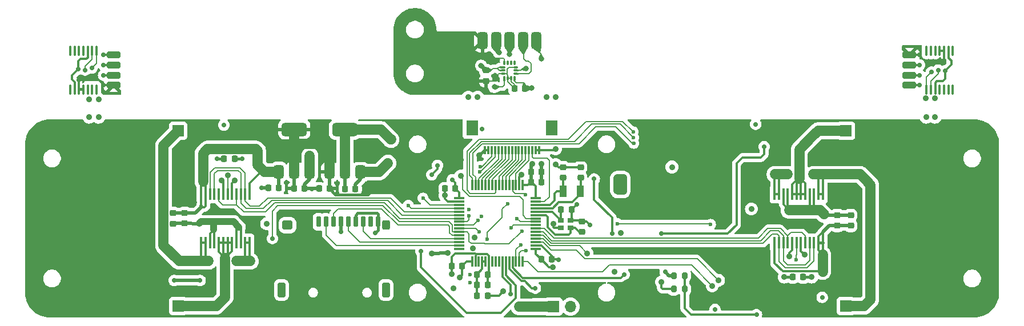
<source format=gbr>
%TF.GenerationSoftware,KiCad,Pcbnew,8.0.4*%
%TF.CreationDate,2024-11-30T13:52:58+01:00*%
%TF.ProjectId,ALL_PCBS,414c4c5f-5043-4425-932e-6b696361645f,rev?*%
%TF.SameCoordinates,Original*%
%TF.FileFunction,Copper,L4,Bot*%
%TF.FilePolarity,Positive*%
%FSLAX46Y46*%
G04 Gerber Fmt 4.6, Leading zero omitted, Abs format (unit mm)*
G04 Created by KiCad (PCBNEW 8.0.4) date 2024-11-30 13:52:58*
%MOMM*%
%LPD*%
G01*
G04 APERTURE LIST*
G04 Aperture macros list*
%AMRoundRect*
0 Rectangle with rounded corners*
0 $1 Rounding radius*
0 $2 $3 $4 $5 $6 $7 $8 $9 X,Y pos of 4 corners*
0 Add a 4 corners polygon primitive as box body*
4,1,4,$2,$3,$4,$5,$6,$7,$8,$9,$2,$3,0*
0 Add four circle primitives for the rounded corners*
1,1,$1+$1,$2,$3*
1,1,$1+$1,$4,$5*
1,1,$1+$1,$6,$7*
1,1,$1+$1,$8,$9*
0 Add four rect primitives between the rounded corners*
20,1,$1+$1,$2,$3,$4,$5,0*
20,1,$1+$1,$4,$5,$6,$7,0*
20,1,$1+$1,$6,$7,$8,$9,0*
20,1,$1+$1,$8,$9,$2,$3,0*%
G04 Aperture macros list end*
%TA.AperFunction,ComponentPad*%
%ADD10R,1.700000X1.700000*%
%TD*%
%TA.AperFunction,ComponentPad*%
%ADD11O,1.700000X1.700000*%
%TD*%
%TA.AperFunction,SMDPad,CuDef*%
%ADD12RoundRect,0.225000X-0.225000X-0.250000X0.225000X-0.250000X0.225000X0.250000X-0.225000X0.250000X0*%
%TD*%
%TA.AperFunction,SMDPad,CuDef*%
%ADD13RoundRect,0.200000X-0.200000X-0.275000X0.200000X-0.275000X0.200000X0.275000X-0.200000X0.275000X0*%
%TD*%
%TA.AperFunction,SMDPad,CuDef*%
%ADD14RoundRect,0.225000X0.225000X0.250000X-0.225000X0.250000X-0.225000X-0.250000X0.225000X-0.250000X0*%
%TD*%
%TA.AperFunction,SMDPad,CuDef*%
%ADD15RoundRect,0.375000X0.375000X-0.625000X0.375000X0.625000X-0.375000X0.625000X-0.375000X-0.625000X0*%
%TD*%
%TA.AperFunction,SMDPad,CuDef*%
%ADD16RoundRect,0.500000X1.400000X-0.500000X1.400000X0.500000X-1.400000X0.500000X-1.400000X-0.500000X0*%
%TD*%
%TA.AperFunction,SMDPad,CuDef*%
%ADD17RoundRect,0.075000X0.700000X0.075000X-0.700000X0.075000X-0.700000X-0.075000X0.700000X-0.075000X0*%
%TD*%
%TA.AperFunction,SMDPad,CuDef*%
%ADD18RoundRect,0.075000X0.075000X0.700000X-0.075000X0.700000X-0.075000X-0.700000X0.075000X-0.700000X0*%
%TD*%
%TA.AperFunction,SMDPad,CuDef*%
%ADD19RoundRect,0.225000X-0.250000X0.225000X-0.250000X-0.225000X0.250000X-0.225000X0.250000X0.225000X0*%
%TD*%
%TA.AperFunction,SMDPad,CuDef*%
%ADD20R,0.900000X0.800000*%
%TD*%
%TA.AperFunction,SMDPad,CuDef*%
%ADD21RoundRect,0.375000X-0.375000X0.875000X-0.375000X-0.875000X0.375000X-0.875000X0.375000X0.875000X0*%
%TD*%
%TA.AperFunction,SMDPad,CuDef*%
%ADD22RoundRect,0.100000X0.100000X-0.637500X0.100000X0.637500X-0.100000X0.637500X-0.100000X-0.637500X0*%
%TD*%
%TA.AperFunction,SMDPad,CuDef*%
%ADD23R,1.000000X1.800000*%
%TD*%
%TA.AperFunction,SMDPad,CuDef*%
%ADD24RoundRect,0.250000X-0.750000X-0.250000X0.750000X-0.250000X0.750000X0.250000X-0.750000X0.250000X0*%
%TD*%
%TA.AperFunction,SMDPad,CuDef*%
%ADD25RoundRect,0.200000X0.200000X0.275000X-0.200000X0.275000X-0.200000X-0.275000X0.200000X-0.275000X0*%
%TD*%
%TA.AperFunction,SMDPad,CuDef*%
%ADD26RoundRect,0.218750X-0.218750X-0.256250X0.218750X-0.256250X0.218750X0.256250X-0.218750X0.256250X0*%
%TD*%
%TA.AperFunction,SMDPad,CuDef*%
%ADD27R,0.300000X1.300000*%
%TD*%
%TA.AperFunction,SMDPad,CuDef*%
%ADD28R,1.800000X2.200000*%
%TD*%
%TA.AperFunction,SMDPad,CuDef*%
%ADD29RoundRect,0.250000X0.750000X0.250000X-0.750000X0.250000X-0.750000X-0.250000X0.750000X-0.250000X0*%
%TD*%
%TA.AperFunction,SMDPad,CuDef*%
%ADD30RoundRect,0.225000X0.250000X-0.225000X0.250000X0.225000X-0.250000X0.225000X-0.250000X-0.225000X0*%
%TD*%
%TA.AperFunction,SMDPad,CuDef*%
%ADD31RoundRect,0.087500X0.087500X-0.225000X0.087500X0.225000X-0.087500X0.225000X-0.087500X-0.225000X0*%
%TD*%
%TA.AperFunction,SMDPad,CuDef*%
%ADD32RoundRect,0.087500X0.225000X-0.087500X0.225000X0.087500X-0.225000X0.087500X-0.225000X-0.087500X0*%
%TD*%
%TA.AperFunction,SMDPad,CuDef*%
%ADD33R,0.450000X1.750000*%
%TD*%
%TA.AperFunction,SMDPad,CuDef*%
%ADD34RoundRect,0.175000X-0.175000X-0.625000X0.175000X-0.625000X0.175000X0.625000X-0.175000X0.625000X0*%
%TD*%
%TA.AperFunction,SMDPad,CuDef*%
%ADD35RoundRect,0.300000X-0.300000X-0.800000X0.300000X-0.800000X0.300000X0.800000X-0.300000X0.800000X0*%
%TD*%
%TA.AperFunction,SMDPad,CuDef*%
%ADD36RoundRect,0.350000X-0.450000X-0.350000X0.450000X-0.350000X0.450000X0.350000X-0.450000X0.350000X0*%
%TD*%
%TA.AperFunction,SMDPad,CuDef*%
%ADD37RoundRect,0.300000X-0.300000X-0.400000X0.300000X-0.400000X0.300000X0.400000X-0.300000X0.400000X0*%
%TD*%
%TA.AperFunction,SMDPad,CuDef*%
%ADD38RoundRect,0.100000X-0.100000X0.637500X-0.100000X-0.637500X0.100000X-0.637500X0.100000X0.637500X0*%
%TD*%
%TA.AperFunction,ViaPad*%
%ADD39C,0.900000*%
%TD*%
%TA.AperFunction,ViaPad*%
%ADD40C,0.700000*%
%TD*%
%TA.AperFunction,ViaPad*%
%ADD41C,0.600000*%
%TD*%
%TA.AperFunction,ViaPad*%
%ADD42C,0.800000*%
%TD*%
%TA.AperFunction,Conductor*%
%ADD43C,0.200000*%
%TD*%
%TA.AperFunction,Conductor*%
%ADD44C,0.300000*%
%TD*%
%TA.AperFunction,Conductor*%
%ADD45C,0.400000*%
%TD*%
%TA.AperFunction,Conductor*%
%ADD46C,0.500000*%
%TD*%
%TA.AperFunction,Conductor*%
%ADD47C,1.500000*%
%TD*%
%TA.AperFunction,Conductor*%
%ADD48C,1.000000*%
%TD*%
%TA.AperFunction,Conductor*%
%ADD49C,0.150000*%
%TD*%
%TA.AperFunction,Conductor*%
%ADD50C,0.160000*%
%TD*%
G04 APERTURE END LIST*
D10*
%TO.P,P1,1,Pin_1*%
%TO.N,Net-(P1-Pin_1)*%
X212800000Y-106200000D03*
%TD*%
%TO.P,P4,1,Pin_1*%
%TO.N,Net-(P4-Pin_1)*%
X113800000Y-106200000D03*
%TD*%
%TO.P,P2,1,Pin_1*%
%TO.N,Net-(P2-Pin_1)*%
X212800000Y-132200000D03*
%TD*%
%TO.P,P3,1,Pin_1*%
%TO.N,Net-(P3-Pin_1)*%
X113800000Y-132200000D03*
%TD*%
%TO.P,+VIN-,1,Pin_1*%
%TO.N,VDC*%
X169410000Y-132290000D03*
D11*
%TO.P,+VIN-,2,Pin_2*%
%TO.N,GND*%
X171950000Y-132290000D03*
%TD*%
D12*
%TO.P,C1,1*%
%TO.N,+3V3*%
X167625000Y-125275000D03*
%TO.P,C1,2*%
%TO.N,GND*%
X169175000Y-125275000D03*
%TD*%
D13*
%TO.P,R11,1*%
%TO.N,Net-(U7-KEY)*%
X187250000Y-129675000D03*
%TO.P,R11,2*%
%TO.N,Net-(Key_Button1-A)*%
X188900000Y-129675000D03*
%TD*%
D14*
%TO.P,C13,1*%
%TO.N,VDC*%
X128700000Y-114650000D03*
%TO.P,C13,2*%
%TO.N,GND*%
X127150000Y-114650000D03*
%TD*%
D15*
%TO.P,U2,1,GND*%
%TO.N,GND*%
X133300000Y-112300000D03*
%TO.P,U2,2,VO*%
%TO.N,+5V*%
X131000000Y-112300000D03*
D16*
X131000000Y-106000000D03*
D15*
%TO.P,U2,3,VI*%
%TO.N,VDC*%
X128700000Y-112300000D03*
%TD*%
D17*
%TO.P,U1,1,VBAT*%
%TO.N,+3V3*%
X166800000Y-116200000D03*
%TO.P,U1,2,PC13*%
%TO.N,LED_ON*%
X166800000Y-116700000D03*
%TO.P,U1,3,PC14*%
%TO.N,/LSE_IN*%
X166800000Y-117200000D03*
%TO.P,U1,4,PC15*%
%TO.N,/LSE_OUT*%
X166800000Y-117700000D03*
%TO.P,U1,5,PF0*%
%TO.N,/HSE_IN*%
X166800000Y-118200000D03*
%TO.P,U1,6,PF1*%
%TO.N,/HSE_OUT*%
X166800000Y-118700000D03*
%TO.P,U1,7,PG10*%
%TO.N,NRST*%
X166800000Y-119200000D03*
%TO.P,U1,8,PC0*%
%TO.N,ENC_R_B*%
X166800000Y-119700000D03*
%TO.P,U1,9,PC1*%
%TO.N,ENC_R_A*%
X166800000Y-120200000D03*
%TO.P,U1,10,PC2*%
%TO.N,Motor_R_A*%
X166800000Y-120700000D03*
%TO.P,U1,11,PC3*%
%TO.N,Motor_R_B*%
X166800000Y-121200000D03*
%TO.P,U1,12,PA0*%
%TO.N,PWM_R*%
X166800000Y-121700000D03*
%TO.P,U1,13,PA1*%
%TO.N,ADC_IN2*%
X166800000Y-122200000D03*
%TO.P,U1,14,PA2*%
%TO.N,LPUART1_TX*%
X166800000Y-122700000D03*
%TO.P,U1,15,VSS*%
%TO.N,GND*%
X166800000Y-123200000D03*
%TO.P,U1,16,VDD*%
%TO.N,+3V3*%
X166800000Y-123700000D03*
D18*
%TO.P,U1,17,PA3*%
%TO.N,LPUART1_RX*%
X164875000Y-125625000D03*
%TO.P,U1,18,PA4*%
%TO.N,SENSOR11*%
X164375000Y-125625000D03*
%TO.P,U1,19,PA5*%
%TO.N,SENSOR12*%
X163875000Y-125625000D03*
%TO.P,U1,20,PA6*%
%TO.N,LED_4*%
X163375000Y-125625000D03*
%TO.P,U1,21,PA7*%
%TO.N,LED_3*%
X162875000Y-125625000D03*
%TO.P,U1,22,PC4*%
%TO.N,LED_2*%
X162375000Y-125625000D03*
%TO.P,U1,23,PC5*%
%TO.N,LED_1*%
X161875000Y-125625000D03*
%TO.P,U1,24,PB0*%
%TO.N,unconnected-(U1-PB0-Pad24)*%
X161375000Y-125625000D03*
%TO.P,U1,25,PB1*%
%TO.N,unconnected-(U1-PB1-Pad25)*%
X160875000Y-125625000D03*
%TO.P,U1,26,PB2*%
%TO.N,unconnected-(U1-PB2-Pad26)*%
X160375000Y-125625000D03*
%TO.P,U1,27,VSSA*%
%TO.N,GND*%
X159875000Y-125625000D03*
%TO.P,U1,28,VREF+*%
%TO.N,VREF+*%
X159375000Y-125625000D03*
%TO.P,U1,29,VDDA*%
X158875000Y-125625000D03*
%TO.P,U1,30,PB10*%
%TO.N,unconnected-(U1-PB10-Pad30)*%
X158375000Y-125625000D03*
%TO.P,U1,31,VSS*%
%TO.N,GND*%
X157875000Y-125625000D03*
%TO.P,U1,32,VDD*%
%TO.N,+3V3*%
X157375000Y-125625000D03*
D17*
%TO.P,U1,33,PB11*%
%TO.N,unconnected-(U1-PB11-Pad33)*%
X155450000Y-123700000D03*
%TO.P,U1,34,PB12*%
%TO.N,SPI2_CS*%
X155450000Y-123200000D03*
%TO.P,U1,35,PB13*%
%TO.N,SPI2_CLK*%
X155450000Y-122700000D03*
%TO.P,U1,36,PB14*%
%TO.N,SPI2_MISO*%
X155450000Y-122200000D03*
%TO.P,U1,37,PB15*%
%TO.N,SPI2_MOSI*%
X155450000Y-121700000D03*
%TO.P,U1,38,PC6*%
%TO.N,Motor_STBY*%
X155450000Y-121200000D03*
%TO.P,U1,39,PC7*%
%TO.N,I2C3_IMU_INT*%
X155450000Y-120700000D03*
%TO.P,U1,40,PC8*%
%TO.N,I2C3_SCL*%
X155450000Y-120200000D03*
%TO.P,U1,41,PC9*%
%TO.N,I2C3_SDA*%
X155450000Y-119700000D03*
%TO.P,U1,42,PA8*%
%TO.N,Motor_L_A*%
X155450000Y-119200000D03*
%TO.P,U1,43,PA9*%
%TO.N,Motor_L_B*%
X155450000Y-118700000D03*
%TO.P,U1,44,PA10*%
%TO.N,PWM_L*%
X155450000Y-118200000D03*
%TO.P,U1,45,PA11*%
%TO.N,ENC_L_A*%
X155450000Y-117700000D03*
%TO.P,U1,46,PA12*%
%TO.N,ENC_L_B*%
X155450000Y-117200000D03*
%TO.P,U1,47,VSS*%
%TO.N,GND*%
X155450000Y-116700000D03*
%TO.P,U1,48,VDD*%
%TO.N,+3V3*%
X155450000Y-116200000D03*
D18*
%TO.P,U1,49,PA13*%
%TO.N,SYS_JTMS_SWDIO*%
X157375000Y-114275000D03*
%TO.P,U1,50,PA14*%
%TO.N,SYS_JTCK_SWCLK*%
X157875000Y-114275000D03*
%TO.P,U1,51,PA15*%
%TO.N,SENSOR10*%
X158375000Y-114275000D03*
%TO.P,U1,52,PC10*%
%TO.N,SENSOR9*%
X158875000Y-114275000D03*
%TO.P,U1,53,PC11*%
%TO.N,SENSOR8*%
X159375000Y-114275000D03*
%TO.P,U1,54,PC12*%
%TO.N,SENSOR7*%
X159875000Y-114275000D03*
%TO.P,U1,55,PD2*%
%TO.N,SENSOR6*%
X160375000Y-114275000D03*
%TO.P,U1,56,PB3*%
%TO.N,SYS_JTDO_SWO*%
X160875000Y-114275000D03*
%TO.P,U1,57,PB4*%
%TO.N,SENSOR5*%
X161375000Y-114275000D03*
%TO.P,U1,58,PB5*%
%TO.N,SENSOR4*%
X161875000Y-114275000D03*
%TO.P,U1,59,PB6*%
%TO.N,SENSOR3*%
X162375000Y-114275000D03*
%TO.P,U1,60,PB7*%
%TO.N,SENSOR2*%
X162875000Y-114275000D03*
%TO.P,U1,61,PB8*%
%TO.N,BOOT0*%
X163375000Y-114275000D03*
%TO.P,U1,62,PB9*%
%TO.N,SENSOR1*%
X163875000Y-114275000D03*
%TO.P,U1,63,VSS*%
%TO.N,GND*%
X164375000Y-114275000D03*
%TO.P,U1,64,VDD*%
%TO.N,+3V3*%
X164875000Y-114275000D03*
%TD*%
D12*
%TO.P,C1,1*%
%TO.N,+3.3V*%
X163650000Y-99900000D03*
%TO.P,C1,2*%
%TO.N,GND*%
X165200000Y-99900000D03*
%TD*%
%TO.P,C2,1*%
%TO.N,VREF+*%
X158100000Y-127500000D03*
%TO.P,C2,2*%
%TO.N,GND*%
X159650000Y-127500000D03*
%TD*%
%TO.P,C16,1*%
%TO.N,+3V3*%
X138525000Y-114800000D03*
%TO.P,C16,2*%
%TO.N,GND*%
X140075000Y-114800000D03*
%TD*%
%TO.P,C14,1*%
%TO.N,+5V*%
X130975000Y-114775000D03*
%TO.P,C14,2*%
%TO.N,GND*%
X132525000Y-114775000D03*
%TD*%
D14*
%TO.P,C8,1*%
%TO.N,GND*%
X172100000Y-117900000D03*
%TO.P,C8,2*%
%TO.N,/HSE_IN*%
X170550000Y-117900000D03*
%TD*%
D12*
%TO.P,C6,1*%
%TO.N,+3V3*%
X166125000Y-113775000D03*
%TO.P,C6,2*%
%TO.N,GND*%
X167675000Y-113775000D03*
%TD*%
D19*
%TO.P,C10,1*%
%TO.N,GND*%
X173650000Y-119650000D03*
%TO.P,C10,2*%
%TO.N,/HSE_OUT*%
X173650000Y-121200000D03*
%TD*%
D20*
%TO.P,X1,1,1*%
%TO.N,/HSE_OUT*%
X171950000Y-120600000D03*
%TO.P,X1,2,2*%
%TO.N,GND*%
X170550000Y-120600000D03*
%TO.P,X1,3,3*%
%TO.N,/HSE_IN*%
X170550000Y-119500000D03*
%TO.P,X1,4,4*%
%TO.N,GND*%
X171950000Y-119500000D03*
%TD*%
D21*
%TO.P,IMU_Conn1,1,Pin_1*%
%TO.N,+3.3V*%
X158925000Y-92850000D03*
%TO.P,IMU_Conn1,2,Pin_2*%
%TO.N,GND*%
X160925000Y-92850000D03*
%TO.P,IMU_Conn1,3,Pin_3*%
%TO.N,I2C3_IMU_INT*%
X162925000Y-92850000D03*
%TO.P,IMU_Conn1,4,Pin_4*%
%TO.N,I2C3_SDA*%
X164925000Y-92850000D03*
%TO.P,IMU_Conn1,5,Pin_5*%
%TO.N,I2C3_SCL*%
X166925000Y-92850000D03*
%TD*%
D22*
%TO.P,Encoder_L1,1,~{CS}*%
%TO.N,unconnected-(Encoder_L1-~{CS}-Pad1)*%
X228650000Y-100062500D03*
%TO.P,Encoder_L1,2,CLK*%
%TO.N,unconnected-(Encoder_L1-CLK-Pad2)*%
X228000000Y-100062500D03*
%TO.P,Encoder_L1,3,MISO*%
%TO.N,unconnected-(Encoder_L1-MISO-Pad3)*%
X227350000Y-100062500D03*
%TO.P,Encoder_L1,4,MOSI*%
%TO.N,unconnected-(Encoder_L1-MOSI-Pad4)*%
X226700000Y-100062500D03*
%TO.P,Encoder_L1,5,TST*%
%TO.N,GND*%
X226050000Y-100062500D03*
%TO.P,Encoder_L1,6,B*%
%TO.N,ENC_L_B*%
X225400000Y-100062500D03*
%TO.P,Encoder_L1,7,A*%
%TO.N,ENC_L_A*%
X224750000Y-100062500D03*
%TO.P,Encoder_L1,8,W/PWM*%
%TO.N,unconnected-(Encoder_L1-W{slash}PWM-Pad8)*%
X224750000Y-94337500D03*
%TO.P,Encoder_L1,9,V*%
%TO.N,unconnected-(Encoder_L1-V-Pad9)*%
X225400000Y-94337500D03*
%TO.P,Encoder_L1,10,U*%
%TO.N,unconnected-(Encoder_L1-U-Pad10)*%
X226050000Y-94337500D03*
%TO.P,Encoder_L1,11,VDD*%
%TO.N,+3.3V*%
X226700000Y-94337500D03*
%TO.P,Encoder_L1,12,VDD3V3*%
X227350000Y-94337500D03*
%TO.P,Encoder_L1,13,GND*%
%TO.N,GND*%
X228000000Y-94337500D03*
%TO.P,Encoder_L1,14,I/PWM*%
%TO.N,unconnected-(Encoder_L1-I{slash}PWM-Pad14)*%
X228650000Y-94337500D03*
%TD*%
D23*
%TO.P,X2,1,1*%
%TO.N,/LSE_OUT*%
X173400000Y-115200000D03*
%TO.P,X2,2,2*%
%TO.N,/LSE_IN*%
X170900000Y-115200000D03*
%TD*%
D19*
%TO.P,C23,1*%
%TO.N,VDC*%
X113050000Y-118425000D03*
%TO.P,C23,2*%
%TO.N,GND*%
X113050000Y-119975000D03*
%TD*%
D24*
%TO.P,Encoder_L2,1,Pin_1*%
%TO.N,+3.3V*%
X222200000Y-94950000D03*
%TO.P,Encoder_L2,2,Pin_2*%
%TO.N,GND*%
X222200000Y-96450000D03*
%TO.P,Encoder_L2,3,Pin_3*%
%TO.N,ENC_L_A*%
X222200000Y-97950000D03*
%TO.P,Encoder_L2,4,Pin_4*%
%TO.N,ENC_L_B*%
X222200000Y-99450000D03*
%TD*%
D25*
%TO.P,R12,1*%
%TO.N,Net-(Key_Button1-A)*%
X188900000Y-127675000D03*
%TO.P,R12,2*%
%TO.N,+3V3*%
X187250000Y-127675000D03*
%TD*%
D26*
%TO.P,L1,1,1*%
%TO.N,VREF+*%
X158100000Y-130650000D03*
%TO.P,L1,2,2*%
%TO.N,+3V3*%
X159675000Y-130650000D03*
%TD*%
D12*
%TO.P,C17,1*%
%TO.N,+3V3*%
X204909000Y-127898000D03*
%TO.P,C17,2*%
%TO.N,GND*%
X206459000Y-127898000D03*
%TD*%
D27*
%TO.P,GRUZIK3.0,1,Pin_1*%
%TO.N,+5V*%
X159300000Y-109050000D03*
%TO.P,GRUZIK3.0,2,Pin_2*%
X159800000Y-109050000D03*
%TO.P,GRUZIK3.0,3,Pin_3*%
%TO.N,SENSOR12*%
X160300000Y-109050000D03*
%TO.P,GRUZIK3.0,4,Pin_4*%
%TO.N,SENSOR11*%
X160800000Y-109050000D03*
%TO.P,GRUZIK3.0,5,Pin_5*%
%TO.N,SENSOR10*%
X161300000Y-109050000D03*
%TO.P,GRUZIK3.0,6,Pin_6*%
%TO.N,SENSOR9*%
X161800000Y-109050000D03*
%TO.P,GRUZIK3.0,7,Pin_7*%
%TO.N,SENSOR8*%
X162300000Y-109050000D03*
%TO.P,GRUZIK3.0,8,Pin_8*%
%TO.N,SENSOR7*%
X162800000Y-109050000D03*
%TO.P,GRUZIK3.0,9,Pin_9*%
%TO.N,SENSOR6*%
X163300000Y-109050000D03*
%TO.P,GRUZIK3.0,10,Pin_10*%
%TO.N,SENSOR5*%
X163800000Y-109050000D03*
%TO.P,GRUZIK3.0,11,Pin_11*%
%TO.N,SENSOR4*%
X164300000Y-109050000D03*
%TO.P,GRUZIK3.0,12,Pin_12*%
%TO.N,SENSOR3*%
X164800000Y-109050000D03*
%TO.P,GRUZIK3.0,13,Pin_13*%
%TO.N,SENSOR2*%
X165300000Y-109050000D03*
%TO.P,GRUZIK3.0,14,Pin_14*%
%TO.N,SENSOR1*%
X165800000Y-109050000D03*
%TO.P,GRUZIK3.0,15,Pin_15*%
%TO.N,LED_ON*%
X166300000Y-109050000D03*
%TO.P,GRUZIK3.0,16,Pin_16*%
%TO.N,GND*%
X166800000Y-109050000D03*
%TO.P,GRUZIK3.0,17,Pin_17*%
X167300000Y-109050000D03*
D28*
%TO.P,GRUZIK3.0,MP*%
%TO.N,N/C*%
X157400000Y-105800000D03*
X169200000Y-105800000D03*
%TD*%
D29*
%TO.P,Encoder_L2,1,Pin_1*%
%TO.N,+3.3V*%
X104250000Y-99450000D03*
%TO.P,Encoder_L2,2,Pin_2*%
%TO.N,GND*%
X104250000Y-97950000D03*
%TO.P,Encoder_L2,3,Pin_3*%
%TO.N,ENC_L_A*%
X104250000Y-96450000D03*
%TO.P,Encoder_L2,4,Pin_4*%
%TO.N,ENC_L_B*%
X104250000Y-94950000D03*
%TD*%
D12*
%TO.P,C3,1*%
%TO.N,VREF+*%
X158100000Y-129075000D03*
%TO.P,C3,2*%
%TO.N,GND*%
X159650000Y-129075000D03*
%TD*%
D19*
%TO.P,C24,1*%
%TO.N,VDC*%
X114750000Y-118400000D03*
%TO.P,C24,2*%
%TO.N,GND*%
X114750000Y-119950000D03*
%TD*%
D30*
%TO.P,C18,1*%
%TO.N,VDC*%
X213500000Y-120275000D03*
%TO.P,C18,2*%
%TO.N,GND*%
X213500000Y-118725000D03*
%TD*%
D31*
%TO.P,U1,1,SDO/SA0*%
%TO.N,GND*%
X163650000Y-98425000D03*
%TO.P,U1,2,SDX*%
%TO.N,+3.3V*%
X163150000Y-98425000D03*
%TO.P,U1,3,SCX*%
X162650000Y-98425000D03*
%TO.P,U1,4,INT1*%
%TO.N,I2C3_IMU_INT*%
X162150000Y-98425000D03*
D32*
%TO.P,U1,5,VDDIO*%
%TO.N,+3.3V*%
X161987500Y-97762500D03*
%TO.P,U1,6,GND*%
%TO.N,GND*%
X161987500Y-97262500D03*
%TO.P,U1,7,GND*%
X161987500Y-96762500D03*
D31*
%TO.P,U1,8,VDD*%
%TO.N,+3.3V*%
X162150000Y-96100000D03*
%TO.P,U1,9,INT2*%
%TO.N,unconnected-(U1-INT2-Pad9)*%
X162650000Y-96100000D03*
%TO.P,U1,10,NC*%
%TO.N,unconnected-(U1-NC-Pad10)*%
X163150000Y-96100000D03*
%TO.P,U1,11,NC*%
%TO.N,unconnected-(U1-NC-Pad11)*%
X163650000Y-96100000D03*
D32*
%TO.P,U1,12,CS*%
%TO.N,+3.3V*%
X163812500Y-96762500D03*
%TO.P,U1,13,SCL*%
%TO.N,I2C3_SCL*%
X163812500Y-97262500D03*
%TO.P,U1,14,SDA*%
%TO.N,I2C3_SDA*%
X163812500Y-97762500D03*
%TD*%
D14*
%TO.P,C20,1*%
%TO.N,+3V3*%
X122150000Y-110350000D03*
%TO.P,C20,2*%
%TO.N,GND*%
X120600000Y-110350000D03*
%TD*%
%TO.P,C15,1*%
%TO.N,+5V*%
X136225000Y-114775000D03*
%TO.P,C15,2*%
%TO.N,GND*%
X134675000Y-114775000D03*
%TD*%
D19*
%TO.P,C2,1*%
%TO.N,GND*%
X159400000Y-97250000D03*
%TO.P,C2,2*%
%TO.N,+3.3V*%
X159400000Y-98800000D03*
%TD*%
D33*
%TO.P,Driver R,1,AO1*%
%TO.N,Net-(P2-Pin_1)*%
X202225000Y-115600000D03*
%TO.P,Driver R,2,AO1*%
X202875000Y-115600000D03*
%TO.P,Driver R,3,PGND1*%
%TO.N,GND*%
X203525000Y-115600000D03*
%TO.P,Driver R,4,PGND1*%
X204175000Y-115600000D03*
%TO.P,Driver R,5,AO2*%
%TO.N,Net-(P1-Pin_1)*%
X204825000Y-115600000D03*
%TO.P,Driver R,6,AO2*%
X205475000Y-115600000D03*
%TO.P,Driver R,7,BO2*%
X206125000Y-115600000D03*
%TO.P,Driver R,8,BO2*%
X206775000Y-115600000D03*
%TO.P,Driver R,9,PGND2*%
%TO.N,GND*%
X207425000Y-115600000D03*
%TO.P,Driver R,10,PGND2*%
X208075000Y-115600000D03*
%TO.P,Driver R,11,BO1*%
%TO.N,Net-(P2-Pin_1)*%
X208725000Y-115600000D03*
%TO.P,Driver R,12,BO1*%
X209375000Y-115600000D03*
%TO.P,Driver R,13,VM2*%
%TO.N,VDC*%
X209375000Y-122800000D03*
%TO.P,Driver R,14,VM3*%
X208725000Y-122800000D03*
%TO.P,Driver R,15,PWMB*%
%TO.N,PWM_R*%
X208075000Y-122800000D03*
%TO.P,Driver R,16,BIN2*%
%TO.N,Motor_R_B*%
X207425000Y-122800000D03*
%TO.P,Driver R,17,BIN1*%
%TO.N,Motor_R_A*%
X206775000Y-122800000D03*
%TO.P,Driver R,18,GND*%
%TO.N,GND*%
X206125000Y-122800000D03*
%TO.P,Driver R,19,STBY*%
%TO.N,Motor_STBY*%
X205475000Y-122800000D03*
%TO.P,Driver R,20,VCC*%
%TO.N,+3V3*%
X204825000Y-122800000D03*
%TO.P,Driver R,21,AIN1*%
%TO.N,Motor_R_A*%
X204175000Y-122800000D03*
%TO.P,Driver R,22,AIN2*%
%TO.N,Motor_R_B*%
X203525000Y-122800000D03*
%TO.P,Driver R,23,PWMA*%
%TO.N,PWM_R*%
X202875000Y-122800000D03*
%TO.P,Driver R,24,VM1*%
%TO.N,VDC*%
X202225000Y-122800000D03*
%TD*%
D14*
%TO.P,C7,1*%
%TO.N,+3V3*%
X154900000Y-114775000D03*
%TO.P,C7,2*%
%TO.N,GND*%
X153350000Y-114775000D03*
%TD*%
D34*
%TO.P,SD_Card,1,DAT2*%
%TO.N,unconnected-(J2-DAT2-Pad1)*%
X134600000Y-119700000D03*
%TO.P,SD_Card,2,DAT3/CD*%
%TO.N,SPI2_CS*%
X135700000Y-119700000D03*
%TO.P,SD_Card,3,CMD*%
%TO.N,SPI2_MOSI*%
X136800000Y-119700000D03*
%TO.P,SD_Card,4,VDD*%
%TO.N,+3V3*%
X137900000Y-119700000D03*
%TO.P,SD_Card,5,CLK*%
%TO.N,SPI2_CLK*%
X139000000Y-119700000D03*
%TO.P,SD_Card,6,VSS*%
%TO.N,GND*%
X140100000Y-119700000D03*
%TO.P,SD_Card,7,DAT0*%
%TO.N,SPI2_MISO*%
X141200000Y-119700000D03*
%TO.P,SD_Card,8,DAT1*%
%TO.N,unconnected-(J2-DAT1-Pad8)*%
X142300000Y-119700000D03*
%TO.P,SD_Card,9,SHIELD*%
%TO.N,GND*%
X143400000Y-119700000D03*
D35*
%TO.P,SD_Card,SH*%
%TO.N,N/C*%
X129100000Y-129800000D03*
D36*
X130000000Y-120200000D03*
D37*
X144600000Y-120200000D03*
D35*
X144600000Y-129800000D03*
%TD*%
D15*
%TO.P,U3,1,GND*%
%TO.N,GND*%
X140825000Y-112325000D03*
%TO.P,U3,2,VO*%
%TO.N,+3V3*%
X138525000Y-112325000D03*
D16*
X138525000Y-106025000D03*
D15*
%TO.P,U3,3,VI*%
%TO.N,+5V*%
X136225000Y-112325000D03*
%TD*%
D33*
%TO.P,Driver L,1,AO1*%
%TO.N,Net-(P4-Pin_1)*%
X124375000Y-122800000D03*
%TO.P,Driver L,2,AO1*%
X123725000Y-122800000D03*
%TO.P,Driver L,3,PGND1*%
%TO.N,GND*%
X123075000Y-122800000D03*
%TO.P,Driver L,4,PGND1*%
X122425000Y-122800000D03*
%TO.P,Driver L,5,AO2*%
%TO.N,Net-(P3-Pin_1)*%
X121775000Y-122800000D03*
%TO.P,Driver L,6,AO2*%
X121125000Y-122800000D03*
%TO.P,Driver L,7,BO2*%
X120475000Y-122800000D03*
%TO.P,Driver L,8,BO2*%
X119825000Y-122800000D03*
%TO.P,Driver L,9,PGND2*%
%TO.N,GND*%
X119175000Y-122800000D03*
%TO.P,Driver L,10,PGND2*%
X118525000Y-122800000D03*
%TO.P,Driver L,11,BO1*%
%TO.N,Net-(P4-Pin_1)*%
X117875000Y-122800000D03*
%TO.P,Driver L,12,BO1*%
X117225000Y-122800000D03*
%TO.P,Driver L,13,VM2*%
%TO.N,VDC*%
X117225000Y-115600000D03*
%TO.P,Driver L,14,VM3*%
X117875000Y-115600000D03*
%TO.P,Driver L,15,PWMB*%
%TO.N,PWM_L*%
X118525000Y-115600000D03*
%TO.P,Driver L,16,BIN2*%
%TO.N,Motor_L_B*%
X119175000Y-115600000D03*
%TO.P,Driver L,17,BIN1*%
%TO.N,Motor_L_A*%
X119825000Y-115600000D03*
%TO.P,Driver L,18,GND*%
%TO.N,GND*%
X120475000Y-115600000D03*
%TO.P,Driver L,19,STBY*%
%TO.N,Motor_STBY*%
X121125000Y-115600000D03*
%TO.P,Driver L,20,VCC*%
%TO.N,+3V3*%
X121775000Y-115600000D03*
%TO.P,Driver L,21,AIN1*%
%TO.N,Motor_L_A*%
X122425000Y-115600000D03*
%TO.P,Driver L,22,AIN2*%
%TO.N,Motor_L_B*%
X123075000Y-115600000D03*
%TO.P,Driver L,23,PWMA*%
%TO.N,PWM_L*%
X123725000Y-115600000D03*
%TO.P,Driver L,24,VM1*%
%TO.N,VDC*%
X124375000Y-115600000D03*
%TD*%
D30*
%TO.P,C19,1*%
%TO.N,VDC*%
X211500000Y-120275000D03*
%TO.P,C19,2*%
%TO.N,GND*%
X211500000Y-118725000D03*
%TD*%
D12*
%TO.P,C5,1*%
%TO.N,+3V3*%
X166125000Y-112275000D03*
%TO.P,C5,2*%
%TO.N,GND*%
X167675000Y-112275000D03*
%TD*%
D38*
%TO.P,Encoder_L1,1,~{CS}*%
%TO.N,unconnected-(Encoder_L1-~{CS}-Pad1)*%
X97800000Y-94337500D03*
%TO.P,Encoder_L1,2,CLK*%
%TO.N,unconnected-(Encoder_L1-CLK-Pad2)*%
X98450000Y-94337500D03*
%TO.P,Encoder_L1,3,MISO*%
%TO.N,unconnected-(Encoder_L1-MISO-Pad3)*%
X99100000Y-94337500D03*
%TO.P,Encoder_L1,4,MOSI*%
%TO.N,unconnected-(Encoder_L1-MOSI-Pad4)*%
X99750000Y-94337500D03*
%TO.P,Encoder_L1,5,TST*%
%TO.N,GND*%
X100400000Y-94337500D03*
%TO.P,Encoder_L1,6,B*%
%TO.N,ENC_L_B*%
X101050000Y-94337500D03*
%TO.P,Encoder_L1,7,A*%
%TO.N,ENC_L_A*%
X101700000Y-94337500D03*
%TO.P,Encoder_L1,8,W/PWM*%
%TO.N,unconnected-(Encoder_L1-W{slash}PWM-Pad8)*%
X101700000Y-100062500D03*
%TO.P,Encoder_L1,9,V*%
%TO.N,unconnected-(Encoder_L1-V-Pad9)*%
X101050000Y-100062500D03*
%TO.P,Encoder_L1,10,U*%
%TO.N,unconnected-(Encoder_L1-U-Pad10)*%
X100400000Y-100062500D03*
%TO.P,Encoder_L1,11,VDD*%
%TO.N,+3.3V*%
X99750000Y-100062500D03*
%TO.P,Encoder_L1,12,VDD3V3*%
X99100000Y-100062500D03*
%TO.P,Encoder_L1,13,GND*%
%TO.N,GND*%
X98450000Y-100062500D03*
%TO.P,Encoder_L1,14,I/PWM*%
%TO.N,unconnected-(Encoder_L1-I{slash}PWM-Pad14)*%
X97800000Y-100062500D03*
%TD*%
D19*
%TO.P,C11,1*%
%TO.N,GND*%
X170850000Y-111625000D03*
%TO.P,C11,2*%
%TO.N,/LSE_IN*%
X170850000Y-113175000D03*
%TD*%
%TO.P,C12,1*%
%TO.N,GND*%
X173450000Y-111625000D03*
%TO.P,C12,2*%
%TO.N,/LSE_OUT*%
X173450000Y-113175000D03*
%TD*%
D14*
%TO.P,C4,1*%
%TO.N,+3V3*%
X155900000Y-126275000D03*
%TO.P,C4,2*%
%TO.N,GND*%
X154350000Y-126275000D03*
%TD*%
D39*
%TO.N,*%
X168400000Y-101200000D03*
X100600000Y-101500000D03*
X224600000Y-101400000D03*
X169800000Y-101200000D03*
X100600000Y-104200000D03*
X158200000Y-101200000D03*
X226000000Y-101400000D03*
X102000000Y-104200000D03*
X224700000Y-104200000D03*
X156800000Y-101200000D03*
X102000000Y-101500000D03*
X226000000Y-104200000D03*
D40*
%TO.N,GND*%
X116975000Y-119975000D03*
X133300000Y-110790000D03*
D39*
X187000000Y-111575000D03*
D41*
X157100000Y-128700000D03*
D40*
X119025000Y-120850000D03*
D39*
X169400000Y-119962347D03*
D41*
X157100000Y-127500000D03*
D39*
X154350000Y-127425000D03*
X207716000Y-127898000D03*
X206700000Y-124596000D03*
X126910000Y-119980000D03*
D40*
X117750000Y-119750000D03*
D39*
X179450000Y-121375000D03*
D41*
X156900000Y-117900000D03*
D40*
X207280000Y-117990000D03*
D42*
X161360000Y-94600000D03*
D40*
X126130000Y-114650000D03*
D39*
X169762500Y-108887500D03*
D42*
X166250000Y-99875000D03*
D40*
X158850000Y-105950000D03*
X199425000Y-105225000D03*
D42*
X158700000Y-96550000D03*
D39*
X153350000Y-115800000D03*
X169750000Y-111200000D03*
D40*
X170190000Y-125300000D03*
X208960000Y-117990000D03*
X119525000Y-110375000D03*
X119025000Y-119800000D03*
D39*
X167675571Y-111075026D03*
X154650000Y-129550000D03*
D40*
X144890000Y-110960000D03*
D39*
X164712653Y-112712653D03*
D40*
X144100000Y-111790000D03*
X172910000Y-117130000D03*
X223700000Y-96450000D03*
X133310000Y-109900000D03*
X142610000Y-112330000D03*
D39*
X120200000Y-113600000D03*
D40*
X120575000Y-105350000D03*
X174870000Y-120190000D03*
X206210000Y-117990000D03*
X133630000Y-114800000D03*
D39*
X157780000Y-122020000D03*
D40*
X102750000Y-97950000D03*
X98980000Y-97080000D03*
X227470000Y-97320000D03*
D39*
X178450000Y-127100000D03*
X198775000Y-117800000D03*
X157525000Y-123625000D03*
D40*
X142990000Y-121330000D03*
D41*
X158800000Y-118900000D03*
D40*
X193370000Y-132700000D03*
X209275000Y-130900000D03*
D39*
%TO.N,+3V3*%
X151400000Y-124400000D03*
X153725000Y-124325000D03*
X204414000Y-124850000D03*
X122200000Y-113575000D03*
D40*
X179810000Y-115210000D03*
X144740000Y-106880000D03*
D39*
X155550000Y-127950000D03*
X203652000Y-127898000D03*
D40*
X145350000Y-107480000D03*
X178830000Y-115080000D03*
X117050000Y-128400000D03*
X179820000Y-113140000D03*
X137900000Y-121200000D03*
X178830000Y-113190000D03*
D39*
X162000000Y-130000000D03*
X166325625Y-111099344D03*
D40*
X144010000Y-106150000D03*
X113190000Y-128390000D03*
X154430000Y-113450000D03*
D39*
X169325000Y-126400000D03*
D40*
X185990000Y-127070000D03*
X123275000Y-110350000D03*
D39*
%TO.N,NRST*%
X155700000Y-112900000D03*
D40*
%TO.N,VDC*%
X125575000Y-111250000D03*
X165380000Y-132300000D03*
X209340000Y-127060000D03*
X166380000Y-132300000D03*
X164330000Y-132280000D03*
X125575000Y-110000000D03*
X125575000Y-109175000D03*
X209375000Y-124560000D03*
X126625000Y-112300000D03*
X209360000Y-125720000D03*
%TO.N,+5V*%
X172125000Y-110250000D03*
X185590000Y-130910000D03*
D39*
X158388000Y-109812000D03*
D40*
X192570000Y-130920000D03*
D39*
X155700000Y-110500000D03*
D40*
%TO.N,ENC_L_B*%
X100000000Y-97200000D03*
X102750000Y-94950000D03*
X223700000Y-99450000D03*
D41*
X150100000Y-116175000D03*
D40*
X226450000Y-97200000D03*
%TO.N,ENC_L_A*%
X223700000Y-97950000D03*
X225450000Y-97500000D03*
X101000000Y-96900000D03*
X102750000Y-96450000D03*
D41*
X147925000Y-117250000D03*
%TO.N,ENC_R_B*%
X164037347Y-119237347D03*
%TO.N,ENC_R_A*%
X163125000Y-120600000D03*
%TO.N,I2C3_SCL*%
X158262500Y-119512500D03*
D42*
X167625000Y-95525000D03*
X165375000Y-96975000D03*
D41*
%TO.N,I2C3_SDA*%
X156925000Y-118800000D03*
%TO.N,I2C3_IMU_INT*%
X158400000Y-121175000D03*
D42*
X160675000Y-99700000D03*
X162900000Y-94875000D03*
D40*
%TO.N,Net-(Key_Button1-A)*%
X199530000Y-133490000D03*
%TO.N,Net-(P2-Pin_1)*%
X204100000Y-112660000D03*
X208850000Y-112660000D03*
X209750000Y-112660000D03*
X203150000Y-112660000D03*
X202270000Y-112660000D03*
X207970000Y-112660000D03*
%TO.N,Net-(P4-Pin_1)*%
X117240000Y-125530000D03*
X116150000Y-125530000D03*
X118330000Y-125530000D03*
X122280000Y-125530000D03*
X124490000Y-125530000D03*
X123460000Y-125540000D03*
D41*
%TO.N,SYS_JTCK_SWCLK*%
X181350000Y-108075000D03*
%TO.N,SYS_JTMS_SWDIO*%
X181300000Y-107200000D03*
%TO.N,SYS_JTDO_SWO*%
X181268769Y-106355595D03*
D40*
%TO.N,LED_1*%
X163075000Y-130400000D03*
%TO.N,LED_2*%
X151375000Y-112725000D03*
X152250000Y-111325000D03*
X149800000Y-124075000D03*
%TO.N,LED_3*%
X166750000Y-129525000D03*
X178150000Y-121475000D03*
X175475000Y-113350000D03*
D39*
%TO.N,ADC_IN2*%
X174400000Y-124370000D03*
D40*
%TO.N,LED_4*%
X200675000Y-108575000D03*
X179925000Y-127500000D03*
X185450000Y-121475000D03*
D39*
%TO.N,Net-(U7-KEY)*%
X185425000Y-128625000D03*
D41*
%TO.N,SENSOR11*%
X165400000Y-124000000D03*
X158500000Y-112300000D03*
%TO.N,SENSOR12*%
X158593413Y-111493413D03*
X164600000Y-123100000D03*
%TO.N,BOOT0*%
X159604722Y-122275000D03*
X162650000Y-117000000D03*
X165300000Y-115675000D03*
%TO.N,Motor_STBY*%
X164750000Y-121100000D03*
X205430000Y-125358000D03*
D40*
X127750000Y-122175000D03*
D41*
X178900000Y-119962347D03*
X192725000Y-120075000D03*
D39*
X121125000Y-112825000D03*
%TO.N,LPUART1_RX*%
X192970000Y-129200000D03*
%TO.N,LPUART1_TX*%
X193910000Y-128360000D03*
D40*
%TO.N,+3.3V*%
X223700000Y-94950000D03*
X227375000Y-95775000D03*
X99075000Y-98625000D03*
X102750000Y-99450000D03*
%TD*%
D43*
%TO.N,GND*%
X165200000Y-99260000D02*
X165200000Y-99900000D01*
D44*
X159650000Y-129075000D02*
X159650000Y-127500000D01*
D43*
X158700000Y-96550000D02*
X159400000Y-97250000D01*
X161987500Y-96762500D02*
X161327500Y-96762500D01*
D45*
X143400000Y-119700000D02*
X143400000Y-120920000D01*
D44*
X169175000Y-124696880D02*
X169175000Y-125275000D01*
D46*
X167675000Y-112325000D02*
X167675000Y-112275000D01*
D45*
X140375000Y-118425000D02*
X140100000Y-118700000D01*
D44*
X159628120Y-124500000D02*
X159875000Y-124746880D01*
D45*
X143400000Y-118600000D02*
X143225000Y-118425000D01*
D44*
X172870000Y-117130000D02*
X172100000Y-117900000D01*
X98980000Y-97080000D02*
X98050000Y-98010000D01*
D46*
X211500000Y-118725000D02*
X209695000Y-118725000D01*
D44*
X122425000Y-120850000D02*
X122800000Y-120475000D01*
X227150000Y-98850000D02*
X226250000Y-98850000D01*
X170175000Y-111625000D02*
X170850000Y-111625000D01*
X120475000Y-113825000D02*
X120250000Y-113600000D01*
X169750000Y-111200000D02*
X170175000Y-111625000D01*
X169400000Y-119962347D02*
X169400000Y-120480000D01*
X171950000Y-119500000D02*
X173500000Y-119500000D01*
D46*
X133655000Y-114775000D02*
X134675000Y-114775000D01*
X133300000Y-113375000D02*
X133300000Y-112300000D01*
D44*
X169762500Y-108887500D02*
X169600000Y-109050000D01*
D46*
X140825000Y-113425000D02*
X140825000Y-112325000D01*
X160900000Y-92700000D02*
X160900000Y-94140000D01*
D44*
X153350000Y-114775000D02*
X153350000Y-116250000D01*
X203525000Y-115600000D02*
X203525000Y-117105000D01*
X118525000Y-122800000D02*
X118525000Y-121425000D01*
D46*
X113075000Y-119950000D02*
X113050000Y-119975000D01*
D44*
X123075000Y-120750000D02*
X122800000Y-120475000D01*
D46*
X114750000Y-119950000D02*
X116975000Y-119975000D01*
D44*
X119175000Y-121450000D02*
X119175000Y-121300000D01*
X164687347Y-112712653D02*
X164600000Y-112800000D01*
X157875000Y-125625000D02*
X157875000Y-124746880D01*
X153350000Y-116250000D02*
X153800000Y-116700000D01*
X167678120Y-123200000D02*
X169175000Y-124696880D01*
X174330000Y-119650000D02*
X173650000Y-119650000D01*
X154350000Y-126275000D02*
X154350000Y-124950000D01*
D47*
X204380000Y-117990000D02*
X204370000Y-117980000D01*
X207280000Y-117990000D02*
X206210000Y-117990000D01*
D43*
X160440000Y-96990000D02*
X161100000Y-96990000D01*
D48*
X117225000Y-119700000D02*
X117700000Y-119700000D01*
D44*
X104250000Y-97950000D02*
X102750000Y-97950000D01*
X164375000Y-114275000D02*
X164375000Y-113050306D01*
X154900000Y-124400000D02*
X157800000Y-124400000D01*
X227470000Y-97320000D02*
X228400000Y-96390000D01*
X226050000Y-99050000D02*
X226050000Y-100062500D01*
X206125000Y-124021000D02*
X206125000Y-122800000D01*
X206700000Y-124596000D02*
X206125000Y-124021000D01*
X155450000Y-116700000D02*
X153800000Y-116700000D01*
X98980000Y-97080000D02*
X98980000Y-95870000D01*
X228000000Y-95410050D02*
X228000000Y-94337500D01*
D45*
X143225000Y-118425000D02*
X140375000Y-118425000D01*
D44*
X169175000Y-125275000D02*
X170165000Y-125275000D01*
X98050000Y-98010000D02*
X98050000Y-98589950D01*
X120250000Y-113600000D02*
X120200000Y-113600000D01*
D46*
X167675571Y-111075026D02*
X167675000Y-111075597D01*
X132525000Y-114775000D02*
X133605000Y-114775000D01*
D48*
X119025000Y-119800000D02*
X119025000Y-120850000D01*
D44*
X170190000Y-125300000D02*
X170215000Y-125275000D01*
X204175000Y-117315000D02*
X204130000Y-117360000D01*
D47*
X208030000Y-117990000D02*
X208960000Y-117990000D01*
D48*
X116975000Y-119950000D02*
X117225000Y-119700000D01*
D44*
X100200000Y-95550000D02*
X100400000Y-95350000D01*
X172910000Y-117130000D02*
X172870000Y-117130000D01*
X99300000Y-95550000D02*
X100200000Y-95550000D01*
D43*
X160180000Y-97250000D02*
X160440000Y-96990000D01*
D47*
X206210000Y-117990000D02*
X204380000Y-117990000D01*
D46*
X140075000Y-114800000D02*
X140075000Y-114175000D01*
D44*
X207425000Y-115600000D02*
X207425000Y-117335000D01*
X227470000Y-97320000D02*
X227470000Y-98530000D01*
X98980000Y-95870000D02*
X99300000Y-95550000D01*
D46*
X133605000Y-114775000D02*
X133630000Y-114800000D01*
D44*
X208075000Y-115600000D02*
X208075000Y-117945000D01*
X120475000Y-115600000D02*
X120475000Y-113825000D01*
X169600000Y-109050000D02*
X167300000Y-109050000D01*
D46*
X167675000Y-112275000D02*
X167675000Y-113775000D01*
D43*
X163915686Y-99075000D02*
X165015000Y-99075000D01*
D44*
X159875000Y-127275000D02*
X159875000Y-125625000D01*
D45*
X143400000Y-119700000D02*
X143400000Y-118600000D01*
D47*
X144110000Y-111790000D02*
X144890000Y-111010000D01*
D44*
X203525000Y-117105000D02*
X203860000Y-117440000D01*
D48*
X122025000Y-119700000D02*
X122800000Y-120475000D01*
X117800000Y-119700000D02*
X119025000Y-119700000D01*
D44*
X158121880Y-124500000D02*
X159628120Y-124500000D01*
D45*
X120600000Y-110350000D02*
X119550000Y-110350000D01*
D46*
X213500000Y-118725000D02*
X211500000Y-118725000D01*
D45*
X119550000Y-110350000D02*
X119525000Y-110375000D01*
D44*
X170165000Y-125275000D02*
X170190000Y-125300000D01*
D43*
X163650000Y-98425000D02*
X163650000Y-98809314D01*
D44*
X204175000Y-115600000D02*
X204175000Y-117315000D01*
X98450000Y-98989950D02*
X98450000Y-100062500D01*
X119175000Y-122800000D02*
X119175000Y-121450000D01*
X172100000Y-117900000D02*
X172100000Y-119350000D01*
X166800000Y-123200000D02*
X167678120Y-123200000D01*
D47*
X133300000Y-112300000D02*
X133300000Y-110790000D01*
D44*
X164600000Y-112800000D02*
X164625306Y-112800000D01*
D46*
X140075000Y-114175000D02*
X140825000Y-113425000D01*
X209695000Y-118725000D02*
X209570000Y-118600000D01*
D44*
X226250000Y-98850000D02*
X226050000Y-99050000D01*
X122425000Y-122800000D02*
X122425000Y-120850000D01*
X120200000Y-113600000D02*
X120200000Y-113550000D01*
D43*
X166225000Y-99900000D02*
X165200000Y-99900000D01*
D44*
X119175000Y-121300000D02*
X119050000Y-121175000D01*
D47*
X140825000Y-112325000D02*
X142605000Y-112325000D01*
D44*
X164712653Y-112712653D02*
X164687347Y-112712653D01*
X154350000Y-126275000D02*
X154350000Y-127425000D01*
D43*
X166250000Y-99875000D02*
X166225000Y-99900000D01*
D44*
X123075000Y-122800000D02*
X123075000Y-120750000D01*
X222200000Y-96450000D02*
X223700000Y-96450000D01*
D45*
X143400000Y-120920000D02*
X142990000Y-121330000D01*
D46*
X132525000Y-114775000D02*
X132525000Y-114150000D01*
D48*
X119025000Y-119700000D02*
X122025000Y-119700000D01*
D44*
X98050000Y-98589950D02*
X98450000Y-98989950D01*
D43*
X161372500Y-97262500D02*
X161987500Y-97262500D01*
D44*
X164375000Y-113050306D02*
X164712653Y-112712653D01*
X159875000Y-124746880D02*
X159875000Y-125625000D01*
X173450000Y-111625000D02*
X170850000Y-111625000D01*
X166800000Y-109050000D02*
X167300000Y-109050000D01*
D43*
X159400000Y-97250000D02*
X160180000Y-97250000D01*
D47*
X142615000Y-112325000D02*
X143575000Y-112325000D01*
D44*
X228400000Y-95810050D02*
X228000000Y-95410050D01*
D46*
X160900000Y-94140000D02*
X161360000Y-94600000D01*
D44*
X174870000Y-120190000D02*
X174330000Y-119650000D01*
D47*
X208960000Y-117990000D02*
X209570000Y-118600000D01*
D44*
X158010940Y-124610940D02*
X158121880Y-124500000D01*
X157875000Y-124746880D02*
X158010940Y-124610940D01*
D46*
X133630000Y-114800000D02*
X133655000Y-114775000D01*
D44*
X118525000Y-121425000D02*
X118775000Y-121175000D01*
D45*
X207716000Y-127898000D02*
X206459000Y-127898000D01*
X161360000Y-94600000D02*
X161370000Y-94610000D01*
D44*
X154350000Y-127425000D02*
X154350000Y-127350000D01*
X228400000Y-96390000D02*
X228400000Y-95810050D01*
D47*
X143575000Y-112325000D02*
X144100000Y-111800000D01*
D44*
X169520000Y-120600000D02*
X170550000Y-120600000D01*
X157800000Y-124400000D02*
X158010940Y-124610940D01*
X100400000Y-95350000D02*
X100400000Y-94337500D01*
D46*
X127150000Y-114650000D02*
X126130000Y-114650000D01*
D43*
X161100000Y-96990000D02*
X161372500Y-97262500D01*
D47*
X133300000Y-110790000D02*
X133310000Y-109900000D01*
D45*
X119525000Y-110375000D02*
X119500000Y-110350000D01*
D44*
X154350000Y-124950000D02*
X154900000Y-124400000D01*
D46*
X114750000Y-119950000D02*
X113075000Y-119950000D01*
D43*
X163650000Y-98809314D02*
X163915686Y-99075000D01*
D46*
X167675000Y-111075597D02*
X167675000Y-112325000D01*
D47*
X207280000Y-117990000D02*
X208030000Y-117990000D01*
D43*
X161327500Y-96762500D02*
X161100000Y-96990000D01*
D45*
X140100000Y-118700000D02*
X140100000Y-119700000D01*
D44*
X164625306Y-112800000D02*
X164712653Y-112712653D01*
X169400000Y-120480000D02*
X169520000Y-120600000D01*
X227470000Y-98530000D02*
X227150000Y-98850000D01*
D43*
X165015000Y-99075000D02*
X165200000Y-99260000D01*
D46*
X116975000Y-119975000D02*
X116975000Y-119950000D01*
X132525000Y-114150000D02*
X133300000Y-113375000D01*
%TO.N,+3V3*%
X185990000Y-127070000D02*
X185930000Y-127070000D01*
D44*
X155900000Y-127600000D02*
X155900000Y-126275000D01*
D48*
X179810000Y-115210000D02*
X178960000Y-115210000D01*
D44*
X165625000Y-114275000D02*
X166125000Y-113775000D01*
X155450000Y-115325000D02*
X154900000Y-114775000D01*
X121775000Y-114000000D02*
X122200000Y-113575000D01*
X164875000Y-114275000D02*
X165625000Y-114275000D01*
D46*
X151400000Y-124400000D02*
X152475000Y-124400000D01*
D47*
X144740000Y-106890000D02*
X145330000Y-107480000D01*
D44*
X155550000Y-127950000D02*
X155900000Y-127600000D01*
D47*
X138525000Y-106025000D02*
X143875000Y-106025000D01*
D44*
X166800000Y-116200000D02*
X166800000Y-114450000D01*
D45*
X204909000Y-127898000D02*
X203652000Y-127898000D01*
D44*
X154900000Y-114775000D02*
X154900000Y-113920000D01*
D47*
X144010000Y-106160000D02*
X144730000Y-106880000D01*
D48*
X178880000Y-113140000D02*
X178830000Y-113190000D01*
D47*
X145350000Y-107500000D02*
X145350000Y-107500000D01*
D48*
X179820000Y-113140000D02*
X178880000Y-113140000D01*
D46*
X153675000Y-124275000D02*
X153725000Y-124325000D01*
D48*
X179820000Y-113140000D02*
X179820000Y-115200000D01*
D46*
X187250000Y-127675000D02*
X186535000Y-127675000D01*
D48*
X178830000Y-115080000D02*
X178830000Y-113190000D01*
D46*
X152475000Y-124400000D02*
X152600000Y-124275000D01*
D44*
X166800000Y-123700000D02*
X166800000Y-124450000D01*
X204825000Y-123931000D02*
X204825000Y-122800000D01*
X157375000Y-125625000D02*
X156550000Y-125625000D01*
X156550000Y-125625000D02*
X155900000Y-126275000D01*
D48*
X178960000Y-115210000D02*
X178830000Y-115080000D01*
D44*
X161350000Y-130650000D02*
X159675000Y-130650000D01*
X122200000Y-113575000D02*
X122200000Y-113475000D01*
D46*
X113190000Y-128390000D02*
X113200000Y-128400000D01*
D44*
X204414000Y-124342000D02*
X204825000Y-123931000D01*
D46*
X137900000Y-119700000D02*
X137900000Y-121200000D01*
X138525000Y-114800000D02*
X138525000Y-112325000D01*
D44*
X166800000Y-114450000D02*
X166125000Y-113775000D01*
D46*
X166125000Y-112275000D02*
X166125000Y-113775000D01*
D44*
X155450000Y-116200000D02*
X155450000Y-115325000D01*
D46*
X166325625Y-111099344D02*
X166125000Y-111299969D01*
D47*
X138525000Y-112325000D02*
X138525000Y-106025000D01*
D46*
X113200000Y-128400000D02*
X117050000Y-128400000D01*
D44*
X168750000Y-126400000D02*
X167625000Y-125275000D01*
D46*
X166125000Y-111299969D02*
X166125000Y-112275000D01*
X152600000Y-124275000D02*
X153675000Y-124275000D01*
D44*
X154900000Y-113920000D02*
X154430000Y-113450000D01*
X204414000Y-124850000D02*
X204414000Y-124342000D01*
D45*
X203652000Y-127898000D02*
X203906000Y-127898000D01*
D46*
X186535000Y-127675000D02*
X185990000Y-127130000D01*
X185990000Y-127130000D02*
X185990000Y-127070000D01*
D44*
X121775000Y-115600000D02*
X121775000Y-114000000D01*
D45*
X122150000Y-110350000D02*
X123275000Y-110350000D01*
D44*
X166800000Y-124450000D02*
X167625000Y-125275000D01*
X169325000Y-126400000D02*
X168750000Y-126400000D01*
X162000000Y-130000000D02*
X161350000Y-130650000D01*
%TO.N,VREF+*%
X158100000Y-127500000D02*
X158100000Y-129075000D01*
X158875000Y-126725000D02*
X158100000Y-127500000D01*
X158100000Y-129075000D02*
X158100000Y-130650000D01*
X158875000Y-125625000D02*
X158875000Y-126725000D01*
X158875000Y-125625000D02*
X159375000Y-125625000D01*
%TO.N,/HSE_IN*%
X169250000Y-118200000D02*
X170550000Y-119500000D01*
X170550000Y-117900000D02*
X170550000Y-119500000D01*
X169250000Y-118200000D02*
X166800000Y-118200000D01*
D49*
%TO.N,NRST*%
X164400000Y-115900000D02*
X157005025Y-115900000D01*
X164900000Y-116400000D02*
X164400000Y-115900000D01*
X156000000Y-114894975D02*
X156000000Y-113200000D01*
X156000000Y-113200000D02*
X155700000Y-112900000D01*
X165400000Y-119200000D02*
X164900000Y-118700000D01*
X157005025Y-115900000D02*
X156000000Y-114894975D01*
X166800000Y-119200000D02*
X165400000Y-119200000D01*
X164900000Y-118700000D02*
X164900000Y-116400000D01*
D44*
%TO.N,/HSE_OUT*%
X171700000Y-121600000D02*
X171950000Y-121350000D01*
X172650000Y-120600000D02*
X171950000Y-120600000D01*
X168600000Y-119000000D02*
X168600000Y-120500000D01*
X168300000Y-118700000D02*
X168600000Y-119000000D01*
X166800000Y-118700000D02*
X168300000Y-118700000D01*
X173650000Y-121200000D02*
X173250000Y-121200000D01*
X171950000Y-121350000D02*
X171950000Y-120600000D01*
X173250000Y-121200000D02*
X172650000Y-120600000D01*
X169700000Y-121600000D02*
X171700000Y-121600000D01*
X168600000Y-120500000D02*
X169700000Y-121600000D01*
%TO.N,/LSE_IN*%
X170900000Y-115200000D02*
X169900000Y-115200000D01*
X168900000Y-117200000D02*
X166800000Y-117200000D01*
X169600000Y-115500000D02*
X169600000Y-116500000D01*
X169900000Y-115200000D02*
X169600000Y-115500000D01*
X170850000Y-113175000D02*
X170850000Y-115150000D01*
X169600000Y-116500000D02*
X168900000Y-117200000D01*
%TO.N,/LSE_OUT*%
X173400000Y-115580000D02*
X172180000Y-116800000D01*
X170230000Y-116800000D02*
X169330000Y-117700000D01*
X173450000Y-113175000D02*
X173450000Y-115150000D01*
X169330000Y-117700000D02*
X166800000Y-117700000D01*
X172180000Y-116800000D02*
X170230000Y-116800000D01*
%TO.N,VDC*%
X203430000Y-127060000D02*
X209340000Y-127060000D01*
X124375000Y-115600000D02*
X124375000Y-114025000D01*
X117875000Y-117400000D02*
X117725000Y-117550000D01*
X117875000Y-115600000D02*
X117875000Y-113925000D01*
D46*
X210315000Y-120275000D02*
X211500000Y-120275000D01*
D44*
X208725000Y-123910000D02*
X208725000Y-122800000D01*
D47*
X117500000Y-109550000D02*
X117500000Y-109975000D01*
D44*
X117875000Y-113925000D02*
X117700000Y-113750000D01*
X202225000Y-125855000D02*
X203430000Y-127060000D01*
D47*
X118125000Y-108925000D02*
X117500000Y-109550000D01*
D44*
X124375000Y-114025000D02*
X126100000Y-112300000D01*
D47*
X126625000Y-112300000D02*
X125575000Y-111250000D01*
D44*
X117225000Y-114225000D02*
X117700000Y-113750000D01*
D47*
X117500000Y-110025000D02*
X117500000Y-111175000D01*
X125325000Y-108925000D02*
X118125000Y-108925000D01*
X209360000Y-124575000D02*
X209360000Y-125720000D01*
X165380000Y-132300000D02*
X164350000Y-132300000D01*
D46*
X114750000Y-118400000D02*
X113075000Y-118400000D01*
D47*
X125575000Y-111250000D02*
X125575000Y-110000000D01*
D46*
X213500000Y-120275000D02*
X211500000Y-120275000D01*
D44*
X117225000Y-115600000D02*
X117225000Y-117250000D01*
D47*
X117500000Y-111225000D02*
X117500000Y-112200000D01*
D44*
X202225000Y-122800000D02*
X202225000Y-125855000D01*
X209375000Y-122800000D02*
X209375000Y-121215000D01*
D45*
X208725000Y-122800000D02*
X209375000Y-122800000D01*
D47*
X125575000Y-110000000D02*
X125575000Y-109175000D01*
D46*
X114750000Y-118400000D02*
X116375000Y-118400000D01*
X117225000Y-117550000D02*
X117225000Y-117250000D01*
D47*
X125575000Y-109175000D02*
X125325000Y-108925000D01*
X166380000Y-132300000D02*
X165380000Y-132300000D01*
X117500000Y-112200000D02*
X117500000Y-113175000D01*
X169410000Y-132290000D02*
X166420000Y-132290000D01*
D44*
X209375000Y-124560000D02*
X209375000Y-122800000D01*
D47*
X128700000Y-112300000D02*
X126625000Y-112300000D01*
D44*
X117725000Y-117550000D02*
X117225000Y-117550000D01*
D46*
X209375000Y-121215000D02*
X210315000Y-120275000D01*
X116375000Y-118400000D02*
X117225000Y-117550000D01*
D44*
X209375000Y-124560000D02*
X208725000Y-123910000D01*
X117225000Y-115600000D02*
X117225000Y-114225000D01*
D47*
X117500000Y-113225000D02*
X117500000Y-113750000D01*
D44*
X208725000Y-121865000D02*
X209375000Y-121215000D01*
D46*
X128700000Y-114650000D02*
X128700000Y-112300000D01*
D47*
X209360000Y-126850000D02*
X209360000Y-127080000D01*
X209360000Y-125720000D02*
X209360000Y-126810000D01*
D44*
X117875000Y-115600000D02*
X117875000Y-117400000D01*
X208725000Y-122800000D02*
X208725000Y-121865000D01*
%TO.N,+5V*%
X175775000Y-110950000D02*
X175775000Y-110950000D01*
D45*
X141935000Y-115675000D02*
X137125000Y-115675000D01*
D46*
X130975000Y-114775000D02*
X130975000Y-112325000D01*
D45*
X155700000Y-110500000D02*
X152325000Y-113875000D01*
D47*
X131000000Y-108220000D02*
X131000000Y-106000000D01*
X136225000Y-109400000D02*
X134950000Y-108125000D01*
X131000000Y-109100000D02*
X131000000Y-108280000D01*
X136225000Y-112325000D02*
X136225000Y-109400000D01*
D44*
X158388000Y-109812000D02*
X158500000Y-109700000D01*
D48*
X172125000Y-110250000D02*
X175075000Y-110250000D01*
D45*
X143735000Y-113875000D02*
X141935000Y-115675000D01*
D47*
X131000000Y-109430000D02*
X131000000Y-109100000D01*
D44*
X159150000Y-109050000D02*
X159800000Y-109050000D01*
D46*
X136225000Y-114775000D02*
X136225000Y-112325000D01*
D44*
X175700000Y-110950000D02*
X175775000Y-110950000D01*
X158500000Y-109700000D02*
X158650000Y-109700000D01*
D45*
X137125000Y-115675000D02*
X136225000Y-114775000D01*
X152325000Y-113875000D02*
X143735000Y-113875000D01*
D47*
X131000000Y-112300000D02*
X131000000Y-110490000D01*
X134950000Y-108125000D02*
X131025000Y-108125000D01*
D45*
X158388000Y-109812000D02*
X159150000Y-109050000D01*
D47*
X131000000Y-110470000D02*
X131000000Y-109470000D01*
D48*
X175075000Y-110250000D02*
X175700000Y-110875000D01*
D44*
X175700000Y-110875000D02*
X175700000Y-110950000D01*
D43*
%TO.N,ENC_L_B*%
X100000000Y-96650000D02*
X101050000Y-95600000D01*
X100000000Y-97200000D02*
X100000000Y-96650000D01*
X226450000Y-97750000D02*
X225400000Y-98800000D01*
X226450000Y-97200000D02*
X226450000Y-97750000D01*
D44*
X104250000Y-94950000D02*
X102750000Y-94950000D01*
D49*
X155450000Y-117200000D02*
X151125000Y-117200000D01*
X151125000Y-117200000D02*
X150100000Y-116175000D01*
D43*
X225400000Y-98800000D02*
X225400000Y-100062500D01*
X101050000Y-95600000D02*
X101050000Y-94337500D01*
D44*
X222200000Y-99450000D02*
X223700000Y-99450000D01*
D49*
%TO.N,ENC_L_A*%
X148325000Y-117700000D02*
X147925000Y-117300000D01*
D43*
X101700000Y-96200000D02*
X101700000Y-94337500D01*
X101000000Y-96900000D02*
X101700000Y-96200000D01*
X224750000Y-98200000D02*
X224750000Y-100062500D01*
D44*
X104250000Y-96450000D02*
X102750000Y-96450000D01*
D49*
X155450000Y-117700000D02*
X148325000Y-117700000D01*
D44*
X222200000Y-97950000D02*
X223700000Y-97950000D01*
D43*
X225450000Y-97500000D02*
X224750000Y-98200000D01*
D49*
%TO.N,ENC_R_B*%
X164037347Y-119237347D02*
X164500000Y-119700000D01*
X164500000Y-119700000D02*
X166800000Y-119700000D01*
%TO.N,ENC_R_A*%
X163125000Y-120600000D02*
X163525000Y-120200000D01*
X163525000Y-120200000D02*
X166800000Y-120200000D01*
D43*
%TO.N,I2C3_SCL*%
X164855000Y-96975000D02*
X164567500Y-97262500D01*
X166900000Y-94150000D02*
X166900000Y-92700000D01*
X167625000Y-94875000D02*
X166900000Y-94150000D01*
X164567500Y-97262500D02*
X163812500Y-97262500D01*
D49*
X158262500Y-119512500D02*
X157575000Y-120200000D01*
D43*
X167625000Y-95525000D02*
X167625000Y-94875000D01*
D49*
X157575000Y-120200000D02*
X155450000Y-120200000D01*
D43*
X165375000Y-96975000D02*
X164855000Y-96975000D01*
%TO.N,I2C3_SDA*%
X165000000Y-92800000D02*
X164900000Y-92700000D01*
X165757500Y-97762500D02*
X166100000Y-97420000D01*
X166100000Y-96225000D02*
X165725000Y-95850000D01*
X163812500Y-97762500D02*
X165757500Y-97762500D01*
X165325000Y-95850000D02*
X165000000Y-95525000D01*
X165000000Y-95525000D02*
X165000000Y-92800000D01*
X165725000Y-95850000D02*
X165325000Y-95850000D01*
D49*
X156600000Y-119700000D02*
X155450000Y-119700000D01*
X156925000Y-119375000D02*
X156600000Y-119700000D01*
D43*
X166100000Y-97420000D02*
X166100000Y-96225000D01*
D49*
X156925000Y-118800000D02*
X156925000Y-119375000D01*
%TO.N,I2C3_IMU_INT*%
X158400000Y-121175000D02*
X157925000Y-120700000D01*
D43*
X160675000Y-99700000D02*
X161900000Y-99700000D01*
X162900000Y-94875000D02*
X162900000Y-92700000D01*
D49*
X157925000Y-120700000D02*
X155450000Y-120700000D01*
D43*
X162150000Y-99450000D02*
X162150000Y-98425000D01*
X161900000Y-99700000D02*
X162150000Y-99450000D01*
D49*
%TO.N,SPI2_MOSI*%
X136800000Y-118500000D02*
X136800000Y-119700000D01*
X146375000Y-120200000D02*
X143975000Y-117800000D01*
X153850000Y-120200000D02*
X146375000Y-120200000D01*
X154050000Y-120400000D02*
X153850000Y-120200000D01*
X154425000Y-121700000D02*
X154050000Y-121325000D01*
X143975000Y-117800000D02*
X137500000Y-117800000D01*
X154050000Y-121325000D02*
X154050000Y-120400000D01*
X155450000Y-121700000D02*
X154425000Y-121700000D01*
X137500000Y-117800000D02*
X136800000Y-118500000D01*
%TO.N,SPI2_MISO*%
X141200000Y-121075000D02*
X142325000Y-122200000D01*
X142325000Y-122200000D02*
X155450000Y-122200000D01*
X141200000Y-119700000D02*
X141200000Y-121075000D01*
%TO.N,SPI2_CS*%
X155450000Y-123200000D02*
X137250000Y-123200000D01*
X137250000Y-123200000D02*
X135700000Y-121650000D01*
X135700000Y-121650000D02*
X135700000Y-119700000D01*
%TO.N,SPI2_CLK*%
X139000000Y-121000000D02*
X139000000Y-119700000D01*
X140700000Y-122700000D02*
X139000000Y-121000000D01*
X155450000Y-122700000D02*
X140700000Y-122700000D01*
D44*
%TO.N,Net-(Key_Button1-A)*%
X188900000Y-132530000D02*
X188900000Y-129675000D01*
X188900000Y-127675000D02*
X188900000Y-129675000D01*
X189860000Y-133490000D02*
X188900000Y-132530000D01*
X199530000Y-133490000D02*
X189860000Y-133490000D01*
%TO.N,Net-(P1-Pin_1)*%
X206125000Y-113565000D02*
X205890000Y-113330000D01*
X206775000Y-115600000D02*
X206775000Y-114025000D01*
X205475000Y-115600000D02*
X206125000Y-115600000D01*
X206775000Y-114025000D02*
X206080000Y-113330000D01*
D47*
X212800000Y-106200000D02*
X208690000Y-106200000D01*
X205890000Y-109000000D02*
X205890000Y-113330000D01*
D44*
X205475000Y-115600000D02*
X205475000Y-113745000D01*
X204825000Y-115600000D02*
X205475000Y-115600000D01*
X204825000Y-114155000D02*
X205650000Y-113330000D01*
X204825000Y-115600000D02*
X204825000Y-114155000D01*
X205475000Y-113745000D02*
X205890000Y-113330000D01*
D47*
X208690000Y-106200000D02*
X207900000Y-106990000D01*
D44*
X206125000Y-115600000D02*
X206125000Y-113565000D01*
X206125000Y-115600000D02*
X206775000Y-115600000D01*
D47*
X207900000Y-106990000D02*
X205890000Y-109000000D01*
D44*
%TO.N,Net-(P2-Pin_1)*%
X202225000Y-115600000D02*
X202875000Y-115600000D01*
X208725000Y-112785000D02*
X208850000Y-112660000D01*
X209375000Y-115600000D02*
X209375000Y-113035000D01*
D47*
X204100000Y-112660000D02*
X202270000Y-112660000D01*
D44*
X209375000Y-113185000D02*
X208850000Y-112660000D01*
X202225000Y-115600000D02*
X202225000Y-112705000D01*
D47*
X209750000Y-112660000D02*
X214900000Y-112660000D01*
X216450000Y-131250000D02*
X215500000Y-132200000D01*
X215750000Y-113500000D02*
X216450000Y-114200000D01*
D44*
X209375000Y-113035000D02*
X209750000Y-112660000D01*
D47*
X216450000Y-114200000D02*
X216450000Y-131250000D01*
D44*
X202225000Y-112705000D02*
X202270000Y-112660000D01*
X202875000Y-112935000D02*
X203150000Y-112660000D01*
D47*
X209750000Y-112660000D02*
X208850000Y-112660000D01*
X208850000Y-112660000D02*
X207970000Y-112660000D01*
D44*
X208725000Y-115600000D02*
X208725000Y-112785000D01*
D47*
X215500000Y-132200000D02*
X212800000Y-132200000D01*
X214900000Y-112660000D02*
X215740000Y-113500000D01*
D44*
X202875000Y-115600000D02*
X202875000Y-112935000D01*
D47*
X215740000Y-113500000D02*
X215750000Y-113500000D01*
D44*
X208725000Y-115600000D02*
X209375000Y-115600000D01*
D47*
%TO.N,Net-(P3-Pin_1)*%
X113800000Y-132200000D02*
X119450000Y-132200000D01*
D44*
X119825000Y-122800000D02*
X119825000Y-124115000D01*
X120475000Y-124765000D02*
X120760000Y-125050000D01*
D47*
X119450000Y-132200000D02*
X120450000Y-131200000D01*
X120450000Y-131200000D02*
X120760000Y-130890000D01*
D44*
X121125000Y-122800000D02*
X121775000Y-122800000D01*
D47*
X120760000Y-130890000D02*
X120760000Y-125050000D01*
D44*
X120475000Y-122800000D02*
X121125000Y-122800000D01*
X119825000Y-124115000D02*
X120760000Y-125050000D01*
X120475000Y-122800000D02*
X120475000Y-124765000D01*
X119825000Y-122800000D02*
X120475000Y-122800000D01*
X121125000Y-124685000D02*
X120760000Y-125050000D01*
X121125000Y-122800000D02*
X121125000Y-124685000D01*
X121775000Y-124035000D02*
X120760000Y-125050000D01*
X121775000Y-122800000D02*
X121775000Y-124035000D01*
D47*
%TO.N,Net-(P4-Pin_1)*%
X111625000Y-123205000D02*
X111625000Y-108375000D01*
D44*
X124375000Y-122800000D02*
X124375000Y-125415000D01*
D47*
X113950000Y-125530000D02*
X111625000Y-123205000D01*
D44*
X124375000Y-125415000D02*
X124490000Y-125530000D01*
X123725000Y-122800000D02*
X123725000Y-125175000D01*
D47*
X116150000Y-125530000D02*
X117240000Y-125530000D01*
D44*
X117875000Y-122800000D02*
X117875000Y-124895000D01*
D47*
X117240000Y-125530000D02*
X118330000Y-125530000D01*
X111625000Y-108375000D02*
X113800000Y-106200000D01*
X124490000Y-125530000D02*
X123370000Y-125530000D01*
D44*
X117875000Y-122800000D02*
X117225000Y-122800000D01*
X117225000Y-125515000D02*
X117240000Y-125530000D01*
D47*
X116150000Y-125530000D02*
X113950000Y-125530000D01*
X123370000Y-125530000D02*
X122460000Y-125530000D01*
D44*
X123725000Y-122800000D02*
X124375000Y-122800000D01*
X117225000Y-122800000D02*
X117225000Y-125515000D01*
X123725000Y-125175000D02*
X123370000Y-125530000D01*
D49*
%TO.N,SYS_JTCK_SWCLK*%
X181150000Y-108075000D02*
X178675000Y-105600000D01*
X157500000Y-112700000D02*
X157875000Y-113075000D01*
X175725000Y-105600000D02*
X173200000Y-108125000D01*
X157500000Y-109500000D02*
X157500000Y-112700000D01*
X158875000Y-108125000D02*
X157500000Y-109500000D01*
X181350000Y-108075000D02*
X181150000Y-108075000D01*
X178675000Y-105600000D02*
X175725000Y-105600000D01*
X173200000Y-108125000D02*
X158875000Y-108125000D01*
X157875000Y-113075000D02*
X157875000Y-114275000D01*
%TO.N,SYS_JTMS_SWDIO*%
X157400000Y-113200000D02*
X157000000Y-112800000D01*
X158730026Y-107775000D02*
X172550000Y-107775000D01*
X157000000Y-112800000D02*
X157000000Y-109505026D01*
X157000000Y-109505026D02*
X158730026Y-107775000D01*
X157400000Y-114250000D02*
X157400000Y-113200000D01*
X175125000Y-105200000D02*
X179300000Y-105200000D01*
X179300000Y-105200000D02*
X181300000Y-107200000D01*
X172550000Y-107775000D02*
X175125000Y-105200000D01*
X157375000Y-114275000D02*
X157400000Y-114250000D01*
%TO.N,SYS_JTDO_SWO*%
X160700000Y-115500000D02*
X160875000Y-115325000D01*
X179713174Y-104800000D02*
X174275000Y-104800000D01*
X157100000Y-115500000D02*
X160700000Y-115500000D01*
X160875000Y-115325000D02*
X160875000Y-114275000D01*
X181268769Y-106355595D02*
X179713174Y-104800000D01*
X171650000Y-107425000D02*
X158400305Y-107425000D01*
X174275000Y-104800000D02*
X171650000Y-107425000D01*
X156600000Y-109225305D02*
X156600000Y-115000000D01*
X158400305Y-107425000D02*
X156600000Y-109225305D01*
X156600000Y-115000000D02*
X157100000Y-115500000D01*
D44*
%TO.N,LED_1*%
X163075000Y-129050000D02*
X161875000Y-127850000D01*
X161875000Y-127850000D02*
X161875000Y-125625000D01*
X163075000Y-130400000D02*
X163075000Y-129050000D01*
%TO.N,LED_2*%
X162375000Y-125625000D02*
X162375000Y-127642894D01*
X156570000Y-133170000D02*
X149800000Y-126400000D01*
X151375000Y-112725000D02*
X152250000Y-111850000D01*
X162375000Y-127642894D02*
X163850000Y-129117894D01*
X163850000Y-129117894D02*
X163850000Y-130975000D01*
X152250000Y-111850000D02*
X152250000Y-111325000D01*
X163850000Y-130975000D02*
X161655000Y-133170000D01*
X149800000Y-126400000D02*
X149800000Y-124075000D01*
X161655000Y-133170000D02*
X156570000Y-133170000D01*
%TO.N,LED_3*%
X166250000Y-129525000D02*
X165225000Y-128500000D01*
X165225000Y-128500000D02*
X164664774Y-128500000D01*
X166750000Y-129525000D02*
X166250000Y-129525000D01*
X175475000Y-116425000D02*
X175475000Y-113350000D01*
X178150000Y-119100000D02*
X175475000Y-116425000D01*
X162875000Y-126710226D02*
X162875000Y-125625000D01*
X178150000Y-121475000D02*
X178150000Y-119100000D01*
X164664774Y-128500000D02*
X162875000Y-126710226D01*
D49*
%TO.N,ADC_IN2*%
X167905026Y-122200000D02*
X168955026Y-123250000D01*
X166800000Y-122200000D02*
X167905026Y-122200000D01*
X173280000Y-123250000D02*
X174400000Y-124370000D01*
X168955026Y-123250000D02*
X173280000Y-123250000D01*
D44*
%TO.N,LED_4*%
X200675000Y-109675000D02*
X200175000Y-110175000D01*
X164871880Y-128000000D02*
X163375000Y-126503120D01*
X179425000Y-128000000D02*
X164871880Y-128000000D01*
X163375000Y-126503120D02*
X163375000Y-125625000D01*
X179925000Y-127500000D02*
X179425000Y-128000000D01*
X200675000Y-108575000D02*
X200675000Y-109675000D01*
X200175000Y-110175000D02*
X197425000Y-110175000D01*
X197425000Y-110175000D02*
X196575000Y-111025000D01*
X196575000Y-120125000D02*
X195225000Y-121475000D01*
X196575000Y-111025000D02*
X196575000Y-120125000D01*
X195225000Y-121475000D02*
X185450000Y-121475000D01*
%TO.N,Net-(U7-KEY)*%
X185600000Y-129675000D02*
X187250000Y-129675000D01*
X185425000Y-128625000D02*
X185425000Y-129500000D01*
X185425000Y-129500000D02*
X185600000Y-129675000D01*
D49*
%TO.N,LED_ON*%
X168100000Y-116700000D02*
X166800000Y-116700000D01*
X166300000Y-110100000D02*
X166500000Y-110300000D01*
X166500000Y-110300000D02*
X168500000Y-110300000D01*
X168800000Y-116000000D02*
X168100000Y-116700000D01*
X168800000Y-110600000D02*
X168800000Y-116000000D01*
X166300000Y-109050000D02*
X166300000Y-110100000D01*
X168500000Y-110300000D02*
X168800000Y-110600000D01*
%TO.N,SENSOR11*%
X158500000Y-112300000D02*
X158600000Y-112300000D01*
X160800000Y-110100000D02*
X160800000Y-109050000D01*
X164375000Y-125625000D02*
X164375000Y-124325000D01*
X164700000Y-124000000D02*
X165400000Y-124000000D01*
X164375000Y-124325000D02*
X164700000Y-124000000D01*
X158600000Y-112300000D02*
X160800000Y-110100000D01*
%TO.N,SENSOR4*%
X164055025Y-110760052D02*
X161875000Y-112940077D01*
X164300000Y-110515078D02*
X164055025Y-110760052D01*
X164300000Y-109050000D02*
X164300000Y-110515078D01*
X161875000Y-112940077D02*
X161875000Y-114275000D01*
%TO.N,SENSOR1*%
X165800000Y-110600000D02*
X165800000Y-109050000D01*
X163875000Y-114275000D02*
X163875000Y-112525000D01*
X163875000Y-112525000D02*
X165800000Y-110600000D01*
%TO.N,SENSOR5*%
X161375000Y-112945102D02*
X163800000Y-110520102D01*
X163800000Y-110520102D02*
X163800000Y-109050000D01*
X161375000Y-114275000D02*
X161375000Y-112945102D01*
%TO.N,SENSOR8*%
X159375000Y-114275000D02*
X159375000Y-113330026D01*
X159375000Y-113330026D02*
X162300000Y-110405026D01*
X162300000Y-110405026D02*
X162300000Y-109050000D01*
%TO.N,SENSOR7*%
X159875000Y-114275000D02*
X159875000Y-113325000D01*
X162800000Y-110400000D02*
X162800000Y-109050000D01*
X159875000Y-113325000D02*
X162800000Y-110400000D01*
%TO.N,SENSOR2*%
X162875000Y-114275000D02*
X162875000Y-112930026D01*
X165300000Y-110505026D02*
X165300000Y-109050000D01*
X162875000Y-112930026D02*
X165300000Y-110505026D01*
%TO.N,SENSOR3*%
X162375000Y-112935052D02*
X164800000Y-110510052D01*
X162375000Y-114275000D02*
X162375000Y-112935052D01*
X164800000Y-110510052D02*
X164800000Y-109050000D01*
%TO.N,SENSOR9*%
X161800000Y-110410052D02*
X161800000Y-109050000D01*
X158875000Y-113335052D02*
X161800000Y-110410052D01*
X158875000Y-114275000D02*
X158875000Y-113335052D01*
%TO.N,SENSOR12*%
X164600000Y-123100000D02*
X163875000Y-123825000D01*
X158593413Y-111493413D02*
X158807627Y-111493413D01*
X158807627Y-111493413D02*
X160300000Y-110001040D01*
X163875000Y-123825000D02*
X163875000Y-125625000D01*
X160300000Y-110001040D02*
X160300000Y-109050000D01*
%TO.N,SENSOR10*%
X161300000Y-110415078D02*
X158375000Y-113340078D01*
X161300000Y-109050000D02*
X161300000Y-110415078D01*
X158375000Y-113340078D02*
X158375000Y-114275000D01*
%TO.N,SENSOR6*%
X160375000Y-114275000D02*
X160375000Y-113425000D01*
X160375000Y-113425000D02*
X163300000Y-110500000D01*
X163300000Y-110500000D02*
X163300000Y-109050000D01*
%TO.N,BOOT0*%
X161830000Y-117820000D02*
X162650000Y-117000000D01*
X163750000Y-115550000D02*
X163375000Y-115175000D01*
X165300000Y-115675000D02*
X165175000Y-115550000D01*
X165175000Y-115550000D02*
X163750000Y-115550000D01*
X165300000Y-115675000D02*
X165250000Y-115625000D01*
X159604722Y-121255278D02*
X161830000Y-119030000D01*
X159604722Y-122275000D02*
X159575000Y-122275000D01*
X161830000Y-119030000D02*
X161830000Y-117820000D01*
X163375000Y-115175000D02*
X163375000Y-114275000D01*
X159604722Y-122275000D02*
X159604722Y-121255278D01*
%TO.N,PWM_R*%
X208075000Y-122800000D02*
X208075000Y-125507000D01*
X202875000Y-121800000D02*
X202875000Y-122800000D01*
X169100000Y-122900000D02*
X200522000Y-122900000D01*
X166800000Y-121700000D02*
X167900000Y-121700000D01*
X200522000Y-122900000D02*
X201874000Y-121548000D01*
X203808000Y-126530000D02*
X202875000Y-125597000D01*
X167900000Y-121700000D02*
X169100000Y-122900000D01*
X207052000Y-126530000D02*
X203808000Y-126530000D01*
X202623000Y-121548000D02*
X202875000Y-121800000D01*
X201874000Y-121548000D02*
X202623000Y-121548000D01*
X208075000Y-125507000D02*
X207052000Y-126530000D01*
X202875000Y-125597000D02*
X202875000Y-122800000D01*
%TO.N,Motor_R_B*%
X203525000Y-125485000D02*
X204123000Y-126083000D01*
X201603013Y-121040000D02*
X202790000Y-121040000D01*
X167900000Y-121200000D02*
X169200000Y-122500000D01*
X203525000Y-121775000D02*
X203525000Y-122800000D01*
X169200000Y-122500000D02*
X200143013Y-122500000D01*
X204123000Y-126083000D02*
X206737000Y-126083000D01*
X206737000Y-126083000D02*
X207425000Y-125395000D01*
X203525000Y-122800000D02*
X203525000Y-125485000D01*
X166800000Y-121200000D02*
X167900000Y-121200000D01*
X202790000Y-121040000D02*
X203525000Y-121775000D01*
X200143013Y-122500000D02*
X201603013Y-121040000D01*
X207425000Y-125395000D02*
X207425000Y-122800000D01*
%TO.N,Motor_L_A*%
X120375000Y-117175000D02*
X122425000Y-117175000D01*
X146675000Y-119200000D02*
X155450000Y-119200000D01*
X126750000Y-118250000D02*
X128100000Y-116900000D01*
X119825000Y-116625000D02*
X120375000Y-117175000D01*
X119825000Y-115600000D02*
X119825000Y-116625000D01*
X128100000Y-116900000D02*
X144375000Y-116900000D01*
X122425000Y-117175000D02*
X123500000Y-118250000D01*
X122425000Y-115600000D02*
X122425000Y-117175000D01*
X144375000Y-116900000D02*
X146675000Y-119200000D01*
X123500000Y-118250000D02*
X126750000Y-118250000D01*
%TO.N,Motor_R_A*%
X203090000Y-120690000D02*
X204175000Y-121775000D01*
X206775000Y-121775000D02*
X206294000Y-121294000D01*
X204175000Y-121775000D02*
X204175000Y-122800000D01*
X199790000Y-122100000D02*
X201200000Y-120690000D01*
X201200000Y-120690000D02*
X203090000Y-120690000D01*
X168100000Y-120700000D02*
X169500000Y-122100000D01*
X206294000Y-121294000D02*
X204922000Y-121294000D01*
X204656000Y-121294000D02*
X204175000Y-121775000D01*
X206775000Y-122800000D02*
X206775000Y-121775000D01*
X204922000Y-121294000D02*
X204656000Y-121294000D01*
X169500000Y-122100000D02*
X199790000Y-122100000D01*
X166800000Y-120700000D02*
X168100000Y-120700000D01*
%TO.N,Motor_STBY*%
X162850000Y-123000000D02*
X159304417Y-123000000D01*
X159204417Y-122900000D02*
X157224695Y-122900000D01*
X156930000Y-122610000D02*
X156930000Y-121530000D01*
X157224695Y-122900000D02*
X157222347Y-122902347D01*
X128575000Y-117275000D02*
X144150000Y-117275000D01*
X178900000Y-119962347D02*
X178902347Y-119960000D01*
X205475000Y-124551000D02*
X205475000Y-122800000D01*
X146525000Y-119650000D02*
X153912500Y-119650000D01*
X154525000Y-121200000D02*
X155450000Y-121200000D01*
X154400000Y-120137500D02*
X154400000Y-121075000D01*
X205430000Y-125358000D02*
X205430000Y-124596000D01*
X154400000Y-121075000D02*
X154525000Y-121200000D01*
X153912500Y-119650000D02*
X154400000Y-120137500D01*
X127750000Y-122175000D02*
X127750000Y-118100000D01*
X156600000Y-121200000D02*
X155450000Y-121200000D01*
X164750000Y-121100000D02*
X162850000Y-123000000D01*
X159304417Y-123000000D02*
X159204417Y-122900000D01*
X121125000Y-112825000D02*
X121125000Y-115600000D01*
X192610000Y-119960000D02*
X192725000Y-120075000D01*
X127750000Y-118100000D02*
X128575000Y-117275000D01*
X144150000Y-117275000D02*
X146525000Y-119650000D01*
X156930000Y-121530000D02*
X156600000Y-121200000D01*
X205430000Y-124596000D02*
X205475000Y-124551000D01*
X157222347Y-122902347D02*
X156930000Y-122610000D01*
X178902347Y-119960000D02*
X192610000Y-119960000D01*
%TO.N,LPUART1_RX*%
X177725000Y-126125000D02*
X176700000Y-127150000D01*
X165625000Y-125625000D02*
X164875000Y-125625000D01*
X167150000Y-127150000D02*
X165625000Y-125625000D01*
X189895000Y-126125000D02*
X177725000Y-126125000D01*
X176700000Y-127150000D02*
X167150000Y-127150000D01*
X192970000Y-129200000D02*
X189895000Y-126125000D01*
D50*
%TO.N,LPUART1_TX*%
X193910000Y-128350000D02*
X190740000Y-125180000D01*
X169100000Y-123900000D02*
X167900000Y-122700000D01*
X174080000Y-125180000D02*
X172800000Y-123900000D01*
D49*
X193910000Y-128360000D02*
X193910000Y-128350000D01*
D50*
X167900000Y-122700000D02*
X166800000Y-122700000D01*
X172800000Y-123900000D02*
X169100000Y-123900000D01*
X190740000Y-125180000D02*
X174080000Y-125180000D01*
D49*
%TO.N,PWM_L*%
X127075000Y-116150000D02*
X125825000Y-117400000D01*
X123725000Y-112500000D02*
X123725000Y-115600000D01*
X155450000Y-118200000D02*
X147325000Y-118200000D01*
X122925000Y-111700000D02*
X123725000Y-112500000D01*
X118525000Y-115600000D02*
X118525000Y-112400000D01*
X119225000Y-111700000D02*
X122925000Y-111700000D01*
X124500000Y-117400000D02*
X123725000Y-116625000D01*
X125825000Y-117400000D02*
X124500000Y-117400000D01*
X145275000Y-116150000D02*
X127075000Y-116150000D01*
X123725000Y-116625000D02*
X123725000Y-115600000D01*
X147325000Y-118200000D02*
X145275000Y-116150000D01*
X118525000Y-112400000D02*
X119225000Y-111700000D01*
%TO.N,Motor_L_B*%
X123075000Y-116975000D02*
X123075000Y-115600000D01*
X155450000Y-118700000D02*
X147025000Y-118700000D01*
X123850000Y-117750000D02*
X123075000Y-116975000D01*
X147025000Y-118700000D02*
X144835000Y-116510000D01*
X126450000Y-117750000D02*
X123850000Y-117750000D01*
X119650000Y-112100000D02*
X122675000Y-112100000D01*
X119175000Y-115600000D02*
X119175000Y-112575000D01*
X123075000Y-112500000D02*
X123075000Y-115600000D01*
X119175000Y-112575000D02*
X119650000Y-112100000D01*
X122675000Y-112100000D02*
X123075000Y-112500000D01*
X127690000Y-116510000D02*
X126450000Y-117750000D01*
X144835000Y-116510000D02*
X127690000Y-116510000D01*
D43*
%TO.N,+3.3V*%
X160675000Y-95475000D02*
X160550000Y-95350000D01*
X162650000Y-98900000D02*
X163650000Y-99900000D01*
X162600000Y-97625000D02*
X162462500Y-97762500D01*
X162462500Y-97762500D02*
X162350432Y-97762500D01*
X163650000Y-99375000D02*
X163650000Y-99900000D01*
X162350432Y-97762500D02*
X161987500Y-97762500D01*
X162150000Y-95600000D02*
X162025000Y-95475000D01*
X161337500Y-97762500D02*
X161225000Y-97875000D01*
X162650000Y-98425000D02*
X162650000Y-97950000D01*
X162862500Y-96762500D02*
X162600000Y-97025000D01*
X162600000Y-97025000D02*
X162600000Y-97625000D01*
X161225000Y-97875000D02*
X161225000Y-98575000D01*
X163812500Y-96762500D02*
X162862500Y-96762500D01*
X162650000Y-98425000D02*
X163150000Y-98425000D01*
X162650000Y-98425000D02*
X162650000Y-98900000D01*
X163150000Y-98875000D02*
X163650000Y-99375000D01*
D44*
X99075000Y-98625000D02*
X99075000Y-100037500D01*
X227375000Y-94362500D02*
X227350000Y-94337500D01*
X222200000Y-94950000D02*
X223700000Y-94950000D01*
D43*
X161987500Y-97762500D02*
X161337500Y-97762500D01*
D46*
X158900000Y-92700000D02*
X158900000Y-94550000D01*
D43*
X162650000Y-97950000D02*
X162462500Y-97762500D01*
D44*
X99075000Y-100037500D02*
X99100000Y-100062500D01*
X104250000Y-99450000D02*
X102750000Y-99450000D01*
X227375000Y-95775000D02*
X227375000Y-94362500D01*
D43*
X162025000Y-95475000D02*
X160675000Y-95475000D01*
X162150000Y-96100000D02*
X162150000Y-95600000D01*
X161225000Y-98575000D02*
X161000000Y-98800000D01*
X163150000Y-98425000D02*
X163150000Y-98875000D01*
X161000000Y-98800000D02*
X159400000Y-98800000D01*
%TD*%
%TA.AperFunction,Conductor*%
%TO.N,+3.3V*%
G36*
X102056204Y-96950547D02*
G01*
X102057801Y-96952287D01*
X102058140Y-96952663D01*
X102058141Y-96952665D01*
X102068314Y-96963963D01*
X102177764Y-97085521D01*
X102177769Y-97085525D01*
X102197255Y-97099683D01*
X102239920Y-97155014D01*
X102245898Y-97224627D01*
X102213291Y-97286422D01*
X102197255Y-97300317D01*
X102177769Y-97314474D01*
X102058140Y-97447336D01*
X101968750Y-97602164D01*
X101968747Y-97602170D01*
X101913504Y-97772192D01*
X101913503Y-97772194D01*
X101894815Y-97950000D01*
X101913503Y-98127805D01*
X101913504Y-98127807D01*
X101968747Y-98297829D01*
X101968750Y-98297835D01*
X102058141Y-98452665D01*
X102099812Y-98498946D01*
X102177764Y-98585521D01*
X102177767Y-98585523D01*
X102177770Y-98585526D01*
X102322407Y-98690612D01*
X102485733Y-98763329D01*
X102660609Y-98800500D01*
X102660610Y-98800500D01*
X102670557Y-98800500D01*
X102737596Y-98820185D01*
X102783351Y-98872989D01*
X102793295Y-98942147D01*
X102788263Y-98963504D01*
X102760494Y-99047302D01*
X102760493Y-99047309D01*
X102750000Y-99150013D01*
X102750000Y-99749971D01*
X102750001Y-99749987D01*
X102760494Y-99852697D01*
X102815641Y-100019119D01*
X102815643Y-100019124D01*
X102907682Y-100168342D01*
X103031655Y-100292316D01*
X103031658Y-100292319D01*
X103045555Y-100300889D01*
X104162318Y-99184127D01*
X104223641Y-99150642D01*
X104293333Y-99155626D01*
X104337680Y-99184127D01*
X105313181Y-100159628D01*
X105346666Y-100220951D01*
X105349500Y-100247309D01*
X105349500Y-100690244D01*
X105347973Y-100709644D01*
X105342808Y-100742251D01*
X105330820Y-100779146D01*
X105320314Y-100799765D01*
X105297510Y-100831151D01*
X105281151Y-100847510D01*
X105249765Y-100870314D01*
X105229146Y-100880820D01*
X105192251Y-100892808D01*
X105179663Y-100894801D01*
X105159638Y-100897973D01*
X105140244Y-100899500D01*
X102795438Y-100899500D01*
X102728399Y-100879815D01*
X102699584Y-100854164D01*
X102675356Y-100824641D01*
X102530626Y-100705865D01*
X102530625Y-100705864D01*
X102501402Y-100690244D01*
X102466045Y-100671345D01*
X102416201Y-100622382D01*
X102400499Y-100561987D01*
X102400499Y-100449998D01*
X103603552Y-100449998D01*
X103603553Y-100449999D01*
X104896446Y-100449999D01*
X104896446Y-100449998D01*
X104250001Y-99803553D01*
X104250000Y-99803553D01*
X103603552Y-100449998D01*
X102400499Y-100449998D01*
X102400499Y-99385636D01*
X102385046Y-99268246D01*
X102385044Y-99268241D01*
X102385044Y-99268238D01*
X102324536Y-99122159D01*
X102228282Y-98996718D01*
X102102841Y-98900464D01*
X102020137Y-98866207D01*
X101956762Y-98839956D01*
X101956760Y-98839955D01*
X101839361Y-98824500D01*
X101560636Y-98824500D01*
X101443246Y-98839953D01*
X101443234Y-98839957D01*
X101422450Y-98848566D01*
X101352981Y-98856033D01*
X101327550Y-98848566D01*
X101306765Y-98839957D01*
X101306760Y-98839955D01*
X101189361Y-98824500D01*
X100910636Y-98824500D01*
X100793246Y-98839953D01*
X100793234Y-98839957D01*
X100772450Y-98848566D01*
X100702981Y-98856033D01*
X100677550Y-98848566D01*
X100656765Y-98839957D01*
X100656760Y-98839955D01*
X100539361Y-98824500D01*
X100260636Y-98824500D01*
X100143241Y-98839954D01*
X100143239Y-98839955D01*
X100121796Y-98848837D01*
X100052327Y-98856304D01*
X100026895Y-98848837D01*
X100006631Y-98840444D01*
X99950000Y-98832987D01*
X99950000Y-98875499D01*
X99930315Y-98942538D01*
X99901489Y-98973873D01*
X99871719Y-98996716D01*
X99819507Y-99064760D01*
X99811182Y-99075611D01*
X99772376Y-99126184D01*
X99715948Y-99167386D01*
X99646202Y-99171541D01*
X99585281Y-99137329D01*
X99552529Y-99075611D01*
X99550000Y-99050697D01*
X99550000Y-98832987D01*
X99493370Y-98840443D01*
X99472449Y-98849109D01*
X99402980Y-98856575D01*
X99377551Y-98849109D01*
X99356629Y-98840443D01*
X99299999Y-98832987D01*
X99275120Y-98854806D01*
X99211737Y-98884208D01*
X99142521Y-98874675D01*
X99089446Y-98829235D01*
X99078434Y-98805584D01*
X99077832Y-98805834D01*
X99026466Y-98681825D01*
X99026461Y-98681816D01*
X98962749Y-98586465D01*
X98962746Y-98586461D01*
X98962122Y-98585526D01*
X98955276Y-98575280D01*
X98955275Y-98575279D01*
X98955273Y-98575276D01*
X98767652Y-98387655D01*
X98734167Y-98326332D01*
X98739151Y-98256640D01*
X98767650Y-98212295D01*
X99018092Y-97961853D01*
X99079413Y-97928370D01*
X99079477Y-97928356D01*
X99244267Y-97893329D01*
X99341975Y-97849826D01*
X99411223Y-97840543D01*
X99465293Y-97862788D01*
X99572407Y-97940612D01*
X99735733Y-98013329D01*
X99910609Y-98050500D01*
X99910610Y-98050500D01*
X100089389Y-98050500D01*
X100089391Y-98050500D01*
X100264267Y-98013329D01*
X100427593Y-97940612D01*
X100572230Y-97835526D01*
X100588328Y-97817648D01*
X100601070Y-97803495D01*
X100642943Y-97756991D01*
X100702429Y-97720343D01*
X100760874Y-97718673D01*
X100768731Y-97720343D01*
X100910609Y-97750500D01*
X100910610Y-97750500D01*
X101089389Y-97750500D01*
X101089391Y-97750500D01*
X101264267Y-97713329D01*
X101427593Y-97640612D01*
X101572230Y-97535526D01*
X101691859Y-97402665D01*
X101781250Y-97247835D01*
X101836497Y-97077803D01*
X101842331Y-97022295D01*
X101868914Y-96957683D01*
X101926212Y-96917698D01*
X101996031Y-96915038D01*
X102056204Y-96950547D01*
G37*
%TD.AperFunction*%
%TA.AperFunction,Conductor*%
G36*
X99642540Y-99882185D02*
G01*
X99688295Y-99934989D01*
X99699500Y-99986497D01*
X99699501Y-100138500D01*
X99679816Y-100205539D01*
X99627012Y-100251294D01*
X99575501Y-100262500D01*
X99274500Y-100262500D01*
X99207461Y-100242815D01*
X99161706Y-100190011D01*
X99150500Y-100138500D01*
X99150500Y-99986500D01*
X99170185Y-99919461D01*
X99222989Y-99873706D01*
X99274500Y-99862500D01*
X99575501Y-99862500D01*
X99642540Y-99882185D01*
G37*
%TD.AperFunction*%
%TD*%
%TA.AperFunction,Conductor*%
%TO.N,+5V*%
G36*
X99675576Y-104520185D02*
G01*
X99717895Y-104566047D01*
X99805862Y-104730623D01*
X99805864Y-104730626D01*
X99924642Y-104875357D01*
X100069373Y-104994135D01*
X100069376Y-104994137D01*
X100213500Y-105071172D01*
X100234499Y-105082396D01*
X100413666Y-105136746D01*
X100413668Y-105136747D01*
X100430374Y-105138392D01*
X100600000Y-105155099D01*
X100786331Y-105136747D01*
X100965501Y-105082396D01*
X101130625Y-104994136D01*
X101221335Y-104919691D01*
X101285644Y-104892378D01*
X101354512Y-104904169D01*
X101378661Y-104919689D01*
X101414601Y-104949184D01*
X101469372Y-104994134D01*
X101469376Y-104994137D01*
X101613500Y-105071172D01*
X101634499Y-105082396D01*
X101813666Y-105136746D01*
X101813668Y-105136747D01*
X101830374Y-105138392D01*
X102000000Y-105155099D01*
X102186331Y-105136747D01*
X102365501Y-105082396D01*
X102530625Y-104994136D01*
X102675357Y-104875357D01*
X102794136Y-104730625D01*
X102804632Y-104710989D01*
X102882105Y-104566047D01*
X102931067Y-104516203D01*
X102991463Y-104500500D01*
X119917381Y-104500500D01*
X119984420Y-104520185D01*
X120030175Y-104572989D01*
X120040119Y-104642147D01*
X120011094Y-104705703D01*
X120005907Y-104710989D01*
X119883140Y-104847336D01*
X119793750Y-105002164D01*
X119793747Y-105002170D01*
X119738504Y-105172192D01*
X119738503Y-105172194D01*
X119719815Y-105350000D01*
X119738503Y-105527805D01*
X119738504Y-105527807D01*
X119793747Y-105697829D01*
X119793750Y-105697835D01*
X119883141Y-105852665D01*
X119924812Y-105898946D01*
X120002764Y-105985521D01*
X120002767Y-105985523D01*
X120002770Y-105985526D01*
X120147407Y-106090612D01*
X120310733Y-106163329D01*
X120485609Y-106200500D01*
X120485610Y-106200500D01*
X120664389Y-106200500D01*
X120664391Y-106200500D01*
X120839267Y-106163329D01*
X121002593Y-106090612D01*
X121147230Y-105985526D01*
X121266859Y-105852665D01*
X121356250Y-105697835D01*
X121411497Y-105527803D01*
X121430185Y-105350000D01*
X121411497Y-105172197D01*
X121381480Y-105079815D01*
X121356252Y-105002170D01*
X121356249Y-105002164D01*
X121351614Y-104994136D01*
X121266859Y-104847335D01*
X121201278Y-104774500D01*
X121142882Y-104709644D01*
X121144459Y-104708223D01*
X121113003Y-104657182D01*
X121114323Y-104587325D01*
X121153200Y-104529270D01*
X121217293Y-104501451D01*
X121232619Y-104500500D01*
X128895072Y-104500500D01*
X128962111Y-104520185D01*
X129007866Y-104572989D01*
X129017810Y-104642147D01*
X128988785Y-104705703D01*
X128973433Y-104720602D01*
X128889246Y-104789246D01*
X128760721Y-104946870D01*
X128666557Y-105127138D01*
X128610609Y-105322671D01*
X128610608Y-105322674D01*
X128600000Y-105441999D01*
X128600000Y-105750000D01*
X133400000Y-105750000D01*
X133400000Y-105442002D01*
X133399999Y-105441999D01*
X133389391Y-105322674D01*
X133389390Y-105322671D01*
X133333442Y-105127138D01*
X133239278Y-104946870D01*
X133110753Y-104789246D01*
X133026567Y-104720602D01*
X132987050Y-104662981D01*
X132984958Y-104593143D01*
X133020956Y-104533260D01*
X133083615Y-104502345D01*
X133104928Y-104500500D01*
X136449940Y-104500500D01*
X136516979Y-104520185D01*
X136562734Y-104572989D01*
X136572678Y-104642147D01*
X136543653Y-104705703D01*
X136528301Y-104720602D01*
X136413890Y-104813890D01*
X136285304Y-104971590D01*
X136285302Y-104971593D01*
X136245811Y-105047194D01*
X136191089Y-105151954D01*
X136135114Y-105347583D01*
X136135113Y-105347586D01*
X136130204Y-105402803D01*
X136126035Y-105449704D01*
X136124500Y-105466966D01*
X136124500Y-106583028D01*
X136124500Y-106583033D01*
X136124501Y-106583036D01*
X136126571Y-106606330D01*
X136135113Y-106702415D01*
X136191089Y-106898045D01*
X136191090Y-106898048D01*
X136191091Y-106898049D01*
X136285302Y-107078407D01*
X136301183Y-107097883D01*
X136413890Y-107236109D01*
X136486342Y-107295185D01*
X136571593Y-107364698D01*
X136751951Y-107458909D01*
X136947582Y-107514886D01*
X137066963Y-107525500D01*
X137150501Y-107525499D01*
X137217538Y-107545183D01*
X137263294Y-107597986D01*
X137274500Y-107649499D01*
X137274500Y-110860770D01*
X137254815Y-110927809D01*
X137202011Y-110973564D01*
X137132853Y-110983508D01*
X137080487Y-110960757D01*
X137079686Y-110962011D01*
X137074022Y-110958390D01*
X136903523Y-110873831D01*
X136718824Y-110827897D01*
X136676097Y-110825000D01*
X136475000Y-110825000D01*
X136475000Y-114525000D01*
X137174999Y-114525000D01*
X137174999Y-114476692D01*
X137174998Y-114476677D01*
X137164855Y-114377392D01*
X137111547Y-114216518D01*
X137111542Y-114216507D01*
X137022575Y-114072271D01*
X137022572Y-114072267D01*
X136907238Y-113956933D01*
X136873753Y-113895610D01*
X136878737Y-113825918D01*
X136920609Y-113769985D01*
X136939825Y-113758163D01*
X137074027Y-113691605D01*
X137222366Y-113572367D01*
X137222367Y-113572366D01*
X137278033Y-113503115D01*
X137335376Y-113463196D01*
X137405198Y-113460616D01*
X137465331Y-113496194D01*
X137471305Y-113503089D01*
X137526992Y-113572366D01*
X137527280Y-113572724D01*
X137675704Y-113692030D01*
X137705594Y-113706854D01*
X137756907Y-113754275D01*
X137774500Y-113817942D01*
X137774500Y-113998126D01*
X137754815Y-114065165D01*
X137738181Y-114085807D01*
X137727032Y-114096955D01*
X137727029Y-114096959D01*
X137638001Y-114241294D01*
X137637996Y-114241305D01*
X137584651Y-114402290D01*
X137574500Y-114501647D01*
X137574500Y-115098337D01*
X137574501Y-115098355D01*
X137584650Y-115197707D01*
X137584651Y-115197710D01*
X137637996Y-115358694D01*
X137637998Y-115358699D01*
X137643961Y-115368367D01*
X137653910Y-115384496D01*
X137654470Y-115385403D01*
X137672910Y-115452795D01*
X137651988Y-115519459D01*
X137598346Y-115564229D01*
X137548931Y-115574500D01*
X137185061Y-115574500D01*
X137118022Y-115554815D01*
X137072267Y-115502011D01*
X137062323Y-115432853D01*
X137079523Y-115385402D01*
X137111544Y-115333488D01*
X137111547Y-115333481D01*
X137164855Y-115172606D01*
X137174999Y-115073322D01*
X137175000Y-115073309D01*
X137175000Y-115025000D01*
X136099000Y-115025000D01*
X136031961Y-115005315D01*
X135986206Y-114952511D01*
X135975000Y-114901000D01*
X135975000Y-112575000D01*
X134975000Y-112575000D01*
X134975000Y-113026096D01*
X134977897Y-113068824D01*
X135023831Y-113253523D01*
X135108390Y-113424022D01*
X135108392Y-113424025D01*
X135227632Y-113572366D01*
X135227633Y-113572367D01*
X135320519Y-113647031D01*
X135360438Y-113704374D01*
X135363018Y-113774196D01*
X135327439Y-113834329D01*
X135264999Y-113865681D01*
X135203829Y-113861384D01*
X135072729Y-113817942D01*
X135047709Y-113809651D01*
X134948346Y-113799500D01*
X134401662Y-113799500D01*
X134401642Y-113799502D01*
X134340739Y-113805723D01*
X134272047Y-113792953D01*
X134221163Y-113745072D01*
X134204243Y-113677281D01*
X134226660Y-113611105D01*
X134250449Y-113585720D01*
X134297722Y-113547722D01*
X134417030Y-113399296D01*
X134501641Y-113228693D01*
X134547600Y-113043889D01*
X134550500Y-113001123D01*
X134550500Y-112302865D01*
X134550500Y-111623903D01*
X134975000Y-111623903D01*
X134975000Y-112075000D01*
X135975000Y-112075000D01*
X135975000Y-110825000D01*
X135773903Y-110825000D01*
X135731175Y-110827897D01*
X135546476Y-110873831D01*
X135375977Y-110958390D01*
X135375974Y-110958392D01*
X135227633Y-111077632D01*
X135227632Y-111077633D01*
X135108392Y-111225974D01*
X135108390Y-111225977D01*
X135023831Y-111396476D01*
X134977897Y-111581175D01*
X134975000Y-111623903D01*
X134550500Y-111623903D01*
X134550500Y-110797680D01*
X134550508Y-110796287D01*
X134561527Y-109815645D01*
X134561526Y-109815644D01*
X134561527Y-109815639D01*
X134532922Y-109620896D01*
X134474204Y-109433026D01*
X134386820Y-109256653D01*
X134272921Y-109096122D01*
X134135311Y-108955385D01*
X134110703Y-108937080D01*
X133977387Y-108837911D01*
X133977381Y-108837908D01*
X133977380Y-108837907D01*
X133803015Y-108746583D01*
X133616511Y-108683658D01*
X133616506Y-108683657D01*
X133422460Y-108650685D01*
X133225644Y-108648472D01*
X133225635Y-108648473D01*
X133030898Y-108677077D01*
X132843034Y-108735793D01*
X132843023Y-108735797D01*
X132666649Y-108823182D01*
X132506126Y-108937076D01*
X132506114Y-108937086D01*
X132365386Y-109074686D01*
X132365381Y-109074692D01*
X132247910Y-109232613D01*
X132247909Y-109232615D01*
X132156581Y-109406984D01*
X132093658Y-109593487D01*
X132060685Y-109787539D01*
X132050706Y-110675546D01*
X132049765Y-110686714D01*
X132049882Y-110686724D01*
X132049500Y-110691580D01*
X132049500Y-110782279D01*
X132049492Y-110783673D01*
X132048896Y-110836686D01*
X132028459Y-110903500D01*
X131975144Y-110948658D01*
X131905878Y-110957824D01*
X131855571Y-110935625D01*
X131854686Y-110937011D01*
X131849022Y-110933390D01*
X131678523Y-110848831D01*
X131493824Y-110802897D01*
X131451097Y-110800000D01*
X131250000Y-110800000D01*
X131250000Y-113766638D01*
X131230315Y-113833677D01*
X131225000Y-113840272D01*
X131225000Y-114901000D01*
X131205315Y-114968039D01*
X131152511Y-115013794D01*
X131101000Y-115025000D01*
X130025001Y-115025000D01*
X130025001Y-115073322D01*
X130035144Y-115172607D01*
X130088452Y-115333481D01*
X130088455Y-115333488D01*
X130120477Y-115385402D01*
X130138918Y-115452795D01*
X130117996Y-115519458D01*
X130064354Y-115564228D01*
X130014939Y-115574500D01*
X129575874Y-115574500D01*
X129508835Y-115554815D01*
X129463080Y-115502011D01*
X129453136Y-115432853D01*
X129482161Y-115369297D01*
X129488193Y-115362819D01*
X129492318Y-115358694D01*
X129497968Y-115353044D01*
X129587003Y-115208697D01*
X129640349Y-115047708D01*
X129650500Y-114948345D01*
X129650499Y-114351656D01*
X129647517Y-114322468D01*
X129640349Y-114252292D01*
X129640348Y-114252289D01*
X129632972Y-114230029D01*
X129587003Y-114091303D01*
X129586999Y-114091297D01*
X129586998Y-114091294D01*
X129497970Y-113946959D01*
X129497967Y-113946955D01*
X129486819Y-113935807D01*
X129453334Y-113874484D01*
X129450500Y-113848126D01*
X129450500Y-113792942D01*
X129470185Y-113725903D01*
X129519406Y-113681854D01*
X129520399Y-113681361D01*
X129549296Y-113667030D01*
X129697722Y-113547722D01*
X129753675Y-113478112D01*
X129811015Y-113438196D01*
X129880837Y-113435616D01*
X129940970Y-113471194D01*
X129946967Y-113478115D01*
X130002632Y-113547366D01*
X130002633Y-113547367D01*
X130150974Y-113666607D01*
X130150977Y-113666609D01*
X130288702Y-113734914D01*
X130340015Y-113782335D01*
X130357544Y-113849970D01*
X130335725Y-113916345D01*
X130302742Y-113947702D01*
X130302935Y-113947946D01*
X130300268Y-113950054D01*
X130298706Y-113951540D01*
X130297268Y-113952426D01*
X130177427Y-114072267D01*
X130177424Y-114072271D01*
X130088457Y-114216507D01*
X130088452Y-114216518D01*
X130035144Y-114377393D01*
X130025000Y-114476677D01*
X130025000Y-114525000D01*
X130725000Y-114525000D01*
X130725000Y-113833362D01*
X130744685Y-113766323D01*
X130750000Y-113759727D01*
X130750000Y-110800000D01*
X130548903Y-110800000D01*
X130506175Y-110802897D01*
X130321476Y-110848831D01*
X130150977Y-110933390D01*
X130150974Y-110933392D01*
X130002635Y-111052631D01*
X129946967Y-111121885D01*
X129889624Y-111161803D01*
X129819801Y-111164383D01*
X129759669Y-111128804D01*
X129753673Y-111121884D01*
X129697722Y-111052278D01*
X129697721Y-111052277D01*
X129549295Y-110932969D01*
X129549292Y-110932967D01*
X129378697Y-110848360D01*
X129193892Y-110802400D01*
X129172506Y-110800950D01*
X129151123Y-110799500D01*
X129151120Y-110799500D01*
X128248877Y-110799500D01*
X128248874Y-110799501D01*
X128206113Y-110802399D01*
X128206112Y-110802399D01*
X128021303Y-110848360D01*
X127850707Y-110932967D01*
X127850704Y-110932969D01*
X127739763Y-111022147D01*
X127675179Y-111048806D01*
X127662076Y-111049500D01*
X127194336Y-111049500D01*
X127127297Y-111029815D01*
X127106655Y-111013181D01*
X126861819Y-110768345D01*
X126828334Y-110707022D01*
X126825500Y-110680664D01*
X126825500Y-109076577D01*
X126796676Y-108894594D01*
X126794709Y-108882174D01*
X126794186Y-108880565D01*
X126756568Y-108764790D01*
X126752674Y-108752805D01*
X126733886Y-108694980D01*
X126733883Y-108694974D01*
X126728118Y-108683658D01*
X126644524Y-108519595D01*
X126528828Y-108360354D01*
X126389646Y-108221172D01*
X126139646Y-107971172D01*
X125980405Y-107855476D01*
X125946399Y-107838149D01*
X125805030Y-107766117D01*
X125617826Y-107705290D01*
X125423422Y-107674500D01*
X125423417Y-107674500D01*
X118223416Y-107674500D01*
X118026583Y-107674500D01*
X118026578Y-107674500D01*
X117832176Y-107705290D01*
X117832175Y-107705290D01*
X117778585Y-107722702D01*
X117778586Y-107722703D01*
X117644970Y-107766117D01*
X117469591Y-107855478D01*
X117353982Y-107939472D01*
X117353983Y-107939473D01*
X117310354Y-107971171D01*
X116546174Y-108735351D01*
X116546174Y-108735352D01*
X116546172Y-108735354D01*
X116498631Y-108800788D01*
X116430476Y-108894594D01*
X116341117Y-109069971D01*
X116293076Y-109217826D01*
X116293075Y-109217828D01*
X116280292Y-109257166D01*
X116280291Y-109257172D01*
X116249500Y-109451577D01*
X116249500Y-113848422D01*
X116280290Y-114042826D01*
X116341117Y-114230029D01*
X116430478Y-114405408D01*
X116493471Y-114492111D01*
X116516951Y-114557917D01*
X116509337Y-114608325D01*
X116505908Y-114617517D01*
X116501330Y-114660102D01*
X116499501Y-114677123D01*
X116499500Y-114677135D01*
X116499500Y-116522870D01*
X116499501Y-116522876D01*
X116505908Y-116582483D01*
X116556203Y-116717330D01*
X116559329Y-116723054D01*
X116574500Y-116782486D01*
X116574500Y-116836160D01*
X116561385Y-116888520D01*
X116562247Y-116888878D01*
X116559916Y-116894504D01*
X116559916Y-116894505D01*
X116557442Y-116900478D01*
X116503342Y-117031086D01*
X116503340Y-117031092D01*
X116474500Y-117176079D01*
X116474500Y-117187770D01*
X116454815Y-117254809D01*
X116438181Y-117275451D01*
X116100451Y-117613181D01*
X116039128Y-117646666D01*
X116012770Y-117649500D01*
X115551874Y-117649500D01*
X115484835Y-117629815D01*
X115464193Y-117613181D01*
X115453044Y-117602032D01*
X115453040Y-117602029D01*
X115308705Y-117513001D01*
X115308699Y-117512998D01*
X115308697Y-117512997D01*
X115223154Y-117484651D01*
X115147709Y-117459651D01*
X115048346Y-117449500D01*
X114451662Y-117449500D01*
X114451644Y-117449501D01*
X114352292Y-117459650D01*
X114352289Y-117459651D01*
X114191305Y-117512996D01*
X114191294Y-117513001D01*
X114046959Y-117602029D01*
X114046955Y-117602032D01*
X114035807Y-117613181D01*
X113974484Y-117646666D01*
X113948126Y-117649500D01*
X113824560Y-117649500D01*
X113759461Y-117630384D01*
X113759191Y-117630823D01*
X113757589Y-117629835D01*
X113757521Y-117629815D01*
X113757293Y-117629652D01*
X113608705Y-117538001D01*
X113608699Y-117537998D01*
X113608697Y-117537997D01*
X113579629Y-117528365D01*
X113447709Y-117484651D01*
X113348352Y-117474500D01*
X113348345Y-117474500D01*
X112999500Y-117474500D01*
X112932461Y-117454815D01*
X112886706Y-117402011D01*
X112875500Y-117350500D01*
X112875500Y-108944335D01*
X112895185Y-108877296D01*
X112911814Y-108856659D01*
X114181655Y-107586817D01*
X114242978Y-107553333D01*
X114269336Y-107550499D01*
X114697871Y-107550499D01*
X114697872Y-107550499D01*
X114757483Y-107544091D01*
X114892331Y-107493796D01*
X115007546Y-107407546D01*
X115093796Y-107292331D01*
X115144091Y-107157483D01*
X115150500Y-107097873D01*
X115150500Y-106558000D01*
X128600000Y-106558000D01*
X128610608Y-106677325D01*
X128610609Y-106677328D01*
X128666557Y-106872861D01*
X128760721Y-107053129D01*
X128889246Y-107210753D01*
X129046870Y-107339278D01*
X129227138Y-107433442D01*
X129422671Y-107489390D01*
X129422674Y-107489391D01*
X129541999Y-107499999D01*
X129542002Y-107500000D01*
X130750000Y-107500000D01*
X131250000Y-107500000D01*
X132457998Y-107500000D01*
X132458000Y-107499999D01*
X132577325Y-107489391D01*
X132577328Y-107489390D01*
X132772861Y-107433442D01*
X132953129Y-107339278D01*
X133110753Y-107210753D01*
X133239278Y-107053129D01*
X133333442Y-106872861D01*
X133389390Y-106677328D01*
X133389391Y-106677325D01*
X133399999Y-106558000D01*
X133400000Y-106557998D01*
X133400000Y-106250000D01*
X131250000Y-106250000D01*
X131250000Y-107500000D01*
X130750000Y-107500000D01*
X130750000Y-106250000D01*
X128600000Y-106250000D01*
X128600000Y-106558000D01*
X115150500Y-106558000D01*
X115150499Y-105302128D01*
X115144091Y-105242517D01*
X115130535Y-105206172D01*
X115093797Y-105107671D01*
X115093793Y-105107664D01*
X115007547Y-104992455D01*
X115007544Y-104992452D01*
X114892335Y-104906206D01*
X114892328Y-104906202D01*
X114757482Y-104855908D01*
X114757483Y-104855908D01*
X114697883Y-104849501D01*
X114697881Y-104849500D01*
X114697873Y-104849500D01*
X114697864Y-104849500D01*
X112902129Y-104849500D01*
X112902123Y-104849501D01*
X112842516Y-104855908D01*
X112707671Y-104906202D01*
X112707664Y-104906206D01*
X112592455Y-104992452D01*
X112592452Y-104992455D01*
X112506206Y-105107664D01*
X112506202Y-105107671D01*
X112455908Y-105242517D01*
X112449501Y-105302116D01*
X112449501Y-105302123D01*
X112449500Y-105302135D01*
X112449500Y-105730663D01*
X112429815Y-105797702D01*
X112413181Y-105818344D01*
X110671174Y-107560351D01*
X110671172Y-107560354D01*
X110643514Y-107598422D01*
X110555476Y-107719594D01*
X110466117Y-107894969D01*
X110436745Y-107985369D01*
X110405290Y-108082173D01*
X110374500Y-108276577D01*
X110374500Y-123303422D01*
X110405290Y-123497826D01*
X110466117Y-123685030D01*
X110544760Y-123839373D01*
X110555476Y-123860405D01*
X110671172Y-124019646D01*
X113135355Y-126483829D01*
X113281133Y-126589743D01*
X113294590Y-126599521D01*
X113294592Y-126599522D01*
X113294595Y-126599524D01*
X113325426Y-126615233D01*
X113469970Y-126688882D01*
X113469972Y-126688882D01*
X113469975Y-126688884D01*
X113529199Y-126708127D01*
X113657173Y-126749709D01*
X113851578Y-126780500D01*
X113851583Y-126780500D01*
X118428422Y-126780500D01*
X118622826Y-126749709D01*
X118669637Y-126734499D01*
X118810025Y-126688884D01*
X118985405Y-126599524D01*
X119144646Y-126483828D01*
X119283828Y-126344646D01*
X119285181Y-126342783D01*
X119285876Y-126342247D01*
X119286992Y-126340941D01*
X119287266Y-126341175D01*
X119340508Y-126300117D01*
X119410121Y-126294136D01*
X119471917Y-126326740D01*
X119506277Y-126387577D01*
X119509500Y-126415667D01*
X119509500Y-130320664D01*
X119489815Y-130387703D01*
X119473181Y-130408345D01*
X118968345Y-130913181D01*
X118907022Y-130946666D01*
X118880664Y-130949500D01*
X114991439Y-130949500D01*
X114924400Y-130929815D01*
X114917128Y-130924767D01*
X114892331Y-130906204D01*
X114892328Y-130906202D01*
X114757482Y-130855908D01*
X114757483Y-130855908D01*
X114697883Y-130849501D01*
X114697881Y-130849500D01*
X114697873Y-130849500D01*
X114697864Y-130849500D01*
X112902129Y-130849500D01*
X112902123Y-130849501D01*
X112842516Y-130855908D01*
X112707671Y-130906202D01*
X112707664Y-130906206D01*
X112592455Y-130992452D01*
X112592452Y-130992455D01*
X112506206Y-131107664D01*
X112506202Y-131107671D01*
X112455908Y-131242517D01*
X112449501Y-131302116D01*
X112449500Y-131302135D01*
X112449500Y-133097870D01*
X112449501Y-133097876D01*
X112455908Y-133157483D01*
X112506202Y-133292328D01*
X112506206Y-133292335D01*
X112592452Y-133407544D01*
X112592455Y-133407547D01*
X112707664Y-133493793D01*
X112707671Y-133493797D01*
X112842517Y-133544091D01*
X112842516Y-133544091D01*
X112849444Y-133544835D01*
X112902127Y-133550500D01*
X114697872Y-133550499D01*
X114757483Y-133544091D01*
X114892331Y-133493796D01*
X114917128Y-133475233D01*
X114982592Y-133450816D01*
X114991439Y-133450500D01*
X119548422Y-133450500D01*
X119742826Y-133419709D01*
X119930026Y-133358884D01*
X120105405Y-133269524D01*
X120264646Y-133153828D01*
X121403829Y-132014645D01*
X121713828Y-131704646D01*
X121829524Y-131545405D01*
X121918884Y-131370026D01*
X121979709Y-131182826D01*
X121984072Y-131155277D01*
X122010500Y-130988422D01*
X122010500Y-128955039D01*
X127999500Y-128955039D01*
X127999500Y-130644960D01*
X128014630Y-130779249D01*
X128014631Y-130779254D01*
X128074211Y-130949523D01*
X128157738Y-131082454D01*
X128170184Y-131102262D01*
X128297738Y-131229816D01*
X128358509Y-131268001D01*
X128442601Y-131320840D01*
X128450478Y-131325789D01*
X128576900Y-131370026D01*
X128620745Y-131385368D01*
X128620750Y-131385369D01*
X128711246Y-131395565D01*
X128755040Y-131400499D01*
X128755043Y-131400500D01*
X128755046Y-131400500D01*
X129444957Y-131400500D01*
X129444958Y-131400499D01*
X129519258Y-131392128D01*
X129579249Y-131385369D01*
X129579252Y-131385368D01*
X129579255Y-131385368D01*
X129749522Y-131325789D01*
X129902262Y-131229816D01*
X130029816Y-131102262D01*
X130125789Y-130949522D01*
X130185368Y-130779255D01*
X130186598Y-130768345D01*
X130200499Y-130644960D01*
X130200500Y-130644956D01*
X130200500Y-130130017D01*
X133089500Y-130130017D01*
X133089500Y-130269982D01*
X133116802Y-130407237D01*
X133116805Y-130407249D01*
X133170361Y-130536546D01*
X133170363Y-130536550D01*
X133248114Y-130652912D01*
X133248120Y-130652920D01*
X133347079Y-130751879D01*
X133347087Y-130751885D01*
X133463449Y-130829636D01*
X133463453Y-130829638D01*
X133592750Y-130883194D01*
X133592755Y-130883196D01*
X133708435Y-130906206D01*
X133730017Y-130910499D01*
X133730021Y-130910500D01*
X133730022Y-130910500D01*
X133869979Y-130910500D01*
X133869980Y-130910499D01*
X134007245Y-130883196D01*
X134136548Y-130829637D01*
X134136550Y-130829636D01*
X134228278Y-130768345D01*
X134252917Y-130751882D01*
X134351882Y-130652917D01*
X134408194Y-130568640D01*
X134429636Y-130536550D01*
X134429638Y-130536546D01*
X134455346Y-130474480D01*
X134483196Y-130407245D01*
X134510500Y-130269978D01*
X134510500Y-130130022D01*
X134510499Y-130130017D01*
X141089500Y-130130017D01*
X141089500Y-130269982D01*
X141116802Y-130407237D01*
X141116805Y-130407249D01*
X141170361Y-130536546D01*
X141170363Y-130536550D01*
X141248114Y-130652912D01*
X141248120Y-130652920D01*
X141347079Y-130751879D01*
X141347087Y-130751885D01*
X141463449Y-130829636D01*
X141463453Y-130829638D01*
X141592750Y-130883194D01*
X141592755Y-130883196D01*
X141708435Y-130906206D01*
X141730017Y-130910499D01*
X141730021Y-130910500D01*
X141730022Y-130910500D01*
X141869979Y-130910500D01*
X141869980Y-130910499D01*
X142007245Y-130883196D01*
X142136548Y-130829637D01*
X142136550Y-130829636D01*
X142228278Y-130768345D01*
X142252917Y-130751882D01*
X142351882Y-130652917D01*
X142408194Y-130568640D01*
X142429636Y-130536550D01*
X142429638Y-130536546D01*
X142455346Y-130474480D01*
X142483196Y-130407245D01*
X142510500Y-130269978D01*
X142510500Y-130130022D01*
X142483196Y-129992755D01*
X142477836Y-129979815D01*
X142429638Y-129863453D01*
X142429636Y-129863449D01*
X142351885Y-129747087D01*
X142351879Y-129747079D01*
X142252920Y-129648120D01*
X142252912Y-129648114D01*
X142136550Y-129570363D01*
X142136546Y-129570361D01*
X142007249Y-129516805D01*
X142007237Y-129516802D01*
X141869982Y-129489500D01*
X141869978Y-129489500D01*
X141730022Y-129489500D01*
X141730017Y-129489500D01*
X141592762Y-129516802D01*
X141592750Y-129516805D01*
X141463453Y-129570361D01*
X141463449Y-129570363D01*
X141347087Y-129648114D01*
X141347079Y-129648120D01*
X141248120Y-129747079D01*
X141248114Y-129747087D01*
X141170363Y-129863449D01*
X141170361Y-129863453D01*
X141116805Y-129992750D01*
X141116802Y-129992762D01*
X141089500Y-130130017D01*
X134510499Y-130130017D01*
X134483196Y-129992755D01*
X134477836Y-129979815D01*
X134429638Y-129863453D01*
X134429636Y-129863449D01*
X134351885Y-129747087D01*
X134351879Y-129747079D01*
X134252920Y-129648120D01*
X134252912Y-129648114D01*
X134136550Y-129570363D01*
X134136546Y-129570361D01*
X134007249Y-129516805D01*
X134007237Y-129516802D01*
X133869982Y-129489500D01*
X133869978Y-129489500D01*
X133730022Y-129489500D01*
X133730017Y-129489500D01*
X133592762Y-129516802D01*
X133592750Y-129516805D01*
X133463453Y-129570361D01*
X133463449Y-129570363D01*
X133347087Y-129648114D01*
X133347079Y-129648120D01*
X133248120Y-129747079D01*
X133248114Y-129747087D01*
X133170363Y-129863449D01*
X133170361Y-129863453D01*
X133116805Y-129992750D01*
X133116802Y-129992762D01*
X133089500Y-130130017D01*
X130200500Y-130130017D01*
X130200500Y-128955043D01*
X130200499Y-128955039D01*
X143499500Y-128955039D01*
X143499500Y-130644960D01*
X143514630Y-130779249D01*
X143514631Y-130779254D01*
X143574211Y-130949523D01*
X143657738Y-131082454D01*
X143670184Y-131102262D01*
X143797738Y-131229816D01*
X143858509Y-131268001D01*
X143942601Y-131320840D01*
X143950478Y-131325789D01*
X144076900Y-131370026D01*
X144120745Y-131385368D01*
X144120750Y-131385369D01*
X144211246Y-131395565D01*
X144255040Y-131400499D01*
X144255043Y-131400500D01*
X144255046Y-131400500D01*
X144944957Y-131400500D01*
X144944958Y-131400499D01*
X145019258Y-131392128D01*
X145079249Y-131385369D01*
X145079252Y-131385368D01*
X145079255Y-131385368D01*
X145249522Y-131325789D01*
X145402262Y-131229816D01*
X145529816Y-131102262D01*
X145625789Y-130949522D01*
X145685368Y-130779255D01*
X145686598Y-130768345D01*
X145700499Y-130644960D01*
X145700500Y-130644956D01*
X145700500Y-130096861D01*
X147989500Y-130096861D01*
X147989500Y-130303139D01*
X147996260Y-130345818D01*
X148021769Y-130506877D01*
X148021769Y-130506880D01*
X148085510Y-130703054D01*
X148150008Y-130829638D01*
X148179160Y-130886852D01*
X148300407Y-131053733D01*
X148446267Y-131199593D01*
X148613148Y-131320840D01*
X148773735Y-131402663D01*
X148796945Y-131414489D01*
X148993120Y-131478230D01*
X148993121Y-131478230D01*
X148993124Y-131478231D01*
X149196861Y-131510500D01*
X149196862Y-131510500D01*
X149403138Y-131510500D01*
X149403139Y-131510500D01*
X149606876Y-131478231D01*
X149606879Y-131478230D01*
X149606880Y-131478230D01*
X149803054Y-131414489D01*
X149803054Y-131414488D01*
X149803057Y-131414488D01*
X149986852Y-131320840D01*
X150153733Y-131199593D01*
X150299593Y-131053733D01*
X150420840Y-130886852D01*
X150514488Y-130703057D01*
X150521764Y-130680664D01*
X150578230Y-130506880D01*
X150578230Y-130506879D01*
X150578231Y-130506876D01*
X150610500Y-130303139D01*
X150610500Y-130096861D01*
X150578231Y-129893124D01*
X150578230Y-129893120D01*
X150578230Y-129893119D01*
X150514489Y-129696945D01*
X150501813Y-129672067D01*
X150420840Y-129513148D01*
X150299593Y-129346267D01*
X150153733Y-129200407D01*
X149986852Y-129079160D01*
X149955631Y-129063252D01*
X149803054Y-128985510D01*
X149606879Y-128921769D01*
X149450321Y-128896973D01*
X149403139Y-128889500D01*
X149196861Y-128889500D01*
X149149679Y-128896973D01*
X148993122Y-128921769D01*
X148993119Y-128921769D01*
X148796945Y-128985510D01*
X148613147Y-129079160D01*
X148446265Y-129200408D01*
X148300408Y-129346265D01*
X148179160Y-129513147D01*
X148085510Y-129696945D01*
X148021769Y-129893119D01*
X148021769Y-129893122D01*
X148000460Y-130027663D01*
X147989500Y-130096861D01*
X145700500Y-130096861D01*
X145700500Y-128955043D01*
X145700499Y-128955039D01*
X145700014Y-128950738D01*
X145692805Y-128886747D01*
X145685369Y-128820750D01*
X145685368Y-128820745D01*
X145672646Y-128784388D01*
X145625789Y-128650478D01*
X145610004Y-128625357D01*
X145579284Y-128576466D01*
X145529816Y-128497738D01*
X145402262Y-128370184D01*
X145367545Y-128348370D01*
X145249523Y-128274211D01*
X145079254Y-128214631D01*
X145079249Y-128214630D01*
X144944960Y-128199500D01*
X144944954Y-128199500D01*
X144255046Y-128199500D01*
X144255039Y-128199500D01*
X144120750Y-128214630D01*
X144120745Y-128214631D01*
X143950476Y-128274211D01*
X143797737Y-128370184D01*
X143670184Y-128497737D01*
X143574211Y-128650476D01*
X143514631Y-128820745D01*
X143514630Y-128820750D01*
X143499500Y-128955039D01*
X130200499Y-128955039D01*
X130200014Y-128950738D01*
X130192805Y-128886747D01*
X130185369Y-128820750D01*
X130185368Y-128820745D01*
X130172646Y-128784388D01*
X130125789Y-128650478D01*
X130110004Y-128625357D01*
X130079284Y-128576466D01*
X130029816Y-128497738D01*
X129902262Y-128370184D01*
X129867545Y-128348370D01*
X129749523Y-128274211D01*
X129579254Y-128214631D01*
X129579249Y-128214630D01*
X129444960Y-128199500D01*
X129444954Y-128199500D01*
X128755046Y-128199500D01*
X128755039Y-128199500D01*
X128620750Y-128214630D01*
X128620745Y-128214631D01*
X128450476Y-128274211D01*
X128297737Y-128370184D01*
X128170184Y-128497737D01*
X128074211Y-128650476D01*
X128014631Y-128820745D01*
X128014630Y-128820750D01*
X127999500Y-128955039D01*
X122010500Y-128955039D01*
X122010500Y-126869387D01*
X122030185Y-126802348D01*
X122082989Y-126756593D01*
X122152147Y-126746649D01*
X122163460Y-126748816D01*
X122167160Y-126749704D01*
X122167174Y-126749709D01*
X122167187Y-126749711D01*
X122361578Y-126780500D01*
X122361583Y-126780500D01*
X124588422Y-126780500D01*
X124782826Y-126749709D01*
X124829637Y-126734499D01*
X124970025Y-126688884D01*
X125145405Y-126599524D01*
X125304646Y-126483828D01*
X125443828Y-126344646D01*
X125559524Y-126185405D01*
X125648884Y-126010025D01*
X125709709Y-125822826D01*
X125712902Y-125802665D01*
X125740500Y-125628422D01*
X125740500Y-125431577D01*
X125709709Y-125237173D01*
X125672350Y-125122197D01*
X125648884Y-125049975D01*
X125648882Y-125049972D01*
X125648882Y-125049970D01*
X125598751Y-124951583D01*
X125559524Y-124874595D01*
X125443828Y-124715354D01*
X125304646Y-124576172D01*
X125145405Y-124460476D01*
X125145404Y-124460475D01*
X125145402Y-124460474D01*
X125093204Y-124433877D01*
X125042408Y-124385902D01*
X125025500Y-124323393D01*
X125025500Y-123982486D01*
X125040671Y-123923054D01*
X125043793Y-123917333D01*
X125043796Y-123917331D01*
X125094091Y-123782483D01*
X125100500Y-123722873D01*
X125100499Y-121877128D01*
X125094091Y-121817517D01*
X125092304Y-121812727D01*
X125043797Y-121682671D01*
X125043793Y-121682664D01*
X124957547Y-121567455D01*
X124957544Y-121567452D01*
X124842335Y-121481206D01*
X124842328Y-121481202D01*
X124707486Y-121430910D01*
X124707485Y-121430909D01*
X124707483Y-121430909D01*
X124647873Y-121424500D01*
X124647863Y-121424500D01*
X124102130Y-121424500D01*
X124102119Y-121424501D01*
X124063253Y-121428679D01*
X124036748Y-121428679D01*
X123997875Y-121424500D01*
X123997873Y-121424500D01*
X123849500Y-121424500D01*
X123782461Y-121404815D01*
X123736706Y-121352011D01*
X123725500Y-121300500D01*
X123725500Y-120879744D01*
X123734939Y-120832291D01*
X123737741Y-120825526D01*
X123762052Y-120766836D01*
X123800501Y-120573541D01*
X123800501Y-120376460D01*
X123800501Y-120376457D01*
X123800500Y-120376455D01*
X123788225Y-120314744D01*
X123762052Y-120183165D01*
X123686632Y-120001086D01*
X123686631Y-120001085D01*
X123686628Y-120001079D01*
X123577140Y-119837219D01*
X123577137Y-119837215D01*
X122809209Y-119069289D01*
X122809206Y-119069285D01*
X122809206Y-119069286D01*
X122802139Y-119062219D01*
X122802139Y-119062218D01*
X122662782Y-118922861D01*
X122662781Y-118922860D01*
X122662780Y-118922859D01*
X122498920Y-118813371D01*
X122498907Y-118813364D01*
X122341111Y-118748004D01*
X122322410Y-118740258D01*
X122316836Y-118737949D01*
X122316832Y-118737948D01*
X122316828Y-118737947D01*
X122199674Y-118714644D01*
X122123543Y-118699500D01*
X122123541Y-118699500D01*
X119123541Y-118699500D01*
X117798541Y-118699500D01*
X117436230Y-118699500D01*
X117369191Y-118679815D01*
X117323436Y-118627011D01*
X117313492Y-118557853D01*
X117342517Y-118494297D01*
X117348549Y-118487819D01*
X117599548Y-118236819D01*
X117660871Y-118203334D01*
X117687229Y-118200500D01*
X117789071Y-118200500D01*
X117873615Y-118183682D01*
X117914744Y-118175501D01*
X118033127Y-118126465D01*
X118040432Y-118121584D01*
X118139669Y-118055277D01*
X118380277Y-117814669D01*
X118451465Y-117708127D01*
X118500501Y-117589744D01*
X118502864Y-117577865D01*
X118510794Y-117538001D01*
X118525500Y-117464071D01*
X118525500Y-117099499D01*
X118545185Y-117032460D01*
X118597989Y-116986705D01*
X118649500Y-116975499D01*
X118797872Y-116975499D01*
X118797885Y-116975498D01*
X118836744Y-116971320D01*
X118863252Y-116971320D01*
X118902127Y-116975500D01*
X119310257Y-116975499D01*
X119377296Y-116995183D01*
X119397938Y-117011818D01*
X119914485Y-117528365D01*
X120021635Y-117635515D01*
X120147402Y-117708127D01*
X120152865Y-117711281D01*
X120299233Y-117750500D01*
X120299234Y-117750500D01*
X122135258Y-117750500D01*
X122202297Y-117770185D01*
X122222939Y-117786819D01*
X123039485Y-118603365D01*
X123146635Y-118710515D01*
X123277865Y-118786281D01*
X123424234Y-118825500D01*
X123424236Y-118825500D01*
X126605565Y-118825500D01*
X126672604Y-118845185D01*
X126718359Y-118897989D01*
X126728303Y-118967147D01*
X126699278Y-119030703D01*
X126641561Y-119068160D01*
X126544497Y-119097604D01*
X126379376Y-119185862D01*
X126379373Y-119185864D01*
X126234642Y-119304642D01*
X126115864Y-119449373D01*
X126115862Y-119449376D01*
X126027604Y-119614497D01*
X125973253Y-119793666D01*
X125973252Y-119793668D01*
X125954901Y-119980000D01*
X125973252Y-120166331D01*
X125973253Y-120166333D01*
X126027604Y-120345502D01*
X126115862Y-120510623D01*
X126115864Y-120510626D01*
X126234642Y-120655357D01*
X126379373Y-120774135D01*
X126379376Y-120774137D01*
X126541229Y-120860648D01*
X126544499Y-120862396D01*
X126720488Y-120915782D01*
X126723666Y-120916746D01*
X126723668Y-120916747D01*
X126742020Y-120918554D01*
X126910000Y-120935099D01*
X127038346Y-120922458D01*
X127106992Y-120935477D01*
X127157702Y-120983542D01*
X127174500Y-121045861D01*
X127174500Y-121495506D01*
X127154815Y-121562545D01*
X127142650Y-121578478D01*
X127058140Y-121672336D01*
X126968750Y-121827164D01*
X126968747Y-121827170D01*
X126913504Y-121997192D01*
X126913503Y-121997194D01*
X126894815Y-122175000D01*
X126913503Y-122352805D01*
X126913504Y-122352807D01*
X126968747Y-122522829D01*
X126968750Y-122522835D01*
X127058141Y-122677665D01*
X127081267Y-122703349D01*
X127177764Y-122810521D01*
X127177767Y-122810523D01*
X127177770Y-122810526D01*
X127322407Y-122915612D01*
X127485733Y-122988329D01*
X127660609Y-123025500D01*
X127660610Y-123025500D01*
X127839389Y-123025500D01*
X127839391Y-123025500D01*
X128014267Y-122988329D01*
X128177593Y-122915612D01*
X128322230Y-122810526D01*
X128441859Y-122677665D01*
X128531250Y-122522835D01*
X128586497Y-122352803D01*
X128605185Y-122175000D01*
X128586497Y-121997197D01*
X128550162Y-121885369D01*
X128531252Y-121827170D01*
X128531249Y-121827164D01*
X128441859Y-121672335D01*
X128357350Y-121578478D01*
X128327120Y-121515486D01*
X128325500Y-121495506D01*
X128325500Y-119776048D01*
X128699500Y-119776048D01*
X128699500Y-120623951D01*
X128702317Y-120665499D01*
X128746963Y-120845021D01*
X128746964Y-120845023D01*
X128829156Y-121010750D01*
X128829157Y-121010751D01*
X128829158Y-121010753D01*
X128841012Y-121025500D01*
X128945059Y-121154940D01*
X129011922Y-121208686D01*
X129089247Y-121270842D01*
X129254979Y-121353037D01*
X129434501Y-121397682D01*
X129434502Y-121397682D01*
X129434505Y-121397683D01*
X129476046Y-121400500D01*
X129476048Y-121400500D01*
X130523952Y-121400500D01*
X130523954Y-121400500D01*
X130565495Y-121397683D01*
X130745021Y-121353037D01*
X130910753Y-121270842D01*
X131054940Y-121154940D01*
X131170842Y-121010753D01*
X131253037Y-120845021D01*
X131297683Y-120665495D01*
X131300500Y-120623954D01*
X131300500Y-119776046D01*
X131297683Y-119734505D01*
X131253037Y-119554979D01*
X131170842Y-119389247D01*
X131102834Y-119304642D01*
X131054940Y-119245059D01*
X130930119Y-119144725D01*
X130910753Y-119129158D01*
X130910751Y-119129157D01*
X130910750Y-119129156D01*
X130745023Y-119046964D01*
X130745021Y-119046963D01*
X130565497Y-119002317D01*
X130565501Y-119002317D01*
X130534339Y-119000204D01*
X130523954Y-118999500D01*
X129476046Y-118999500D01*
X129465458Y-119000218D01*
X129434500Y-119002317D01*
X129254978Y-119046963D01*
X129254976Y-119046964D01*
X129089249Y-119129156D01*
X128945059Y-119245059D01*
X128829156Y-119389249D01*
X128746964Y-119554976D01*
X128746963Y-119554978D01*
X128702317Y-119734500D01*
X128699500Y-119776048D01*
X128325500Y-119776048D01*
X128325500Y-118389741D01*
X128345185Y-118322702D01*
X128361819Y-118302060D01*
X128777060Y-117886819D01*
X128838383Y-117853334D01*
X128864741Y-117850500D01*
X136336258Y-117850500D01*
X136403297Y-117870185D01*
X136449052Y-117922989D01*
X136458996Y-117992147D01*
X136429971Y-118055703D01*
X136423939Y-118062181D01*
X136339487Y-118146632D01*
X136339485Y-118146635D01*
X136263719Y-118277865D01*
X136249583Y-118330623D01*
X136245019Y-118347656D01*
X136208654Y-118407316D01*
X136145807Y-118437845D01*
X136088354Y-118433947D01*
X135997664Y-118405687D01*
X135997662Y-118405686D01*
X135997657Y-118405685D01*
X135929594Y-118399500D01*
X135470406Y-118399500D01*
X135402343Y-118405685D01*
X135402341Y-118405685D01*
X135402338Y-118405686D01*
X135245730Y-118454487D01*
X135245726Y-118454489D01*
X135214147Y-118473579D01*
X135146592Y-118491414D01*
X135085853Y-118473579D01*
X135054273Y-118454489D01*
X135054269Y-118454487D01*
X134897661Y-118405686D01*
X134897659Y-118405685D01*
X134897657Y-118405685D01*
X134829594Y-118399500D01*
X134370406Y-118399500D01*
X134302343Y-118405685D01*
X134302339Y-118405686D01*
X134302335Y-118405687D01*
X134145736Y-118454485D01*
X134145727Y-118454488D01*
X134005351Y-118539348D01*
X134005347Y-118539351D01*
X133889351Y-118655347D01*
X133889348Y-118655351D01*
X133804488Y-118795727D01*
X133804485Y-118795736D01*
X133758339Y-118943825D01*
X133755685Y-118952343D01*
X133749500Y-119020406D01*
X133749500Y-120379594D01*
X133755685Y-120447657D01*
X133755686Y-120447662D01*
X133755687Y-120447664D01*
X133804485Y-120604263D01*
X133804488Y-120604272D01*
X133889348Y-120744648D01*
X133889351Y-120744652D01*
X134005347Y-120860648D01*
X134005351Y-120860651D01*
X134145727Y-120945511D01*
X134145736Y-120945514D01*
X134160132Y-120950000D01*
X134302343Y-120994315D01*
X134370406Y-121000500D01*
X134370409Y-121000500D01*
X134829591Y-121000500D01*
X134829594Y-121000500D01*
X134897657Y-120994315D01*
X134963610Y-120973762D01*
X135033469Y-120972611D01*
X135092862Y-121009412D01*
X135122930Y-121072480D01*
X135124500Y-121092148D01*
X135124500Y-121725765D01*
X135163719Y-121872136D01*
X135194517Y-121925478D01*
X135239485Y-122003365D01*
X136896635Y-123660515D01*
X137027865Y-123736281D01*
X137174233Y-123775500D01*
X137174234Y-123775500D01*
X148838578Y-123775500D01*
X148905617Y-123795185D01*
X148951372Y-123847989D01*
X148961898Y-123912460D01*
X148944815Y-124075000D01*
X148951044Y-124134267D01*
X148963503Y-124252805D01*
X148963504Y-124252807D01*
X149018747Y-124422829D01*
X149018750Y-124422835D01*
X149108141Y-124577665D01*
X149117648Y-124588223D01*
X149147879Y-124651213D01*
X149149500Y-124671197D01*
X149149500Y-126464070D01*
X149172116Y-126577762D01*
X149172116Y-126577767D01*
X149172117Y-126577767D01*
X149174499Y-126589746D01*
X149223533Y-126708125D01*
X149252571Y-126751583D01*
X149286490Y-126802348D01*
X149294726Y-126814673D01*
X156155325Y-133675272D01*
X156160035Y-133679137D01*
X156158358Y-133681180D01*
X156195821Y-133725995D01*
X156204538Y-133795319D01*
X156174391Y-133858350D01*
X156114953Y-133895077D01*
X156082132Y-133899500D01*
X94803051Y-133899500D01*
X94796968Y-133899351D01*
X94775811Y-133898311D01*
X94443468Y-133881984D01*
X94431359Y-133880791D01*
X94084287Y-133829308D01*
X94072351Y-133826934D01*
X93731998Y-133741680D01*
X93720353Y-133738147D01*
X93390003Y-133619945D01*
X93378762Y-133615289D01*
X93061570Y-133465270D01*
X93050842Y-133459535D01*
X92749897Y-133279156D01*
X92739779Y-133272396D01*
X92457950Y-133063377D01*
X92448544Y-133055657D01*
X92315048Y-132934664D01*
X92188563Y-132820025D01*
X92179974Y-132811436D01*
X91944342Y-132551455D01*
X91936622Y-132542049D01*
X91924280Y-132525408D01*
X91727601Y-132260217D01*
X91720843Y-132250102D01*
X91540459Y-131949150D01*
X91534729Y-131938429D01*
X91524829Y-131917498D01*
X91449449Y-131758118D01*
X91384710Y-131621237D01*
X91380054Y-131609996D01*
X91287499Y-131351324D01*
X91261851Y-131279644D01*
X91258319Y-131268001D01*
X91173062Y-130927635D01*
X91170691Y-130915712D01*
X91169280Y-130906202D01*
X91131709Y-130652917D01*
X91119208Y-130568640D01*
X91118015Y-130556530D01*
X91117033Y-130536550D01*
X91103668Y-130264478D01*
X91100649Y-130203032D01*
X91100500Y-130196948D01*
X91100500Y-127996861D01*
X93789500Y-127996861D01*
X93789500Y-128203139D01*
X93799246Y-128264673D01*
X93821769Y-128406877D01*
X93821769Y-128406880D01*
X93885510Y-128603054D01*
X93976238Y-128781117D01*
X93979160Y-128786852D01*
X94100407Y-128953733D01*
X94246267Y-129099593D01*
X94413148Y-129220840D01*
X94579550Y-129305626D01*
X94596945Y-129314489D01*
X94793120Y-129378230D01*
X94793121Y-129378230D01*
X94793124Y-129378231D01*
X94996861Y-129410500D01*
X94996862Y-129410500D01*
X95203138Y-129410500D01*
X95203139Y-129410500D01*
X95406876Y-129378231D01*
X95406879Y-129378230D01*
X95406880Y-129378230D01*
X95603054Y-129314489D01*
X95603054Y-129314488D01*
X95603057Y-129314488D01*
X95786852Y-129220840D01*
X95953733Y-129099593D01*
X96099593Y-128953733D01*
X96220840Y-128786852D01*
X96314488Y-128603057D01*
X96341233Y-128520745D01*
X96378230Y-128406880D01*
X96378230Y-128406879D01*
X96378231Y-128406876D01*
X96380904Y-128390000D01*
X112334815Y-128390000D01*
X112353503Y-128567805D01*
X112353504Y-128567807D01*
X112408747Y-128737829D01*
X112408750Y-128737835D01*
X112498141Y-128892665D01*
X112539812Y-128938946D01*
X112617764Y-129025521D01*
X112617767Y-129025523D01*
X112617770Y-129025526D01*
X112762407Y-129130612D01*
X112925733Y-129203329D01*
X113100609Y-129240500D01*
X113100610Y-129240500D01*
X113279389Y-129240500D01*
X113279391Y-129240500D01*
X113454267Y-129203329D01*
X113548846Y-129161219D01*
X113599281Y-129150500D01*
X116618259Y-129150500D01*
X116668693Y-129161219D01*
X116785733Y-129213329D01*
X116960609Y-129250500D01*
X116960610Y-129250500D01*
X117139389Y-129250500D01*
X117139391Y-129250500D01*
X117314267Y-129213329D01*
X117477593Y-129140612D01*
X117622230Y-129035526D01*
X117622383Y-129035357D01*
X117667263Y-128985512D01*
X117741859Y-128902665D01*
X117831250Y-128747835D01*
X117886497Y-128577803D01*
X117905185Y-128400000D01*
X117886497Y-128222197D01*
X117841702Y-128084333D01*
X117831252Y-128052170D01*
X117831249Y-128052164D01*
X117825479Y-128042170D01*
X117741859Y-127897335D01*
X117682006Y-127830862D01*
X117622235Y-127764478D01*
X117622232Y-127764476D01*
X117622231Y-127764475D01*
X117622230Y-127764474D01*
X117477593Y-127659388D01*
X117314267Y-127586671D01*
X117314265Y-127586670D01*
X117186594Y-127559533D01*
X117139391Y-127549500D01*
X116960609Y-127549500D01*
X116929954Y-127556015D01*
X116785733Y-127586670D01*
X116668694Y-127638780D01*
X116618259Y-127649500D01*
X113644200Y-127649500D01*
X113593768Y-127638780D01*
X113454267Y-127576671D01*
X113454265Y-127576670D01*
X113326437Y-127549500D01*
X113279391Y-127539500D01*
X113100609Y-127539500D01*
X113069954Y-127546015D01*
X112925733Y-127576670D01*
X112925728Y-127576672D01*
X112762408Y-127649387D01*
X112617768Y-127754475D01*
X112498140Y-127887336D01*
X112408750Y-128042164D01*
X112408747Y-128042170D01*
X112353504Y-128212192D01*
X112353503Y-128212194D01*
X112334815Y-128390000D01*
X96380904Y-128390000D01*
X96410500Y-128203139D01*
X96410500Y-127996861D01*
X96378231Y-127793124D01*
X96378230Y-127793120D01*
X96378230Y-127793119D01*
X96314489Y-127596945D01*
X96281652Y-127532499D01*
X96220840Y-127413148D01*
X96099593Y-127246267D01*
X95953733Y-127100407D01*
X95786852Y-126979160D01*
X95753399Y-126962115D01*
X95603054Y-126885510D01*
X95406879Y-126821769D01*
X95254073Y-126797567D01*
X95203139Y-126789500D01*
X94996861Y-126789500D01*
X94928948Y-126800256D01*
X94793122Y-126821769D01*
X94793119Y-126821769D01*
X94596945Y-126885510D01*
X94413147Y-126979160D01*
X94246265Y-127100408D01*
X94100408Y-127246265D01*
X93979160Y-127413147D01*
X93885510Y-127596945D01*
X93821769Y-127793119D01*
X93821769Y-127793122D01*
X93796031Y-127955625D01*
X93789500Y-127996861D01*
X91100500Y-127996861D01*
X91100500Y-110196861D01*
X93789500Y-110196861D01*
X93789500Y-110403138D01*
X93821769Y-110606877D01*
X93821769Y-110606880D01*
X93885510Y-110803054D01*
X93964442Y-110957967D01*
X93979160Y-110986852D01*
X94100407Y-111153733D01*
X94246267Y-111299593D01*
X94413148Y-111420840D01*
X94570699Y-111501116D01*
X94596945Y-111514489D01*
X94793120Y-111578230D01*
X94793121Y-111578230D01*
X94793124Y-111578231D01*
X94996861Y-111610500D01*
X94996862Y-111610500D01*
X95203138Y-111610500D01*
X95203139Y-111610500D01*
X95406876Y-111578231D01*
X95406879Y-111578230D01*
X95406880Y-111578230D01*
X95603054Y-111514489D01*
X95603054Y-111514488D01*
X95603057Y-111514488D01*
X95786852Y-111420840D01*
X95953733Y-111299593D01*
X96099593Y-111153733D01*
X96220840Y-110986852D01*
X96314488Y-110803057D01*
X96315318Y-110800502D01*
X96378230Y-110606880D01*
X96378230Y-110606879D01*
X96378231Y-110606876D01*
X96410500Y-110403139D01*
X96410500Y-110196861D01*
X96378231Y-109993124D01*
X96378230Y-109993120D01*
X96378230Y-109993119D01*
X96314489Y-109796945D01*
X96300706Y-109769895D01*
X96220840Y-109613148D01*
X96099593Y-109446267D01*
X95953733Y-109300407D01*
X95786852Y-109179160D01*
X95732003Y-109151213D01*
X95603054Y-109085510D01*
X95406879Y-109021769D01*
X95254073Y-108997567D01*
X95203139Y-108989500D01*
X94996861Y-108989500D01*
X94928948Y-109000256D01*
X94793122Y-109021769D01*
X94793119Y-109021769D01*
X94596945Y-109085510D01*
X94413147Y-109179160D01*
X94246265Y-109300408D01*
X94100408Y-109446265D01*
X93979160Y-109613147D01*
X93885510Y-109796945D01*
X93821769Y-109993119D01*
X93821769Y-109993122D01*
X93789500Y-110196861D01*
X91100500Y-110196861D01*
X91100500Y-108203051D01*
X91100649Y-108196967D01*
X91106772Y-108072335D01*
X91118015Y-107843465D01*
X91119208Y-107831359D01*
X91170692Y-107484278D01*
X91173061Y-107472367D01*
X91258322Y-107131986D01*
X91261852Y-107120353D01*
X91276592Y-107079160D01*
X91380055Y-106789999D01*
X91384710Y-106778762D01*
X91476103Y-106585526D01*
X91534735Y-106461557D01*
X91540454Y-106450857D01*
X91720851Y-106149884D01*
X91727594Y-106139791D01*
X91936630Y-105857939D01*
X91944333Y-105848554D01*
X92179983Y-105588553D01*
X92188553Y-105579983D01*
X92448554Y-105344333D01*
X92457939Y-105336630D01*
X92739791Y-105127594D01*
X92749884Y-105120851D01*
X93050857Y-104940454D01*
X93061557Y-104934735D01*
X93317065Y-104813890D01*
X93378762Y-104784710D01*
X93389999Y-104780055D01*
X93720361Y-104661849D01*
X93731986Y-104658322D01*
X94072367Y-104573061D01*
X94084278Y-104570692D01*
X94431359Y-104519207D01*
X94443465Y-104518015D01*
X94796967Y-104500648D01*
X94803051Y-104500500D01*
X94847595Y-104500500D01*
X99608537Y-104500500D01*
X99675576Y-104520185D01*
G37*
%TD.AperFunction*%
%TA.AperFunction,Conductor*%
G36*
X185112157Y-126720185D02*
G01*
X185157912Y-126772989D01*
X185167856Y-126842147D01*
X185163050Y-126862813D01*
X185159066Y-126875075D01*
X185153503Y-126892195D01*
X185134815Y-127070000D01*
X185153503Y-127247805D01*
X185153504Y-127247807D01*
X185208747Y-127417829D01*
X185208749Y-127417832D01*
X185208750Y-127417835D01*
X185212887Y-127425000D01*
X185267947Y-127520368D01*
X185284419Y-127588268D01*
X185261566Y-127654295D01*
X185206644Y-127697485D01*
X185196555Y-127701027D01*
X185059497Y-127742604D01*
X184894376Y-127830862D01*
X184894373Y-127830864D01*
X184749642Y-127949642D01*
X184630864Y-128094373D01*
X184630862Y-128094376D01*
X184542604Y-128259497D01*
X184488253Y-128438666D01*
X184488252Y-128438668D01*
X184469901Y-128625000D01*
X184488252Y-128811331D01*
X184488253Y-128811333D01*
X184542604Y-128990502D01*
X184630862Y-129155622D01*
X184630864Y-129155625D01*
X184746354Y-129296350D01*
X184773666Y-129360656D01*
X184774500Y-129375012D01*
X184774500Y-129564069D01*
X184774500Y-129564071D01*
X184774499Y-129564071D01*
X184795982Y-129672067D01*
X184799498Y-129689740D01*
X184799499Y-129689744D01*
X184816432Y-129730625D01*
X184848535Y-129808127D01*
X184917154Y-129910824D01*
X184919726Y-129914673D01*
X185185327Y-130180274D01*
X185274124Y-130239606D01*
X185283950Y-130246171D01*
X185291873Y-130251465D01*
X185410256Y-130300501D01*
X185410260Y-130300501D01*
X185410261Y-130300502D01*
X185535928Y-130325500D01*
X185535931Y-130325500D01*
X186388511Y-130325500D01*
X186455550Y-130345185D01*
X186489237Y-130379808D01*
X186489906Y-130379285D01*
X186494531Y-130385189D01*
X186614811Y-130505469D01*
X186614813Y-130505470D01*
X186614815Y-130505472D01*
X186760394Y-130593478D01*
X186922804Y-130644086D01*
X186993384Y-130650500D01*
X186993387Y-130650500D01*
X187506613Y-130650500D01*
X187506616Y-130650500D01*
X187577196Y-130644086D01*
X187739606Y-130593478D01*
X187885185Y-130505472D01*
X187987320Y-130403336D01*
X188048641Y-130369853D01*
X188118333Y-130374837D01*
X188162681Y-130403338D01*
X188213181Y-130453838D01*
X188246666Y-130515161D01*
X188249500Y-130541519D01*
X188249500Y-132594070D01*
X188270571Y-132699995D01*
X188270571Y-132699997D01*
X188274497Y-132719736D01*
X188274501Y-132719749D01*
X188323532Y-132838123D01*
X188394726Y-132944673D01*
X188394727Y-132944674D01*
X189137873Y-133687819D01*
X189171358Y-133749142D01*
X189166374Y-133818833D01*
X189124502Y-133874767D01*
X189059038Y-133899184D01*
X189050192Y-133899500D01*
X162142868Y-133899500D01*
X162075829Y-133879815D01*
X162030074Y-133827011D01*
X162020130Y-133757853D01*
X162049155Y-133694297D01*
X162065542Y-133679841D01*
X162064965Y-133679137D01*
X162069663Y-133675280D01*
X162069669Y-133675277D01*
X162994084Y-132750860D01*
X163055405Y-132717377D01*
X163125096Y-132722361D01*
X163181030Y-132764232D01*
X163192248Y-132782248D01*
X163229049Y-132854474D01*
X163280476Y-132955405D01*
X163396172Y-133114646D01*
X163535354Y-133253828D01*
X163694595Y-133369524D01*
X163769214Y-133407544D01*
X163869970Y-133458882D01*
X163869972Y-133458882D01*
X163869975Y-133458884D01*
X163920292Y-133475233D01*
X164057173Y-133519709D01*
X164251578Y-133550500D01*
X164251583Y-133550500D01*
X166478421Y-133550500D01*
X166531914Y-133542027D01*
X166551313Y-133540500D01*
X168218561Y-133540500D01*
X168285600Y-133560185D01*
X168292872Y-133565233D01*
X168317668Y-133583795D01*
X168317671Y-133583797D01*
X168452517Y-133634091D01*
X168452516Y-133634091D01*
X168459444Y-133634835D01*
X168512127Y-133640500D01*
X170307872Y-133640499D01*
X170367483Y-133634091D01*
X170502331Y-133583796D01*
X170617546Y-133497546D01*
X170703796Y-133382331D01*
X170752810Y-133250916D01*
X170794681Y-133194984D01*
X170860145Y-133170566D01*
X170928418Y-133185417D01*
X170956673Y-133206569D01*
X171078599Y-133328495D01*
X171175384Y-133396265D01*
X171272165Y-133464032D01*
X171272167Y-133464033D01*
X171272170Y-133464035D01*
X171486337Y-133563903D01*
X171486343Y-133563904D01*
X171486344Y-133563905D01*
X171541285Y-133578626D01*
X171714592Y-133625063D01*
X171891034Y-133640500D01*
X171949999Y-133645659D01*
X171950000Y-133645659D01*
X171950001Y-133645659D01*
X172008966Y-133640500D01*
X172185408Y-133625063D01*
X172413663Y-133563903D01*
X172627830Y-133464035D01*
X172821401Y-133328495D01*
X172988495Y-133161401D01*
X173124035Y-132967830D01*
X173223903Y-132753663D01*
X173285063Y-132525408D01*
X173305659Y-132290000D01*
X173285063Y-132054592D01*
X173232140Y-131857079D01*
X173223905Y-131826344D01*
X173223904Y-131826343D01*
X173223903Y-131826337D01*
X173124035Y-131612171D01*
X173089290Y-131562549D01*
X172988494Y-131418597D01*
X172821402Y-131251506D01*
X172821395Y-131251501D01*
X172816159Y-131247835D01*
X172744518Y-131197671D01*
X172627834Y-131115967D01*
X172627830Y-131115965D01*
X172627828Y-131115964D01*
X172413663Y-131016097D01*
X172413659Y-131016096D01*
X172413655Y-131016094D01*
X172185413Y-130954938D01*
X172185403Y-130954936D01*
X171950001Y-130934341D01*
X171949999Y-130934341D01*
X171714596Y-130954936D01*
X171714586Y-130954938D01*
X171486344Y-131016094D01*
X171486335Y-131016098D01*
X171272171Y-131115964D01*
X171272169Y-131115965D01*
X171078600Y-131251503D01*
X170956673Y-131373430D01*
X170895350Y-131406914D01*
X170825658Y-131401930D01*
X170769725Y-131360058D01*
X170752810Y-131329081D01*
X170703797Y-131197671D01*
X170703793Y-131197664D01*
X170617547Y-131082455D01*
X170617544Y-131082452D01*
X170502335Y-130996206D01*
X170502328Y-130996202D01*
X170367482Y-130945908D01*
X170367483Y-130945908D01*
X170307883Y-130939501D01*
X170307881Y-130939500D01*
X170307873Y-130939500D01*
X170307864Y-130939500D01*
X168512129Y-130939500D01*
X168512123Y-130939501D01*
X168452516Y-130945908D01*
X168317671Y-130996202D01*
X168317668Y-130996204D01*
X168292872Y-131014767D01*
X168227408Y-131039184D01*
X168218561Y-131039500D01*
X166321579Y-131039500D01*
X166268086Y-131047973D01*
X166248687Y-131049500D01*
X164624500Y-131049500D01*
X164557461Y-131029815D01*
X164511706Y-130977011D01*
X164500500Y-130925500D01*
X164500500Y-129274500D01*
X164520185Y-129207461D01*
X164572989Y-129161706D01*
X164624500Y-129150500D01*
X164728843Y-129150500D01*
X164904192Y-129150500D01*
X164971231Y-129170185D01*
X164991873Y-129186819D01*
X165835325Y-130030272D01*
X165835328Y-130030275D01*
X165932906Y-130095474D01*
X165934982Y-130096861D01*
X165941873Y-130101465D01*
X166060256Y-130150501D01*
X166060260Y-130150501D01*
X166060261Y-130150502D01*
X166176389Y-130173602D01*
X166225082Y-130194900D01*
X166322407Y-130265612D01*
X166485733Y-130338329D01*
X166660609Y-130375500D01*
X166660610Y-130375500D01*
X166839389Y-130375500D01*
X166839391Y-130375500D01*
X167014267Y-130338329D01*
X167177593Y-130265612D01*
X167322230Y-130160526D01*
X167327118Y-130155098D01*
X167349697Y-130130021D01*
X167441859Y-130027665D01*
X167531250Y-129872835D01*
X167586497Y-129702803D01*
X167605185Y-129525000D01*
X167586497Y-129347197D01*
X167545441Y-129220839D01*
X167531252Y-129177170D01*
X167531249Y-129177164D01*
X167527220Y-129170185D01*
X167441859Y-129022335D01*
X167380090Y-128953734D01*
X167322235Y-128889478D01*
X167322228Y-128889472D01*
X167302058Y-128874818D01*
X167259392Y-128819488D01*
X167253413Y-128749875D01*
X167286019Y-128688080D01*
X167346857Y-128653723D01*
X167374943Y-128650500D01*
X177130281Y-128650500D01*
X177197320Y-128670185D01*
X177243075Y-128722989D01*
X177253019Y-128792147D01*
X177223994Y-128855703D01*
X177165216Y-128893477D01*
X177149679Y-128896973D01*
X176993122Y-128921769D01*
X176993119Y-128921769D01*
X176796945Y-128985510D01*
X176613147Y-129079160D01*
X176446265Y-129200408D01*
X176300408Y-129346265D01*
X176179160Y-129513147D01*
X176085510Y-129696945D01*
X176021769Y-129893119D01*
X176021769Y-129893122D01*
X176000460Y-130027663D01*
X175989500Y-130096861D01*
X175989500Y-130303139D01*
X175996260Y-130345818D01*
X176021769Y-130506877D01*
X176021769Y-130506880D01*
X176085510Y-130703054D01*
X176150008Y-130829638D01*
X176179160Y-130886852D01*
X176300407Y-131053733D01*
X176446267Y-131199593D01*
X176613148Y-131320840D01*
X176773735Y-131402663D01*
X176796945Y-131414489D01*
X176993120Y-131478230D01*
X176993121Y-131478230D01*
X176993124Y-131478231D01*
X177196861Y-131510500D01*
X177196862Y-131510500D01*
X177403138Y-131510500D01*
X177403139Y-131510500D01*
X177606876Y-131478231D01*
X177606879Y-131478230D01*
X177606880Y-131478230D01*
X177803054Y-131414489D01*
X177803054Y-131414488D01*
X177803057Y-131414488D01*
X177986852Y-131320840D01*
X178153733Y-131199593D01*
X178299593Y-131053733D01*
X178420840Y-130886852D01*
X178514488Y-130703057D01*
X178521764Y-130680664D01*
X178578230Y-130506880D01*
X178578230Y-130506879D01*
X178578231Y-130506876D01*
X178610500Y-130303139D01*
X178610500Y-130096861D01*
X178578231Y-129893124D01*
X178578230Y-129893120D01*
X178578230Y-129893119D01*
X178514489Y-129696945D01*
X178501813Y-129672067D01*
X178420840Y-129513148D01*
X178299593Y-129346267D01*
X178153733Y-129200407D01*
X177986852Y-129079160D01*
X177955631Y-129063252D01*
X177803054Y-128985510D01*
X177606879Y-128921769D01*
X177450321Y-128896973D01*
X177387186Y-128867044D01*
X177350255Y-128807732D01*
X177351253Y-128737870D01*
X177389863Y-128679637D01*
X177453826Y-128651523D01*
X177469719Y-128650500D01*
X179489071Y-128650500D01*
X179573615Y-128633682D01*
X179614744Y-128625501D01*
X179733127Y-128576465D01*
X179736711Y-128574069D01*
X179736721Y-128574066D01*
X179736720Y-128574064D01*
X179746090Y-128567803D01*
X179839669Y-128505277D01*
X179963093Y-128381852D01*
X180024412Y-128348370D01*
X180024420Y-128348368D01*
X180189267Y-128313329D01*
X180352593Y-128240612D01*
X180497230Y-128135526D01*
X180616859Y-128002665D01*
X180706250Y-127847835D01*
X180761497Y-127677803D01*
X180780185Y-127500000D01*
X180761497Y-127322197D01*
X180721514Y-127199142D01*
X180706252Y-127152170D01*
X180706249Y-127152164D01*
X180697967Y-127137819D01*
X180616859Y-126997335D01*
X180535946Y-126907472D01*
X180505716Y-126844481D01*
X180514341Y-126775145D01*
X180559083Y-126721480D01*
X180625735Y-126700522D01*
X180628096Y-126700500D01*
X185045118Y-126700500D01*
X185112157Y-126720185D01*
G37*
%TD.AperFunction*%
%TA.AperFunction,Conductor*%
G36*
X198721413Y-104520185D02*
G01*
X198767168Y-104572989D01*
X198777112Y-104642147D01*
X198748087Y-104705703D01*
X198746523Y-104707473D01*
X198733140Y-104722335D01*
X198643750Y-104877164D01*
X198643747Y-104877170D01*
X198588504Y-105047192D01*
X198588503Y-105047194D01*
X198569815Y-105225000D01*
X198588503Y-105402805D01*
X198588504Y-105402807D01*
X198643747Y-105572829D01*
X198643750Y-105572835D01*
X198733141Y-105727665D01*
X198753252Y-105750000D01*
X198852764Y-105860521D01*
X198852767Y-105860523D01*
X198852770Y-105860526D01*
X198997407Y-105965612D01*
X199160733Y-106038329D01*
X199335609Y-106075500D01*
X199335610Y-106075500D01*
X199514389Y-106075500D01*
X199514391Y-106075500D01*
X199689267Y-106038329D01*
X199852593Y-105965612D01*
X199997230Y-105860526D01*
X199999550Y-105857950D01*
X200053797Y-105797702D01*
X200116859Y-105727665D01*
X200206250Y-105572835D01*
X200261497Y-105402803D01*
X200280185Y-105225000D01*
X200261497Y-105047197D01*
X200229753Y-104949500D01*
X200206252Y-104877170D01*
X200206249Y-104877164D01*
X200199870Y-104866116D01*
X200116859Y-104722335D01*
X200103476Y-104707472D01*
X200073247Y-104644481D01*
X200081871Y-104575146D01*
X200126612Y-104521480D01*
X200193264Y-104500522D01*
X200195626Y-104500500D01*
X223708537Y-104500500D01*
X223775576Y-104520185D01*
X223817895Y-104566047D01*
X223905862Y-104730623D01*
X223905864Y-104730626D01*
X224024642Y-104875357D01*
X224169373Y-104994135D01*
X224169376Y-104994137D01*
X224313500Y-105071172D01*
X224334499Y-105082396D01*
X224513666Y-105136746D01*
X224513668Y-105136747D01*
X224530374Y-105138392D01*
X224700000Y-105155099D01*
X224886331Y-105136747D01*
X225065501Y-105082396D01*
X225230625Y-104994136D01*
X225271336Y-104960725D01*
X225335644Y-104933413D01*
X225404512Y-104945204D01*
X225428661Y-104960723D01*
X225469375Y-104994136D01*
X225634499Y-105082396D01*
X225813666Y-105136746D01*
X225813668Y-105136747D01*
X225830374Y-105138392D01*
X226000000Y-105155099D01*
X226186331Y-105136747D01*
X226365501Y-105082396D01*
X226530625Y-104994136D01*
X226675357Y-104875357D01*
X226794136Y-104730625D01*
X226804632Y-104710989D01*
X226882105Y-104566047D01*
X226931067Y-104516203D01*
X226991463Y-104500500D01*
X231752405Y-104500500D01*
X231796949Y-104500500D01*
X231803032Y-104500648D01*
X232156532Y-104518015D01*
X232168640Y-104519208D01*
X232236473Y-104529270D01*
X232515717Y-104570692D01*
X232527635Y-104573062D01*
X232868008Y-104658321D01*
X232879646Y-104661852D01*
X233209996Y-104780054D01*
X233221237Y-104784710D01*
X233446857Y-104891419D01*
X233538433Y-104934731D01*
X233549150Y-104940459D01*
X233850102Y-105120843D01*
X233860217Y-105127601D01*
X234095538Y-105302127D01*
X234142049Y-105336622D01*
X234151455Y-105344342D01*
X234411436Y-105579974D01*
X234420025Y-105588563D01*
X234581782Y-105767035D01*
X234655657Y-105848544D01*
X234663377Y-105857950D01*
X234872396Y-106139779D01*
X234879156Y-106149897D01*
X235002444Y-106355591D01*
X235059533Y-106450837D01*
X235065270Y-106461570D01*
X235215289Y-106778762D01*
X235219945Y-106790003D01*
X235338147Y-107120353D01*
X235341680Y-107131998D01*
X235426934Y-107472351D01*
X235429308Y-107484287D01*
X235480791Y-107831359D01*
X235481984Y-107843468D01*
X235494433Y-108096861D01*
X235498780Y-108185354D01*
X235499351Y-108196966D01*
X235499500Y-108203051D01*
X235499500Y-130196948D01*
X235499351Y-130203033D01*
X235481984Y-130556531D01*
X235480791Y-130568640D01*
X235429308Y-130915712D01*
X235426934Y-130927648D01*
X235341680Y-131268001D01*
X235338147Y-131279646D01*
X235219945Y-131609996D01*
X235215289Y-131621237D01*
X235065270Y-131938429D01*
X235059533Y-131949162D01*
X234879156Y-132250102D01*
X234872396Y-132260220D01*
X234663377Y-132542049D01*
X234655657Y-132551455D01*
X234420033Y-132811428D01*
X234411428Y-132820033D01*
X234151455Y-133055657D01*
X234142049Y-133063377D01*
X233860220Y-133272396D01*
X233850102Y-133279156D01*
X233549162Y-133459533D01*
X233538429Y-133465270D01*
X233221237Y-133615289D01*
X233209996Y-133619945D01*
X232879646Y-133738147D01*
X232868001Y-133741680D01*
X232527648Y-133826934D01*
X232515712Y-133829308D01*
X232168640Y-133880791D01*
X232156531Y-133881984D01*
X231823016Y-133898369D01*
X231803031Y-133899351D01*
X231796949Y-133899500D01*
X200461885Y-133899500D01*
X200394846Y-133879815D01*
X200349091Y-133827011D01*
X200339147Y-133757853D01*
X200343952Y-133737187D01*
X200366497Y-133667803D01*
X200385185Y-133490000D01*
X200366497Y-133312197D01*
X200328412Y-133194984D01*
X200311252Y-133142170D01*
X200311249Y-133142164D01*
X200295363Y-133114648D01*
X200221859Y-132987335D01*
X200174434Y-132934664D01*
X200102235Y-132854478D01*
X200102232Y-132854476D01*
X200102231Y-132854475D01*
X200102230Y-132854474D01*
X199957593Y-132749388D01*
X199794267Y-132676671D01*
X199794265Y-132676670D01*
X199666594Y-132649533D01*
X199619391Y-132639500D01*
X199440609Y-132639500D01*
X199409954Y-132646015D01*
X199265733Y-132676670D01*
X199265728Y-132676672D01*
X199102408Y-132749388D01*
X199102403Y-132749390D01*
X199010974Y-132815818D01*
X198945168Y-132839298D01*
X198938089Y-132839500D01*
X194348239Y-132839500D01*
X194281200Y-132819815D01*
X194235445Y-132767011D01*
X194225565Y-132706499D01*
X194225185Y-132706499D01*
X194225185Y-132704174D01*
X194224918Y-132702539D01*
X194225185Y-132700000D01*
X194206497Y-132522197D01*
X194178873Y-132437181D01*
X194151252Y-132352170D01*
X194151249Y-132352164D01*
X194115359Y-132290000D01*
X194061859Y-132197335D01*
X194015003Y-132145296D01*
X193942235Y-132064478D01*
X193942232Y-132064476D01*
X193942231Y-132064475D01*
X193942230Y-132064474D01*
X193797593Y-131959388D01*
X193634267Y-131886671D01*
X193634265Y-131886670D01*
X193495085Y-131857087D01*
X193459391Y-131849500D01*
X193280609Y-131849500D01*
X193249954Y-131856015D01*
X193105733Y-131886670D01*
X193105728Y-131886672D01*
X192942408Y-131959387D01*
X192797768Y-132064475D01*
X192678140Y-132197336D01*
X192588750Y-132352164D01*
X192588747Y-132352170D01*
X192533504Y-132522192D01*
X192533503Y-132522194D01*
X192514815Y-132700001D01*
X192515082Y-132702540D01*
X192514815Y-132703999D01*
X192514815Y-132706498D01*
X192514358Y-132706498D01*
X192502512Y-132771270D01*
X192454779Y-132822293D01*
X192391761Y-132839500D01*
X190180808Y-132839500D01*
X190113769Y-132819815D01*
X190093127Y-132803181D01*
X189586819Y-132296873D01*
X189553334Y-132235550D01*
X189550500Y-132209192D01*
X189550500Y-130900000D01*
X208419815Y-130900000D01*
X208438503Y-131077805D01*
X208438504Y-131077807D01*
X208493747Y-131247829D01*
X208493750Y-131247835D01*
X208583141Y-131402665D01*
X208618876Y-131442353D01*
X208702764Y-131535521D01*
X208702767Y-131535523D01*
X208702770Y-131535526D01*
X208847407Y-131640612D01*
X209010733Y-131713329D01*
X209185609Y-131750500D01*
X209185610Y-131750500D01*
X209364389Y-131750500D01*
X209364391Y-131750500D01*
X209539267Y-131713329D01*
X209702593Y-131640612D01*
X209847230Y-131535526D01*
X209966859Y-131402665D01*
X210056250Y-131247835D01*
X210111497Y-131077803D01*
X210130185Y-130900000D01*
X210111497Y-130722197D01*
X210083873Y-130637181D01*
X210056252Y-130552170D01*
X210056249Y-130552164D01*
X209966859Y-130397335D01*
X209913730Y-130338329D01*
X209847235Y-130264478D01*
X209847232Y-130264476D01*
X209847231Y-130264475D01*
X209847230Y-130264474D01*
X209702593Y-130159388D01*
X209539267Y-130086671D01*
X209539265Y-130086670D01*
X209411594Y-130059533D01*
X209364391Y-130049500D01*
X209185609Y-130049500D01*
X209154954Y-130056015D01*
X209010733Y-130086670D01*
X209010728Y-130086672D01*
X208847408Y-130159387D01*
X208702768Y-130264475D01*
X208583140Y-130397336D01*
X208493750Y-130552164D01*
X208493747Y-130552170D01*
X208438504Y-130722192D01*
X208438503Y-130722194D01*
X208419815Y-130900000D01*
X189550500Y-130900000D01*
X189550500Y-130541519D01*
X189570185Y-130474480D01*
X189586814Y-130453842D01*
X189655472Y-130385185D01*
X189743478Y-130239606D01*
X189794086Y-130077196D01*
X189800500Y-130006616D01*
X189800500Y-129343384D01*
X189794086Y-129272804D01*
X189743478Y-129110394D01*
X189655472Y-128964815D01*
X189655470Y-128964813D01*
X189655469Y-128964811D01*
X189586819Y-128896161D01*
X189553334Y-128834838D01*
X189550500Y-128808480D01*
X189550500Y-128541519D01*
X189570185Y-128474480D01*
X189586814Y-128453842D01*
X189655472Y-128385185D01*
X189743478Y-128239606D01*
X189794086Y-128077196D01*
X189800500Y-128006616D01*
X189800500Y-127343384D01*
X189794086Y-127272804D01*
X189746917Y-127121433D01*
X189745768Y-127051575D01*
X189782569Y-126992183D01*
X189845638Y-126962115D01*
X189914951Y-126970919D01*
X189952985Y-126996865D01*
X191986092Y-129029972D01*
X192019577Y-129091295D01*
X192021814Y-129129806D01*
X192014901Y-129199999D01*
X192033252Y-129386331D01*
X192033253Y-129386333D01*
X192087604Y-129565502D01*
X192175862Y-129730623D01*
X192175864Y-129730626D01*
X192294642Y-129875357D01*
X192439373Y-129994135D01*
X192439376Y-129994137D01*
X192604497Y-130082395D01*
X192604499Y-130082396D01*
X192761497Y-130130021D01*
X192783666Y-130136746D01*
X192783668Y-130136747D01*
X192800374Y-130138392D01*
X192970000Y-130155099D01*
X193156331Y-130136747D01*
X193335501Y-130082396D01*
X193500625Y-129994136D01*
X193645357Y-129875357D01*
X193764136Y-129730625D01*
X193815517Y-129634497D01*
X193852394Y-129565505D01*
X193852395Y-129565502D01*
X193852396Y-129565501D01*
X193904870Y-129392517D01*
X193943166Y-129334082D01*
X194006978Y-129305626D01*
X194011330Y-129305118D01*
X194087520Y-129297614D01*
X194096332Y-129296747D01*
X194175250Y-129272807D01*
X194275501Y-129242396D01*
X194440625Y-129154136D01*
X194585357Y-129035357D01*
X194704136Y-128890625D01*
X194792396Y-128725501D01*
X194846747Y-128546331D01*
X194865099Y-128360000D01*
X194846747Y-128173669D01*
X194792396Y-127994499D01*
X194771618Y-127955625D01*
X194704137Y-127829376D01*
X194704135Y-127829373D01*
X194585357Y-127684642D01*
X194440626Y-127565864D01*
X194440623Y-127565862D01*
X194275502Y-127477604D01*
X194096333Y-127423253D01*
X194096331Y-127423252D01*
X193910000Y-127404901D01*
X193909998Y-127404901D01*
X193855345Y-127410283D01*
X193786699Y-127397263D01*
X193755512Y-127374561D01*
X191096437Y-124715486D01*
X191096436Y-124715485D01*
X191096435Y-124715484D01*
X190964067Y-124639061D01*
X190964066Y-124639060D01*
X190909655Y-124624481D01*
X190888871Y-124618912D01*
X190888868Y-124618911D01*
X190858250Y-124610707D01*
X190816425Y-124599500D01*
X190816424Y-124599500D01*
X175469308Y-124599500D01*
X175402269Y-124579815D01*
X175356514Y-124527011D01*
X175345905Y-124463346D01*
X175346188Y-124460474D01*
X175355099Y-124370000D01*
X175336747Y-124183669D01*
X175282396Y-124004499D01*
X175270630Y-123982486D01*
X175194137Y-123839376D01*
X175194135Y-123839373D01*
X175075355Y-123694640D01*
X175071050Y-123690335D01*
X175072093Y-123689291D01*
X175036888Y-123637605D01*
X175035019Y-123567760D01*
X175071207Y-123507993D01*
X175133964Y-123477278D01*
X175154888Y-123475500D01*
X200597764Y-123475500D01*
X200597766Y-123475500D01*
X200744135Y-123436281D01*
X200875365Y-123360515D01*
X201287819Y-122948059D01*
X201349142Y-122914575D01*
X201418833Y-122919559D01*
X201474767Y-122961430D01*
X201499184Y-123026895D01*
X201499500Y-123035741D01*
X201499500Y-123722870D01*
X201499501Y-123722876D01*
X201505908Y-123782483D01*
X201556203Y-123917330D01*
X201559329Y-123923054D01*
X201574500Y-123982486D01*
X201574500Y-125919071D01*
X201598655Y-126040501D01*
X201598656Y-126040505D01*
X201599498Y-126044742D01*
X201599499Y-126044744D01*
X201627907Y-126113328D01*
X201648535Y-126163127D01*
X201717172Y-126265851D01*
X201719726Y-126269673D01*
X201719727Y-126269674D01*
X202778750Y-127328696D01*
X202812235Y-127390019D01*
X202807251Y-127459711D01*
X202800428Y-127474828D01*
X202769605Y-127532494D01*
X202769602Y-127532502D01*
X202715253Y-127711666D01*
X202715252Y-127711668D01*
X202696901Y-127898000D01*
X202715252Y-128084331D01*
X202715253Y-128084333D01*
X202769604Y-128263502D01*
X202857862Y-128428623D01*
X202857864Y-128428626D01*
X202976642Y-128573357D01*
X203121373Y-128692135D01*
X203121376Y-128692137D01*
X203279479Y-128776644D01*
X203286499Y-128780396D01*
X203457916Y-128832395D01*
X203465666Y-128834746D01*
X203465668Y-128834747D01*
X203482374Y-128836392D01*
X203652000Y-128853099D01*
X203838331Y-128834747D01*
X204017501Y-128780396D01*
X204113455Y-128729108D01*
X204120602Y-128725288D01*
X204189005Y-128711046D01*
X204244152Y-128729108D01*
X204375294Y-128809998D01*
X204375297Y-128809999D01*
X204375303Y-128810003D01*
X204536292Y-128863349D01*
X204635655Y-128873500D01*
X205182344Y-128873499D01*
X205182352Y-128873498D01*
X205182355Y-128873498D01*
X205236760Y-128867940D01*
X205281708Y-128863349D01*
X205442697Y-128810003D01*
X205587044Y-128720968D01*
X205596319Y-128711693D01*
X205657642Y-128678208D01*
X205727334Y-128683192D01*
X205771681Y-128711693D01*
X205780955Y-128720967D01*
X205780959Y-128720970D01*
X205925294Y-128809998D01*
X205925297Y-128809999D01*
X205925303Y-128810003D01*
X206086292Y-128863349D01*
X206185655Y-128873500D01*
X206732344Y-128873499D01*
X206732352Y-128873498D01*
X206732355Y-128873498D01*
X206786760Y-128867940D01*
X206831708Y-128863349D01*
X206992697Y-128810003D01*
X207046751Y-128776662D01*
X207123848Y-128729108D01*
X207191240Y-128710667D01*
X207247398Y-128725288D01*
X207343479Y-128776644D01*
X207350499Y-128780396D01*
X207521916Y-128832395D01*
X207529666Y-128834746D01*
X207529668Y-128834747D01*
X207546374Y-128836392D01*
X207716000Y-128853099D01*
X207902331Y-128834747D01*
X208081501Y-128780396D01*
X208246625Y-128692136D01*
X208391357Y-128573357D01*
X208510136Y-128428625D01*
X208598396Y-128263501D01*
X208599564Y-128259647D01*
X208637858Y-128201208D01*
X208701669Y-128172748D01*
X208770737Y-128183305D01*
X208774521Y-128185153D01*
X208879970Y-128238882D01*
X208879972Y-128238882D01*
X208879975Y-128238884D01*
X208937460Y-128257562D01*
X209067173Y-128299709D01*
X209261578Y-128330500D01*
X209261583Y-128330500D01*
X209458422Y-128330500D01*
X209652826Y-128299709D01*
X209690401Y-128287500D01*
X209840025Y-128238884D01*
X210015405Y-128149524D01*
X210174646Y-128033828D01*
X210313828Y-127894646D01*
X210429524Y-127735405D01*
X210518884Y-127560025D01*
X210579709Y-127372826D01*
X210610500Y-127178422D01*
X210610500Y-124476577D01*
X210579709Y-124282173D01*
X210518882Y-124094970D01*
X210440823Y-123941771D01*
X210429524Y-123919595D01*
X210313828Y-123760354D01*
X210174646Y-123621172D01*
X210151612Y-123604436D01*
X210108948Y-123549107D01*
X210100499Y-123504120D01*
X210100499Y-121877129D01*
X210100498Y-121877123D01*
X210100497Y-121877116D01*
X210094091Y-121817517D01*
X210051242Y-121702634D01*
X210046259Y-121632946D01*
X210079742Y-121571625D01*
X210589549Y-121061819D01*
X210650872Y-121028334D01*
X210677230Y-121025500D01*
X210698126Y-121025500D01*
X210765165Y-121045185D01*
X210785807Y-121061819D01*
X210796955Y-121072967D01*
X210796959Y-121072970D01*
X210941294Y-121161998D01*
X210941297Y-121161999D01*
X210941303Y-121162003D01*
X211102292Y-121215349D01*
X211201655Y-121225500D01*
X211798344Y-121225499D01*
X211798352Y-121225498D01*
X211798355Y-121225498D01*
X211852760Y-121219940D01*
X211897708Y-121215349D01*
X212058697Y-121162003D01*
X212203044Y-121072968D01*
X212214193Y-121061819D01*
X212275516Y-121028334D01*
X212301874Y-121025500D01*
X212698126Y-121025500D01*
X212765165Y-121045185D01*
X212785807Y-121061819D01*
X212796955Y-121072967D01*
X212796959Y-121072970D01*
X212941294Y-121161998D01*
X212941297Y-121161999D01*
X212941303Y-121162003D01*
X213102292Y-121215349D01*
X213201655Y-121225500D01*
X213798344Y-121225499D01*
X213798352Y-121225498D01*
X213798355Y-121225498D01*
X213852760Y-121219940D01*
X213897708Y-121215349D01*
X214058697Y-121162003D01*
X214203044Y-121072968D01*
X214322968Y-120953044D01*
X214412003Y-120808697D01*
X214465349Y-120647708D01*
X214475500Y-120548345D01*
X214475499Y-120001656D01*
X214465349Y-119902292D01*
X214412003Y-119741303D01*
X214411999Y-119741297D01*
X214411998Y-119741294D01*
X214322970Y-119596959D01*
X214322967Y-119596955D01*
X214313693Y-119587681D01*
X214280208Y-119526358D01*
X214285192Y-119456666D01*
X214313693Y-119412319D01*
X214322968Y-119403044D01*
X214412003Y-119258697D01*
X214465349Y-119097708D01*
X214475500Y-118998345D01*
X214475499Y-118451656D01*
X214475378Y-118450476D01*
X214465349Y-118352292D01*
X214465348Y-118352289D01*
X214447262Y-118297708D01*
X214412003Y-118191303D01*
X214411999Y-118191297D01*
X214411998Y-118191294D01*
X214322970Y-118046959D01*
X214322967Y-118046955D01*
X214203044Y-117927032D01*
X214203040Y-117927029D01*
X214058705Y-117838001D01*
X214058699Y-117837998D01*
X214058697Y-117837997D01*
X214050226Y-117835190D01*
X213897709Y-117784651D01*
X213798346Y-117774500D01*
X213201662Y-117774500D01*
X213201644Y-117774501D01*
X213102292Y-117784650D01*
X213102289Y-117784651D01*
X212941305Y-117837996D01*
X212941294Y-117838001D01*
X212796959Y-117927029D01*
X212796955Y-117927032D01*
X212785807Y-117938181D01*
X212724484Y-117971666D01*
X212698126Y-117974500D01*
X212301874Y-117974500D01*
X212234835Y-117954815D01*
X212214193Y-117938181D01*
X212203044Y-117927032D01*
X212203040Y-117927029D01*
X212058705Y-117838001D01*
X212058699Y-117837998D01*
X212058697Y-117837997D01*
X212050226Y-117835190D01*
X211897709Y-117784651D01*
X211798346Y-117774500D01*
X211201662Y-117774500D01*
X211201644Y-117774501D01*
X211102292Y-117784650D01*
X211102289Y-117784651D01*
X210941305Y-117837996D01*
X210941294Y-117838001D01*
X210796959Y-117927029D01*
X210791293Y-117931510D01*
X210789509Y-117929254D01*
X210739661Y-117956442D01*
X210669971Y-117951423D01*
X210614058Y-117909525D01*
X210613044Y-117908149D01*
X210523828Y-117785354D01*
X209837686Y-117099212D01*
X209804201Y-117037889D01*
X209809185Y-116968197D01*
X209851055Y-116912265D01*
X209957546Y-116832546D01*
X210043796Y-116717331D01*
X210094091Y-116582483D01*
X210100500Y-116522873D01*
X210100499Y-114677128D01*
X210094091Y-114617517D01*
X210043796Y-114482669D01*
X210043793Y-114482666D01*
X210040667Y-114476939D01*
X210025500Y-114417513D01*
X210025500Y-114034500D01*
X210045185Y-113967461D01*
X210097989Y-113921706D01*
X210149500Y-113910500D01*
X214330664Y-113910500D01*
X214397703Y-113930185D01*
X214418345Y-113946819D01*
X214786171Y-114314645D01*
X214786172Y-114314646D01*
X214925354Y-114453828D01*
X214925357Y-114453830D01*
X214954027Y-114474660D01*
X214968823Y-114487297D01*
X215163181Y-114681655D01*
X215196666Y-114742978D01*
X215199500Y-114769336D01*
X215199500Y-130680664D01*
X215179815Y-130747703D01*
X215163181Y-130768345D01*
X215018345Y-130913181D01*
X214957022Y-130946666D01*
X214930664Y-130949500D01*
X213991439Y-130949500D01*
X213924400Y-130929815D01*
X213917128Y-130924767D01*
X213892331Y-130906204D01*
X213892328Y-130906202D01*
X213757482Y-130855908D01*
X213757483Y-130855908D01*
X213697883Y-130849501D01*
X213697881Y-130849500D01*
X213697873Y-130849500D01*
X213697864Y-130849500D01*
X211902129Y-130849500D01*
X211902123Y-130849501D01*
X211842516Y-130855908D01*
X211707671Y-130906202D01*
X211707664Y-130906206D01*
X211592455Y-130992452D01*
X211592452Y-130992455D01*
X211506206Y-131107664D01*
X211506202Y-131107671D01*
X211455908Y-131242517D01*
X211449501Y-131302116D01*
X211449500Y-131302135D01*
X211449500Y-133097870D01*
X211449501Y-133097876D01*
X211455908Y-133157483D01*
X211506202Y-133292328D01*
X211506206Y-133292335D01*
X211592452Y-133407544D01*
X211592455Y-133407547D01*
X211707664Y-133493793D01*
X211707671Y-133493797D01*
X211842517Y-133544091D01*
X211842516Y-133544091D01*
X211849444Y-133544835D01*
X211902127Y-133550500D01*
X213697872Y-133550499D01*
X213757483Y-133544091D01*
X213892331Y-133493796D01*
X213917128Y-133475233D01*
X213982592Y-133450816D01*
X213991439Y-133450500D01*
X215598422Y-133450500D01*
X215792826Y-133419709D01*
X215980026Y-133358884D01*
X216155405Y-133269524D01*
X216314646Y-133153828D01*
X217403828Y-132064646D01*
X217519524Y-131905405D01*
X217608884Y-131730026D01*
X217669709Y-131542826D01*
X217689384Y-131418599D01*
X217700500Y-131348417D01*
X217700500Y-127996861D01*
X230189500Y-127996861D01*
X230189500Y-128203139D01*
X230199246Y-128264673D01*
X230221769Y-128406877D01*
X230221769Y-128406880D01*
X230285510Y-128603054D01*
X230376238Y-128781117D01*
X230379160Y-128786852D01*
X230500407Y-128953733D01*
X230646267Y-129099593D01*
X230813148Y-129220840D01*
X230979550Y-129305626D01*
X230996945Y-129314489D01*
X231193120Y-129378230D01*
X231193121Y-129378230D01*
X231193124Y-129378231D01*
X231396861Y-129410500D01*
X231396862Y-129410500D01*
X231603138Y-129410500D01*
X231603139Y-129410500D01*
X231806876Y-129378231D01*
X231806879Y-129378230D01*
X231806880Y-129378230D01*
X232003054Y-129314489D01*
X232003054Y-129314488D01*
X232003057Y-129314488D01*
X232186852Y-129220840D01*
X232353733Y-129099593D01*
X232499593Y-128953733D01*
X232620840Y-128786852D01*
X232714488Y-128603057D01*
X232741233Y-128520745D01*
X232778230Y-128406880D01*
X232778230Y-128406879D01*
X232778231Y-128406876D01*
X232810500Y-128203139D01*
X232810500Y-127996861D01*
X232778231Y-127793124D01*
X232778230Y-127793120D01*
X232778230Y-127793119D01*
X232714489Y-127596945D01*
X232681652Y-127532499D01*
X232620840Y-127413148D01*
X232499593Y-127246267D01*
X232353733Y-127100407D01*
X232186852Y-126979160D01*
X232153399Y-126962115D01*
X232003054Y-126885510D01*
X231806879Y-126821769D01*
X231654073Y-126797567D01*
X231603139Y-126789500D01*
X231396861Y-126789500D01*
X231328948Y-126800256D01*
X231193122Y-126821769D01*
X231193119Y-126821769D01*
X230996945Y-126885510D01*
X230813147Y-126979160D01*
X230646265Y-127100408D01*
X230500408Y-127246265D01*
X230379160Y-127413147D01*
X230285510Y-127596945D01*
X230221769Y-127793119D01*
X230221769Y-127793122D01*
X230196031Y-127955625D01*
X230189500Y-127996861D01*
X217700500Y-127996861D01*
X217700500Y-114101583D01*
X217700500Y-114101579D01*
X217694732Y-114065165D01*
X217693545Y-114057669D01*
X217686704Y-114014474D01*
X217669710Y-113907177D01*
X217669709Y-113907175D01*
X217669709Y-113907173D01*
X217638298Y-113810501D01*
X217608884Y-113719975D01*
X217608882Y-113719972D01*
X217608882Y-113719970D01*
X217549208Y-113602853D01*
X217519524Y-113544595D01*
X217403828Y-113385354D01*
X217264646Y-113246172D01*
X216564646Y-112546172D01*
X216551569Y-112536671D01*
X216535967Y-112525335D01*
X216521173Y-112512699D01*
X215714648Y-111706174D01*
X215714646Y-111706172D01*
X215555405Y-111590476D01*
X215525032Y-111575000D01*
X215380030Y-111501117D01*
X215192826Y-111440290D01*
X214998422Y-111409500D01*
X214998417Y-111409500D01*
X209848417Y-111409500D01*
X208948417Y-111409500D01*
X207871583Y-111409500D01*
X207871578Y-111409500D01*
X207677173Y-111440290D01*
X207489970Y-111501117D01*
X207320795Y-111587317D01*
X207252125Y-111600213D01*
X207187385Y-111573936D01*
X207147128Y-111516830D01*
X207140500Y-111476832D01*
X207140500Y-110196861D01*
X230189500Y-110196861D01*
X230189500Y-110403138D01*
X230221769Y-110606877D01*
X230221769Y-110606880D01*
X230285510Y-110803054D01*
X230364442Y-110957967D01*
X230379160Y-110986852D01*
X230500407Y-111153733D01*
X230646267Y-111299593D01*
X230813148Y-111420840D01*
X230970699Y-111501116D01*
X230996945Y-111514489D01*
X231193120Y-111578230D01*
X231193121Y-111578230D01*
X231193124Y-111578231D01*
X231396861Y-111610500D01*
X231396862Y-111610500D01*
X231603138Y-111610500D01*
X231603139Y-111610500D01*
X231806876Y-111578231D01*
X231806879Y-111578230D01*
X231806880Y-111578230D01*
X232003054Y-111514489D01*
X232003054Y-111514488D01*
X232003057Y-111514488D01*
X232186852Y-111420840D01*
X232353733Y-111299593D01*
X232499593Y-111153733D01*
X232620840Y-110986852D01*
X232714488Y-110803057D01*
X232715318Y-110800502D01*
X232778230Y-110606880D01*
X232778230Y-110606879D01*
X232778231Y-110606876D01*
X232810500Y-110403139D01*
X232810500Y-110196861D01*
X232778231Y-109993124D01*
X232778230Y-109993120D01*
X232778230Y-109993119D01*
X232714489Y-109796945D01*
X232700706Y-109769895D01*
X232620840Y-109613148D01*
X232499593Y-109446267D01*
X232353733Y-109300407D01*
X232186852Y-109179160D01*
X232132003Y-109151213D01*
X232003054Y-109085510D01*
X231806879Y-109021769D01*
X231654073Y-108997567D01*
X231603139Y-108989500D01*
X231396861Y-108989500D01*
X231328948Y-109000256D01*
X231193122Y-109021769D01*
X231193119Y-109021769D01*
X230996945Y-109085510D01*
X230813147Y-109179160D01*
X230646265Y-109300408D01*
X230500408Y-109446265D01*
X230379160Y-109613147D01*
X230285510Y-109796945D01*
X230221769Y-109993119D01*
X230221769Y-109993122D01*
X230189500Y-110196861D01*
X207140500Y-110196861D01*
X207140500Y-109569336D01*
X207160185Y-109502297D01*
X207176819Y-109481655D01*
X209171655Y-107486819D01*
X209232978Y-107453334D01*
X209259336Y-107450500D01*
X211608561Y-107450500D01*
X211675600Y-107470185D01*
X211682872Y-107475233D01*
X211701783Y-107489390D01*
X211707668Y-107493795D01*
X211707671Y-107493797D01*
X211842517Y-107544091D01*
X211842516Y-107544091D01*
X211849444Y-107544835D01*
X211902127Y-107550500D01*
X213697872Y-107550499D01*
X213757483Y-107544091D01*
X213892331Y-107493796D01*
X214007546Y-107407546D01*
X214093796Y-107292331D01*
X214144091Y-107157483D01*
X214150500Y-107097873D01*
X214150499Y-105302128D01*
X214144091Y-105242517D01*
X214130535Y-105206172D01*
X214093797Y-105107671D01*
X214093793Y-105107664D01*
X214007547Y-104992455D01*
X214007544Y-104992452D01*
X213892335Y-104906206D01*
X213892328Y-104906202D01*
X213757482Y-104855908D01*
X213757483Y-104855908D01*
X213697883Y-104849501D01*
X213697881Y-104849500D01*
X213697873Y-104849500D01*
X213697864Y-104849500D01*
X211902129Y-104849500D01*
X211902123Y-104849501D01*
X211842516Y-104855908D01*
X211707671Y-104906202D01*
X211707668Y-104906204D01*
X211682872Y-104924767D01*
X211617408Y-104949184D01*
X211608561Y-104949500D01*
X208591583Y-104949500D01*
X208553851Y-104955475D01*
X208553852Y-104955476D01*
X208397172Y-104980291D01*
X208209969Y-105041117D01*
X208034594Y-105130476D01*
X207977178Y-105172192D01*
X207875355Y-105246171D01*
X207875353Y-105246173D01*
X207875352Y-105246173D01*
X204936174Y-108185351D01*
X204936174Y-108185352D01*
X204936172Y-108185354D01*
X204905791Y-108227170D01*
X204820476Y-108344594D01*
X204731115Y-108519973D01*
X204731113Y-108519979D01*
X204706358Y-108596171D01*
X204706358Y-108596172D01*
X204670290Y-108707176D01*
X204670290Y-108707177D01*
X204639500Y-108901577D01*
X204639500Y-111349768D01*
X204619815Y-111416807D01*
X204567011Y-111462562D01*
X204497853Y-111472506D01*
X204477182Y-111467699D01*
X204392829Y-111440291D01*
X204198422Y-111409500D01*
X204198417Y-111409500D01*
X202171583Y-111409500D01*
X202171578Y-111409500D01*
X201977173Y-111440290D01*
X201789970Y-111501117D01*
X201614594Y-111590476D01*
X201560744Y-111629601D01*
X201455354Y-111706172D01*
X201455352Y-111706174D01*
X201455351Y-111706174D01*
X201316174Y-111845351D01*
X201316174Y-111845352D01*
X201316172Y-111845354D01*
X201272542Y-111905405D01*
X201200476Y-112004594D01*
X201111117Y-112179970D01*
X201050290Y-112367173D01*
X201019500Y-112561577D01*
X201019500Y-112758422D01*
X201050290Y-112952826D01*
X201111117Y-113140029D01*
X201181839Y-113278828D01*
X201200476Y-113315405D01*
X201316172Y-113474646D01*
X201455354Y-113613828D01*
X201523386Y-113663256D01*
X201566051Y-113718586D01*
X201574500Y-113763574D01*
X201574500Y-114417513D01*
X201559333Y-114476939D01*
X201556203Y-114482670D01*
X201505908Y-114617517D01*
X201501330Y-114660102D01*
X201499501Y-114677123D01*
X201499500Y-114677135D01*
X201499500Y-116522870D01*
X201499501Y-116522876D01*
X201505908Y-116582483D01*
X201556202Y-116717328D01*
X201556206Y-116717335D01*
X201642452Y-116832544D01*
X201642455Y-116832547D01*
X201757664Y-116918793D01*
X201757671Y-116918797D01*
X201796543Y-116933295D01*
X201892517Y-116969091D01*
X201952127Y-116975500D01*
X202497872Y-116975499D01*
X202497873Y-116975498D01*
X202497885Y-116975498D01*
X202536744Y-116971320D01*
X202563252Y-116971320D01*
X202602127Y-116975500D01*
X202750500Y-116975499D01*
X202817539Y-116995183D01*
X202863294Y-117047987D01*
X202874500Y-117099499D01*
X202874500Y-117169071D01*
X202893327Y-117263716D01*
X202893327Y-117263717D01*
X202899497Y-117294737D01*
X202899500Y-117294746D01*
X202943930Y-117402011D01*
X202948535Y-117413127D01*
X203019723Y-117519669D01*
X203110666Y-117610612D01*
X203144150Y-117671933D01*
X203145457Y-117717690D01*
X203119500Y-117881577D01*
X203119500Y-118078422D01*
X203150290Y-118272826D01*
X203211117Y-118460030D01*
X203260961Y-118557853D01*
X203300476Y-118635405D01*
X203416172Y-118794646D01*
X203565354Y-118943828D01*
X203724595Y-119059524D01*
X203899974Y-119148884D01*
X203899976Y-119148884D01*
X203899979Y-119148886D01*
X203899977Y-119148886D01*
X204032283Y-119191874D01*
X204032284Y-119191874D01*
X204087174Y-119209709D01*
X204142719Y-119218506D01*
X204281578Y-119240500D01*
X204281583Y-119240500D01*
X206111583Y-119240500D01*
X207181583Y-119240500D01*
X207931583Y-119240500D01*
X208390664Y-119240500D01*
X208457703Y-119260185D01*
X208478345Y-119276819D01*
X208755354Y-119553828D01*
X208838857Y-119614497D01*
X208914590Y-119669521D01*
X208914591Y-119669521D01*
X208914595Y-119669524D01*
X209024408Y-119725476D01*
X209089969Y-119758881D01*
X209089971Y-119758881D01*
X209089974Y-119758883D01*
X209277173Y-119819709D01*
X209370506Y-119834491D01*
X209409522Y-119840671D01*
X209472657Y-119870600D01*
X209509588Y-119929912D01*
X209508590Y-119999774D01*
X209477805Y-120050825D01*
X208792050Y-120736581D01*
X208792049Y-120736582D01*
X208709918Y-120859502D01*
X208709914Y-120859510D01*
X208651011Y-121001715D01*
X208650149Y-121001358D01*
X208622398Y-121047654D01*
X208281871Y-121388181D01*
X208220548Y-121421666D01*
X208194190Y-121424500D01*
X207802130Y-121424500D01*
X207802119Y-121424501D01*
X207763253Y-121428679D01*
X207736748Y-121428679D01*
X207697875Y-121424500D01*
X207697873Y-121424500D01*
X207289743Y-121424500D01*
X207222704Y-121404815D01*
X207202062Y-121388182D01*
X207165891Y-121352011D01*
X207128365Y-121314485D01*
X206647365Y-120833485D01*
X206568897Y-120788181D01*
X206516136Y-120757719D01*
X206436123Y-120736280D01*
X206369766Y-120718500D01*
X204997766Y-120718500D01*
X204731767Y-120718500D01*
X204580234Y-120718500D01*
X204433863Y-120757719D01*
X204302635Y-120833485D01*
X204302632Y-120833487D01*
X204262681Y-120873439D01*
X204201358Y-120906924D01*
X204131666Y-120901940D01*
X204087319Y-120873439D01*
X203443367Y-120229487D01*
X203443365Y-120229485D01*
X203374975Y-120190000D01*
X203312136Y-120153719D01*
X203238950Y-120134109D01*
X203165766Y-120114500D01*
X201275766Y-120114500D01*
X201124233Y-120114500D01*
X200977863Y-120153719D01*
X200846635Y-120229485D01*
X200846632Y-120229487D01*
X199587939Y-121488181D01*
X199526616Y-121521666D01*
X199500258Y-121524500D01*
X196394808Y-121524500D01*
X196327769Y-121504815D01*
X196282014Y-121452011D01*
X196272070Y-121382853D01*
X196301095Y-121319297D01*
X196307127Y-121312819D01*
X197080271Y-120539675D01*
X197080276Y-120539670D01*
X197151465Y-120433127D01*
X197200501Y-120314744D01*
X197200775Y-120313365D01*
X197217460Y-120229487D01*
X197225500Y-120189070D01*
X197225500Y-117800000D01*
X197819901Y-117800000D01*
X197838252Y-117986331D01*
X197838253Y-117986333D01*
X197892604Y-118165502D01*
X197980862Y-118330623D01*
X197980864Y-118330626D01*
X198099642Y-118475357D01*
X198244373Y-118594135D01*
X198244376Y-118594137D01*
X198358901Y-118655351D01*
X198409499Y-118682396D01*
X198583187Y-118735084D01*
X198588666Y-118736746D01*
X198588668Y-118736747D01*
X198600853Y-118737947D01*
X198775000Y-118755099D01*
X198961331Y-118736747D01*
X199140501Y-118682396D01*
X199305625Y-118594136D01*
X199450357Y-118475357D01*
X199569136Y-118330625D01*
X199657396Y-118165501D01*
X199711747Y-117986331D01*
X199730099Y-117800000D01*
X199711747Y-117613669D01*
X199657396Y-117434499D01*
X199645973Y-117413127D01*
X199569137Y-117269376D01*
X199569135Y-117269373D01*
X199450357Y-117124642D01*
X199305626Y-117005864D01*
X199305623Y-117005862D01*
X199140502Y-116917604D01*
X198961333Y-116863253D01*
X198961331Y-116863252D01*
X198775000Y-116844901D01*
X198588668Y-116863252D01*
X198588666Y-116863253D01*
X198409497Y-116917604D01*
X198244376Y-117005862D01*
X198244373Y-117005864D01*
X198099642Y-117124642D01*
X197980864Y-117269373D01*
X197980862Y-117269376D01*
X197892604Y-117434497D01*
X197838253Y-117613666D01*
X197838252Y-117613668D01*
X197819901Y-117800000D01*
X197225500Y-117800000D01*
X197225500Y-111345808D01*
X197245185Y-111278769D01*
X197261819Y-111258127D01*
X197658127Y-110861819D01*
X197719450Y-110828334D01*
X197745808Y-110825500D01*
X200239071Y-110825500D01*
X200351894Y-110803057D01*
X200364744Y-110800501D01*
X200483127Y-110751465D01*
X200499370Y-110740612D01*
X200503286Y-110737996D01*
X200545610Y-110709716D01*
X200589669Y-110680277D01*
X201180277Y-110089669D01*
X201251465Y-109983127D01*
X201265378Y-109949537D01*
X201300501Y-109864744D01*
X201311913Y-109807372D01*
X201325500Y-109739071D01*
X201325500Y-109171197D01*
X201345185Y-109104158D01*
X201357352Y-109088223D01*
X201359793Y-109085512D01*
X201366859Y-109077665D01*
X201456250Y-108922835D01*
X201511497Y-108752803D01*
X201530185Y-108575000D01*
X201511497Y-108397197D01*
X201456250Y-108227165D01*
X201366859Y-108072335D01*
X201302787Y-108001176D01*
X201247235Y-107939478D01*
X201247232Y-107939476D01*
X201247231Y-107939475D01*
X201247230Y-107939474D01*
X201102593Y-107834388D01*
X200939267Y-107761671D01*
X200939265Y-107761670D01*
X200811594Y-107734533D01*
X200764391Y-107724500D01*
X200585609Y-107724500D01*
X200554954Y-107731015D01*
X200410733Y-107761670D01*
X200410728Y-107761672D01*
X200247408Y-107834387D01*
X200102768Y-107939475D01*
X199983140Y-108072336D01*
X199893750Y-108227164D01*
X199893747Y-108227170D01*
X199838504Y-108397192D01*
X199838503Y-108397194D01*
X199819815Y-108575000D01*
X199838503Y-108752805D01*
X199838504Y-108752807D01*
X199893747Y-108922829D01*
X199893750Y-108922835D01*
X199983141Y-109077665D01*
X199990205Y-109085510D01*
X199992648Y-109088223D01*
X200022879Y-109151213D01*
X200024500Y-109171197D01*
X200024500Y-109354192D01*
X200004815Y-109421231D01*
X199988181Y-109441873D01*
X199941873Y-109488181D01*
X199880550Y-109521666D01*
X199854192Y-109524500D01*
X197360929Y-109524500D01*
X197235261Y-109549497D01*
X197235251Y-109549500D01*
X197203006Y-109562857D01*
X197116881Y-109598530D01*
X197116863Y-109598540D01*
X197010332Y-109669721D01*
X197010325Y-109669727D01*
X196069726Y-110610326D01*
X196020066Y-110684650D01*
X196020064Y-110684652D01*
X195998539Y-110716864D01*
X195998533Y-110716875D01*
X195949499Y-110835255D01*
X195949497Y-110835261D01*
X195924500Y-110960928D01*
X195924500Y-119804192D01*
X195904815Y-119871231D01*
X195888181Y-119891873D01*
X194991873Y-120788181D01*
X194930550Y-120821666D01*
X194904192Y-120824500D01*
X193406940Y-120824500D01*
X193339901Y-120804815D01*
X193294146Y-120752011D01*
X193284202Y-120682853D01*
X193313227Y-120619297D01*
X193319259Y-120612819D01*
X193332082Y-120599996D01*
X193354816Y-120577262D01*
X193450789Y-120424522D01*
X193510368Y-120254255D01*
X193518378Y-120183164D01*
X193530565Y-120075003D01*
X193530565Y-120074996D01*
X193510369Y-119895750D01*
X193510368Y-119895745D01*
X193498567Y-119862021D01*
X193450789Y-119725478D01*
X193443251Y-119713482D01*
X193370033Y-119596956D01*
X193354816Y-119572738D01*
X193227262Y-119445184D01*
X193181774Y-119416602D01*
X193074523Y-119349211D01*
X192904254Y-119289631D01*
X192904249Y-119289630D01*
X192725004Y-119269435D01*
X192724996Y-119269435D01*
X192545750Y-119289630D01*
X192545745Y-119289631D01*
X192375475Y-119349211D01*
X192349565Y-119365493D01*
X192283592Y-119384500D01*
X179505593Y-119384500D01*
X179438554Y-119364815D01*
X179417912Y-119348181D01*
X179402262Y-119332531D01*
X179249523Y-119236558D01*
X179079254Y-119176978D01*
X179079250Y-119176977D01*
X178910616Y-119157977D01*
X178846202Y-119130910D01*
X178806647Y-119073315D01*
X178801644Y-119041937D01*
X178801097Y-119041991D01*
X178800500Y-119035928D01*
X178775502Y-118910261D01*
X178775501Y-118910260D01*
X178775501Y-118910256D01*
X178726465Y-118791873D01*
X178724972Y-118789638D01*
X178707171Y-118762996D01*
X178707171Y-118762995D01*
X178655279Y-118685334D01*
X178655273Y-118685326D01*
X176161819Y-116191872D01*
X176128334Y-116130549D01*
X176125500Y-116104191D01*
X176125500Y-113946197D01*
X176145185Y-113879158D01*
X176157352Y-113863223D01*
X176157552Y-113863001D01*
X176166859Y-113852665D01*
X176256250Y-113697835D01*
X176256657Y-113696584D01*
X176263832Y-113674500D01*
X176311497Y-113527803D01*
X176330185Y-113350000D01*
X176311497Y-113172197D01*
X176285263Y-113091456D01*
X177829500Y-113091456D01*
X177829500Y-115178542D01*
X177840323Y-115232950D01*
X177840323Y-115232952D01*
X177867947Y-115371829D01*
X177867950Y-115371839D01*
X177879932Y-115400765D01*
X177879933Y-115400767D01*
X177943369Y-115553917D01*
X178052859Y-115717780D01*
X178052860Y-115717781D01*
X178052861Y-115717782D01*
X178182860Y-115847781D01*
X178182861Y-115847782D01*
X178188444Y-115853365D01*
X178322219Y-115987140D01*
X178349363Y-116005277D01*
X178486086Y-116096632D01*
X178486087Y-116096632D01*
X178486088Y-116096633D01*
X178609790Y-116147872D01*
X178609791Y-116147872D01*
X178668164Y-116172051D01*
X178764812Y-116191275D01*
X178790124Y-116196310D01*
X178861458Y-116210500D01*
X178861459Y-116210500D01*
X179908543Y-116210500D01*
X180086994Y-116175003D01*
X180101835Y-116172051D01*
X180283914Y-116096632D01*
X180447782Y-115987139D01*
X180587139Y-115847782D01*
X180587140Y-115847781D01*
X180597139Y-115837782D01*
X180706632Y-115673914D01*
X180782051Y-115491835D01*
X180809659Y-115353044D01*
X180820500Y-115298543D01*
X180820500Y-113041456D01*
X180782052Y-112848170D01*
X180782051Y-112848169D01*
X180782051Y-112848165D01*
X180779099Y-112841038D01*
X180706635Y-112666092D01*
X180706628Y-112666079D01*
X180597139Y-112502218D01*
X180597136Y-112502214D01*
X180457785Y-112362863D01*
X180457781Y-112362860D01*
X180293920Y-112253371D01*
X180293907Y-112253364D01*
X180111839Y-112177950D01*
X180111829Y-112177947D01*
X179918543Y-112139500D01*
X179918541Y-112139500D01*
X178781459Y-112139500D01*
X178762949Y-112143182D01*
X178646159Y-112166412D01*
X178588163Y-112177948D01*
X178406088Y-112253366D01*
X178406079Y-112253371D01*
X178253269Y-112355477D01*
X178253267Y-112355478D01*
X178242219Y-112362859D01*
X178242214Y-112362863D01*
X178192219Y-112412860D01*
X178192218Y-112412861D01*
X178147684Y-112457395D01*
X178052859Y-112552219D01*
X177943371Y-112716079D01*
X177943364Y-112716092D01*
X177898369Y-112824723D01*
X177898369Y-112824724D01*
X177867949Y-112898163D01*
X177867947Y-112898171D01*
X177849973Y-112988535D01*
X177849973Y-112988536D01*
X177829500Y-113091456D01*
X176285263Y-113091456D01*
X176269807Y-113043889D01*
X176256252Y-113002170D01*
X176256249Y-113002164D01*
X176255648Y-113001123D01*
X176166859Y-112847335D01*
X176120003Y-112795296D01*
X176047235Y-112714478D01*
X176047232Y-112714476D01*
X176047231Y-112714475D01*
X176047230Y-112714474D01*
X175902593Y-112609388D01*
X175739267Y-112536671D01*
X175739265Y-112536670D01*
X175611594Y-112509533D01*
X175564391Y-112499500D01*
X175385609Y-112499500D01*
X175354954Y-112506015D01*
X175210733Y-112536670D01*
X175210728Y-112536672D01*
X175047408Y-112609387D01*
X174902768Y-112714475D01*
X174783140Y-112847336D01*
X174693750Y-113002164D01*
X174693748Y-113002168D01*
X174667430Y-113083168D01*
X174627992Y-113140843D01*
X174563633Y-113168041D01*
X174494787Y-113156126D01*
X174443311Y-113108882D01*
X174425499Y-113044849D01*
X174425499Y-112901662D01*
X174425498Y-112901644D01*
X174415349Y-112802292D01*
X174415348Y-112802289D01*
X174406777Y-112776423D01*
X174362003Y-112641303D01*
X174361999Y-112641297D01*
X174361998Y-112641294D01*
X174272970Y-112496959D01*
X174272967Y-112496955D01*
X174263693Y-112487681D01*
X174230208Y-112426358D01*
X174235192Y-112356666D01*
X174263693Y-112312319D01*
X174264193Y-112311819D01*
X174272968Y-112303044D01*
X174362003Y-112158697D01*
X174415349Y-111997708D01*
X174425500Y-111898345D01*
X174425499Y-111575000D01*
X186044901Y-111575000D01*
X186063252Y-111761331D01*
X186063253Y-111761333D01*
X186117604Y-111940502D01*
X186205862Y-112105623D01*
X186205864Y-112105626D01*
X186324642Y-112250357D01*
X186469373Y-112369135D01*
X186469376Y-112369137D01*
X186634497Y-112457395D01*
X186634499Y-112457396D01*
X186813666Y-112511746D01*
X186813668Y-112511747D01*
X186830374Y-112513392D01*
X187000000Y-112530099D01*
X187186331Y-112511747D01*
X187365501Y-112457396D01*
X187530625Y-112369136D01*
X187675357Y-112250357D01*
X187794136Y-112105625D01*
X187882396Y-111940501D01*
X187936747Y-111761331D01*
X187955099Y-111575000D01*
X187936747Y-111388669D01*
X187882396Y-111209499D01*
X187852589Y-111153733D01*
X187794137Y-111044376D01*
X187794135Y-111044373D01*
X187675357Y-110899642D01*
X187530626Y-110780864D01*
X187530623Y-110780862D01*
X187365502Y-110692604D01*
X187186333Y-110638253D01*
X187186331Y-110638252D01*
X187000000Y-110619901D01*
X186813668Y-110638252D01*
X186813666Y-110638253D01*
X186634497Y-110692604D01*
X186469376Y-110780862D01*
X186469373Y-110780864D01*
X186324642Y-110899642D01*
X186205864Y-111044373D01*
X186205862Y-111044376D01*
X186117604Y-111209497D01*
X186063253Y-111388666D01*
X186063252Y-111388668D01*
X186044901Y-111575000D01*
X174425499Y-111575000D01*
X174425499Y-111351656D01*
X174415349Y-111252292D01*
X174362003Y-111091303D01*
X174361999Y-111091297D01*
X174361998Y-111091294D01*
X174272970Y-110946959D01*
X174272967Y-110946955D01*
X174153044Y-110827032D01*
X174153040Y-110827029D01*
X174008705Y-110738001D01*
X174008699Y-110737998D01*
X174008697Y-110737997D01*
X173945851Y-110717172D01*
X173847709Y-110684651D01*
X173748346Y-110674500D01*
X173151662Y-110674500D01*
X173151644Y-110674501D01*
X173052292Y-110684650D01*
X173052289Y-110684651D01*
X172891305Y-110737996D01*
X172891294Y-110738001D01*
X172746959Y-110827029D01*
X172746955Y-110827032D01*
X172635807Y-110938181D01*
X172574484Y-110971666D01*
X172548126Y-110974500D01*
X171751874Y-110974500D01*
X171684835Y-110954815D01*
X171664193Y-110938181D01*
X171553044Y-110827032D01*
X171553040Y-110827029D01*
X171408705Y-110738001D01*
X171408699Y-110737998D01*
X171408697Y-110737997D01*
X171345851Y-110717172D01*
X171247709Y-110684651D01*
X171148352Y-110674500D01*
X170606990Y-110674500D01*
X170539951Y-110654815D01*
X170511137Y-110629165D01*
X170425357Y-110524642D01*
X170280626Y-110405864D01*
X170280623Y-110405862D01*
X170115502Y-110317604D01*
X169936333Y-110263253D01*
X169936331Y-110263252D01*
X169750000Y-110244901D01*
X169563670Y-110263252D01*
X169408036Y-110310464D01*
X169338169Y-110311087D01*
X169279057Y-110273839D01*
X169264654Y-110253804D01*
X169264531Y-110253592D01*
X169260515Y-110246635D01*
X168926061Y-109912181D01*
X168892576Y-109850858D01*
X168897560Y-109781166D01*
X168939432Y-109725233D01*
X169004896Y-109700816D01*
X169013742Y-109700500D01*
X169236107Y-109700500D01*
X169294557Y-109715140D01*
X169396999Y-109769896D01*
X169576166Y-109824246D01*
X169576168Y-109824247D01*
X169592874Y-109825892D01*
X169762500Y-109842599D01*
X169948831Y-109824247D01*
X170128001Y-109769896D01*
X170293125Y-109681636D01*
X170437857Y-109562857D01*
X170556636Y-109418125D01*
X170644896Y-109253001D01*
X170699247Y-109073831D01*
X170717599Y-108887500D01*
X170712591Y-108836653D01*
X170725610Y-108768008D01*
X170773675Y-108717298D01*
X170835994Y-108700500D01*
X173275764Y-108700500D01*
X173275766Y-108700500D01*
X173422135Y-108661281D01*
X173553365Y-108585515D01*
X174042019Y-108096861D01*
X175989500Y-108096861D01*
X175989500Y-108303138D01*
X176021769Y-108506877D01*
X176021769Y-108506880D01*
X176085510Y-108703054D01*
X176153583Y-108836654D01*
X176179160Y-108886852D01*
X176300407Y-109053733D01*
X176446267Y-109199593D01*
X176613148Y-109320840D01*
X176796943Y-109414488D01*
X176796945Y-109414489D01*
X176993120Y-109478230D01*
X176993121Y-109478230D01*
X176993124Y-109478231D01*
X177196861Y-109510500D01*
X177196862Y-109510500D01*
X177403138Y-109510500D01*
X177403139Y-109510500D01*
X177606876Y-109478231D01*
X177606879Y-109478230D01*
X177606880Y-109478230D01*
X177803054Y-109414489D01*
X177803054Y-109414488D01*
X177803057Y-109414488D01*
X177986852Y-109320840D01*
X178153733Y-109199593D01*
X178299593Y-109053733D01*
X178420840Y-108886852D01*
X178514488Y-108703057D01*
X178549217Y-108596172D01*
X178578230Y-108506880D01*
X178578230Y-108506879D01*
X178578231Y-108506876D01*
X178610500Y-108303139D01*
X178610500Y-108096861D01*
X178578231Y-107893124D01*
X178578230Y-107893120D01*
X178578230Y-107893119D01*
X178514489Y-107696945D01*
X178503053Y-107674500D01*
X178420840Y-107513148D01*
X178299593Y-107346267D01*
X178153733Y-107200407D01*
X177986852Y-107079160D01*
X177846178Y-107007483D01*
X177803054Y-106985510D01*
X177606879Y-106921769D01*
X177454073Y-106897567D01*
X177403139Y-106889500D01*
X177196861Y-106889500D01*
X177142885Y-106898049D01*
X176993122Y-106921769D01*
X176993119Y-106921769D01*
X176796945Y-106985510D01*
X176613147Y-107079160D01*
X176446265Y-107200408D01*
X176300408Y-107346265D01*
X176179160Y-107513147D01*
X176085510Y-107696945D01*
X176021769Y-107893119D01*
X176021769Y-107893122D01*
X175989500Y-108096861D01*
X174042019Y-108096861D01*
X175927060Y-106211818D01*
X175988383Y-106178334D01*
X176014741Y-106175500D01*
X178385258Y-106175500D01*
X178452297Y-106195185D01*
X178472939Y-106211819D01*
X180571130Y-108310010D01*
X180600490Y-108356735D01*
X180624209Y-108424520D01*
X180715321Y-108569523D01*
X180720184Y-108577262D01*
X180847738Y-108704816D01*
X181000478Y-108800789D01*
X181106555Y-108837907D01*
X181170745Y-108860368D01*
X181170750Y-108860369D01*
X181349996Y-108880565D01*
X181350000Y-108880565D01*
X181350004Y-108880565D01*
X181529249Y-108860369D01*
X181529252Y-108860368D01*
X181529255Y-108860368D01*
X181699522Y-108800789D01*
X181852262Y-108704816D01*
X181979816Y-108577262D01*
X182075789Y-108424522D01*
X182135368Y-108254255D01*
X182138420Y-108227170D01*
X182155565Y-108075003D01*
X182155565Y-108074996D01*
X182135369Y-107895750D01*
X182135368Y-107895745D01*
X182114947Y-107837386D01*
X182075789Y-107725478D01*
X182075788Y-107725476D01*
X182035897Y-107661990D01*
X182016897Y-107594753D01*
X182023850Y-107555063D01*
X182085366Y-107379262D01*
X182085369Y-107379249D01*
X182105565Y-107200003D01*
X182105565Y-107199996D01*
X182085369Y-107020750D01*
X182085368Y-107020745D01*
X182025788Y-106850475D01*
X182004829Y-106817120D01*
X181985828Y-106749883D01*
X181992781Y-106710191D01*
X181994554Y-106705122D01*
X181994558Y-106705117D01*
X182041432Y-106571157D01*
X182054136Y-106534854D01*
X182054138Y-106534844D01*
X182074334Y-106355598D01*
X182074334Y-106355591D01*
X182054138Y-106176345D01*
X182054137Y-106176340D01*
X182041344Y-106139779D01*
X181994558Y-106006073D01*
X181981647Y-105985526D01*
X181955351Y-105943675D01*
X181898585Y-105853333D01*
X181771031Y-105725779D01*
X181618290Y-105629805D01*
X181448018Y-105570225D01*
X181321254Y-105555942D01*
X181256840Y-105528875D01*
X181247457Y-105520403D01*
X180439235Y-104712181D01*
X180405750Y-104650858D01*
X180410734Y-104581166D01*
X180452606Y-104525233D01*
X180518070Y-104500816D01*
X180526916Y-104500500D01*
X198654374Y-104500500D01*
X198721413Y-104520185D01*
G37*
%TD.AperFunction*%
%TA.AperFunction,Conductor*%
G36*
X155944795Y-104520185D02*
G01*
X155990550Y-104572989D01*
X156001045Y-104637752D01*
X155999500Y-104652127D01*
X155999500Y-104652133D01*
X155999500Y-104652134D01*
X155999500Y-106947870D01*
X155999501Y-106947876D01*
X156005908Y-107007483D01*
X156056202Y-107142328D01*
X156056206Y-107142335D01*
X156142452Y-107257544D01*
X156142455Y-107257547D01*
X156257664Y-107343793D01*
X156257671Y-107343797D01*
X156392517Y-107394091D01*
X156392516Y-107394091D01*
X156399444Y-107394835D01*
X156452127Y-107400500D01*
X157311562Y-107400499D01*
X157378601Y-107420183D01*
X157424356Y-107472987D01*
X157434300Y-107542146D01*
X157405275Y-107605702D01*
X157399243Y-107612180D01*
X156246635Y-108764790D01*
X156139487Y-108871937D01*
X156139485Y-108871940D01*
X156063719Y-109003168D01*
X156024500Y-109149539D01*
X156024500Y-111840048D01*
X156004815Y-111907087D01*
X155952011Y-111952842D01*
X155888346Y-111963451D01*
X155700000Y-111944901D01*
X155513668Y-111963252D01*
X155513666Y-111963253D01*
X155334497Y-112017604D01*
X155169376Y-112105862D01*
X155169373Y-112105864D01*
X155024642Y-112224642D01*
X154905864Y-112369373D01*
X154905862Y-112369376D01*
X154817606Y-112534494D01*
X154817605Y-112534496D01*
X154817604Y-112534499D01*
X154816945Y-112536672D01*
X154814072Y-112546143D01*
X154775772Y-112604580D01*
X154711959Y-112633035D01*
X154669631Y-112631434D01*
X154565906Y-112609387D01*
X154519391Y-112599500D01*
X154340609Y-112599500D01*
X154309954Y-112606015D01*
X154165733Y-112636670D01*
X154165728Y-112636672D01*
X154002408Y-112709387D01*
X153857768Y-112814475D01*
X153738140Y-112947336D01*
X153648750Y-113102164D01*
X153648747Y-113102170D01*
X153593504Y-113272192D01*
X153593503Y-113272194D01*
X153574815Y-113450000D01*
X153593503Y-113627805D01*
X153593504Y-113627808D01*
X153596551Y-113637185D01*
X153598544Y-113707026D01*
X153562462Y-113766858D01*
X153499761Y-113797684D01*
X153478619Y-113799500D01*
X153076662Y-113799500D01*
X153076644Y-113799501D01*
X152977292Y-113809650D01*
X152977289Y-113809651D01*
X152816305Y-113862996D01*
X152816294Y-113863001D01*
X152671959Y-113952029D01*
X152671955Y-113952032D01*
X152552032Y-114071955D01*
X152552029Y-114071959D01*
X152463001Y-114216294D01*
X152462996Y-114216305D01*
X152409651Y-114377290D01*
X152399500Y-114476647D01*
X152399500Y-115073337D01*
X152399501Y-115073355D01*
X152409650Y-115172707D01*
X152409651Y-115172710D01*
X152445426Y-115280673D01*
X152462997Y-115333697D01*
X152463000Y-115333702D01*
X152464491Y-115336899D01*
X152464856Y-115339308D01*
X152465269Y-115340552D01*
X152465056Y-115340622D01*
X152474982Y-115405977D01*
X152468894Y-115428526D01*
X152469372Y-115428671D01*
X152413253Y-115613666D01*
X152413252Y-115613668D01*
X152394901Y-115800000D01*
X152413252Y-115986331D01*
X152413253Y-115986333D01*
X152467604Y-116165502D01*
X152555862Y-116330623D01*
X152555864Y-116330626D01*
X152630718Y-116421835D01*
X152658031Y-116486145D01*
X152646240Y-116555012D01*
X152599088Y-116606573D01*
X152534865Y-116624500D01*
X151414742Y-116624500D01*
X151347703Y-116604815D01*
X151327061Y-116588181D01*
X150935190Y-116196310D01*
X150901705Y-116134987D01*
X150899651Y-116122512D01*
X150885369Y-115995750D01*
X150885368Y-115995745D01*
X150878589Y-115976373D01*
X150825789Y-115825478D01*
X150808484Y-115797938D01*
X150756089Y-115714551D01*
X150729816Y-115672738D01*
X150602262Y-115545184D01*
X150561321Y-115519459D01*
X150449523Y-115449211D01*
X150279254Y-115389631D01*
X150279249Y-115389630D01*
X150100004Y-115369435D01*
X150099996Y-115369435D01*
X149920750Y-115389630D01*
X149920745Y-115389631D01*
X149750476Y-115449211D01*
X149597737Y-115545184D01*
X149470184Y-115672737D01*
X149374211Y-115825476D01*
X149314631Y-115995745D01*
X149314630Y-115995750D01*
X149294435Y-116174996D01*
X149294435Y-116175003D01*
X149314630Y-116354249D01*
X149314631Y-116354254D01*
X149374211Y-116524523D01*
X149421951Y-116600500D01*
X149470184Y-116677262D01*
X149597738Y-116804816D01*
X149641867Y-116832544D01*
X149742070Y-116895506D01*
X149788361Y-116947841D01*
X149799009Y-117016895D01*
X149770634Y-117080743D01*
X149712244Y-117119115D01*
X149676098Y-117124500D01*
X148817160Y-117124500D01*
X148750121Y-117104815D01*
X148704366Y-117052011D01*
X148700122Y-117041466D01*
X148650789Y-116900478D01*
X148554816Y-116747738D01*
X148427262Y-116620184D01*
X148405600Y-116606573D01*
X148274523Y-116524211D01*
X148104254Y-116464631D01*
X148104249Y-116464630D01*
X147925004Y-116444435D01*
X147924996Y-116444435D01*
X147745750Y-116464630D01*
X147745745Y-116464631D01*
X147575476Y-116524211D01*
X147422737Y-116620184D01*
X147295184Y-116747737D01*
X147199209Y-116900480D01*
X147171110Y-116980782D01*
X147130388Y-117037558D01*
X147065436Y-117063305D01*
X146996874Y-117049849D01*
X146966388Y-117027508D01*
X145628367Y-115689487D01*
X145628365Y-115689485D01*
X145541791Y-115639501D01*
X145497136Y-115613719D01*
X145423950Y-115594109D01*
X145350766Y-115574500D01*
X145350765Y-115574500D01*
X141051069Y-115574500D01*
X140984030Y-115554815D01*
X140938275Y-115502011D01*
X140928331Y-115432853D01*
X140945530Y-115385403D01*
X140945531Y-115385402D01*
X140962003Y-115358697D01*
X141015349Y-115197708D01*
X141025500Y-115098345D01*
X141025499Y-114501656D01*
X141023559Y-114482669D01*
X141015349Y-114402292D01*
X141012956Y-114395071D01*
X141010554Y-114325243D01*
X141042981Y-114268385D01*
X141209784Y-114101583D01*
X141407951Y-113903416D01*
X141468815Y-113812326D01*
X141516817Y-113770131D01*
X141674296Y-113692030D01*
X141785237Y-113602852D01*
X141849821Y-113576194D01*
X141862924Y-113575500D01*
X143673422Y-113575500D01*
X143867826Y-113544709D01*
X143868180Y-113544594D01*
X144055026Y-113483884D01*
X144230405Y-113394524D01*
X144389646Y-113278828D01*
X144943474Y-112725000D01*
X150519815Y-112725000D01*
X150538503Y-112902805D01*
X150538504Y-112902807D01*
X150593747Y-113072829D01*
X150593750Y-113072835D01*
X150683141Y-113227665D01*
X150699805Y-113246172D01*
X150802764Y-113360521D01*
X150802767Y-113360523D01*
X150802770Y-113360526D01*
X150947407Y-113465612D01*
X151110733Y-113538329D01*
X151285609Y-113575500D01*
X151285610Y-113575500D01*
X151464389Y-113575500D01*
X151464391Y-113575500D01*
X151639267Y-113538329D01*
X151802593Y-113465612D01*
X151947230Y-113360526D01*
X151949670Y-113357817D01*
X152020791Y-113278828D01*
X152066859Y-113227665D01*
X152156250Y-113072835D01*
X152211497Y-112902803D01*
X152217988Y-112841036D01*
X152244571Y-112776423D01*
X152253610Y-112766334D01*
X152755277Y-112264669D01*
X152826465Y-112158127D01*
X152875501Y-112039744D01*
X152881517Y-112009500D01*
X152900500Y-111914069D01*
X152900500Y-111914057D01*
X152900981Y-111909177D01*
X152927138Y-111844388D01*
X152932213Y-111838377D01*
X152941859Y-111827665D01*
X153031250Y-111672835D01*
X153086497Y-111502803D01*
X153105185Y-111325000D01*
X153086497Y-111147197D01*
X153055656Y-111052278D01*
X153031252Y-110977170D01*
X153031249Y-110977164D01*
X153027654Y-110970937D01*
X152941859Y-110822335D01*
X152878047Y-110751465D01*
X152822235Y-110689478D01*
X152822232Y-110689476D01*
X152822231Y-110689475D01*
X152822230Y-110689474D01*
X152677593Y-110584388D01*
X152514267Y-110511671D01*
X152514265Y-110511670D01*
X152386594Y-110484533D01*
X152339391Y-110474500D01*
X152160609Y-110474500D01*
X152129954Y-110481015D01*
X151985733Y-110511670D01*
X151985728Y-110511672D01*
X151822408Y-110584387D01*
X151677768Y-110689475D01*
X151558140Y-110822336D01*
X151468750Y-110977164D01*
X151468747Y-110977170D01*
X151413504Y-111147192D01*
X151413503Y-111147194D01*
X151394815Y-111325000D01*
X151413503Y-111502805D01*
X151413504Y-111502807D01*
X151454702Y-111629601D01*
X151456697Y-111699442D01*
X151424453Y-111755600D01*
X151336910Y-111843144D01*
X151275587Y-111876629D01*
X151275009Y-111876753D01*
X151110733Y-111911670D01*
X151110728Y-111911672D01*
X150947408Y-111984387D01*
X150802768Y-112089475D01*
X150683140Y-112222336D01*
X150593750Y-112377164D01*
X150593747Y-112377170D01*
X150538504Y-112547192D01*
X150538503Y-112547194D01*
X150519815Y-112725000D01*
X144943474Y-112725000D01*
X145053828Y-112614646D01*
X145843829Y-111824645D01*
X145959524Y-111665405D01*
X146048884Y-111490026D01*
X146109709Y-111302826D01*
X146116789Y-111258127D01*
X146140500Y-111108421D01*
X146140500Y-110911577D01*
X146109709Y-110717172D01*
X146068751Y-110591119D01*
X146048884Y-110529974D01*
X146048882Y-110529971D01*
X146048882Y-110529969D01*
X145959523Y-110354593D01*
X145927914Y-110311087D01*
X145843829Y-110195354D01*
X145704646Y-110056171D01*
X145545406Y-109940476D01*
X145370030Y-109851117D01*
X145182827Y-109790290D01*
X144988422Y-109759500D01*
X144988417Y-109759500D01*
X144791584Y-109759500D01*
X144791579Y-109759500D01*
X144597173Y-109790290D01*
X144409969Y-109851117D01*
X144234594Y-109940476D01*
X144175891Y-109983127D01*
X144075355Y-110056171D01*
X144075353Y-110056173D01*
X144075352Y-110056173D01*
X143093345Y-111038181D01*
X143032022Y-111071666D01*
X143005664Y-111074500D01*
X141862924Y-111074500D01*
X141795885Y-111054815D01*
X141785237Y-111047147D01*
X141781788Y-111044375D01*
X141698176Y-110977165D01*
X141674295Y-110957969D01*
X141674292Y-110957967D01*
X141503697Y-110873360D01*
X141318892Y-110827400D01*
X141297506Y-110825950D01*
X141276123Y-110824500D01*
X141276120Y-110824500D01*
X140373877Y-110824500D01*
X140373874Y-110824501D01*
X140331113Y-110827399D01*
X140331112Y-110827399D01*
X140146303Y-110873360D01*
X139975707Y-110957967D01*
X139970044Y-110961588D01*
X139969104Y-110960117D01*
X139912584Y-110983438D01*
X139843842Y-110970937D01*
X139792771Y-110923256D01*
X139775500Y-110860130D01*
X139775500Y-107649499D01*
X139795185Y-107582460D01*
X139847989Y-107536705D01*
X139899500Y-107525499D01*
X139983028Y-107525499D01*
X139983036Y-107525499D01*
X140102418Y-107514886D01*
X140298049Y-107458909D01*
X140478407Y-107364698D01*
X140501011Y-107346267D01*
X140553587Y-107303398D01*
X140617983Y-107276289D01*
X140631947Y-107275500D01*
X143305664Y-107275500D01*
X143372703Y-107295185D01*
X143393345Y-107311819D01*
X143919673Y-107838149D01*
X143919695Y-107838169D01*
X144396172Y-108314646D01*
X144535354Y-108453828D01*
X144694595Y-108569524D01*
X144746893Y-108596171D01*
X144869970Y-108658882D01*
X144869972Y-108658882D01*
X144869975Y-108658884D01*
X144946218Y-108683657D01*
X145057173Y-108719709D01*
X145251578Y-108750500D01*
X145251583Y-108750500D01*
X145448422Y-108750500D01*
X145642826Y-108719709D01*
X145681398Y-108707176D01*
X145830025Y-108658884D01*
X146005405Y-108569524D01*
X146164646Y-108453828D01*
X146303828Y-108314646D01*
X146419524Y-108155405D01*
X146449353Y-108096861D01*
X147989500Y-108096861D01*
X147989500Y-108303138D01*
X148021769Y-108506877D01*
X148021769Y-108506880D01*
X148085510Y-108703054D01*
X148153583Y-108836654D01*
X148179160Y-108886852D01*
X148300407Y-109053733D01*
X148446267Y-109199593D01*
X148613148Y-109320840D01*
X148796943Y-109414488D01*
X148796945Y-109414489D01*
X148993120Y-109478230D01*
X148993121Y-109478230D01*
X148993124Y-109478231D01*
X149196861Y-109510500D01*
X149196862Y-109510500D01*
X149403138Y-109510500D01*
X149403139Y-109510500D01*
X149606876Y-109478231D01*
X149606879Y-109478230D01*
X149606880Y-109478230D01*
X149803054Y-109414489D01*
X149803054Y-109414488D01*
X149803057Y-109414488D01*
X149986852Y-109320840D01*
X150153733Y-109199593D01*
X150299593Y-109053733D01*
X150420840Y-108886852D01*
X150514488Y-108703057D01*
X150549217Y-108596172D01*
X150578230Y-108506880D01*
X150578230Y-108506879D01*
X150578231Y-108506876D01*
X150610500Y-108303139D01*
X150610500Y-108096861D01*
X150578231Y-107893124D01*
X150578230Y-107893120D01*
X150578230Y-107893119D01*
X150514489Y-107696945D01*
X150503053Y-107674500D01*
X150420840Y-107513148D01*
X150299593Y-107346267D01*
X150153733Y-107200407D01*
X149986852Y-107079160D01*
X149846178Y-107007483D01*
X149803054Y-106985510D01*
X149606879Y-106921769D01*
X149454073Y-106897567D01*
X149403139Y-106889500D01*
X149196861Y-106889500D01*
X149142885Y-106898049D01*
X148993122Y-106921769D01*
X148993119Y-106921769D01*
X148796945Y-106985510D01*
X148613147Y-107079160D01*
X148446265Y-107200408D01*
X148300408Y-107346265D01*
X148179160Y-107513147D01*
X148085510Y-107696945D01*
X148021769Y-107893119D01*
X148021769Y-107893122D01*
X147989500Y-108096861D01*
X146449353Y-108096861D01*
X146508884Y-107980025D01*
X146569709Y-107792826D01*
X146573939Y-107766117D01*
X146600500Y-107598422D01*
X146600500Y-107401577D01*
X146569709Y-107207173D01*
X146519656Y-107053129D01*
X146508884Y-107019975D01*
X146508882Y-107019972D01*
X146508882Y-107019970D01*
X146433926Y-106872861D01*
X146419524Y-106844595D01*
X146303828Y-106685354D01*
X146164646Y-106546172D01*
X145688169Y-106069695D01*
X145688149Y-106069673D01*
X144824646Y-105206172D01*
X144689648Y-105071174D01*
X144689646Y-105071172D01*
X144530405Y-104955476D01*
X144530403Y-104955475D01*
X144355029Y-104866117D01*
X144167826Y-104805290D01*
X143973422Y-104774500D01*
X143973417Y-104774500D01*
X140631947Y-104774500D01*
X140564908Y-104754815D01*
X140553587Y-104746603D01*
X140549172Y-104743003D01*
X140521699Y-104720602D01*
X140482182Y-104662982D01*
X140480090Y-104593144D01*
X140516087Y-104533261D01*
X140578745Y-104502346D01*
X140600060Y-104500500D01*
X155877756Y-104500500D01*
X155944795Y-104520185D01*
G37*
%TD.AperFunction*%
%TA.AperFunction,Conductor*%
G36*
X158569334Y-109347060D02*
G01*
X158625267Y-109388932D01*
X158649684Y-109454396D01*
X158650000Y-109463242D01*
X158650000Y-109747844D01*
X158656401Y-109807372D01*
X158656403Y-109807379D01*
X158706645Y-109942086D01*
X158706649Y-109942093D01*
X158792809Y-110057187D01*
X158792812Y-110057190D01*
X158907906Y-110143350D01*
X158907913Y-110143354D01*
X159044609Y-110194338D01*
X159100543Y-110236209D01*
X159124960Y-110301673D01*
X159110109Y-110369946D01*
X159088957Y-110398201D01*
X158820686Y-110666472D01*
X158759363Y-110699957D01*
X158719122Y-110702011D01*
X158593417Y-110687848D01*
X158593409Y-110687848D01*
X158414163Y-110708043D01*
X158414155Y-110708045D01*
X158240454Y-110768826D01*
X158170676Y-110772387D01*
X158110048Y-110737658D01*
X158077821Y-110675665D01*
X158075500Y-110651784D01*
X158075500Y-109789742D01*
X158095185Y-109722703D01*
X158111819Y-109702061D01*
X158438319Y-109375561D01*
X158499642Y-109342076D01*
X158569334Y-109347060D01*
G37*
%TD.AperFunction*%
%TD*%
%TA.AperFunction,Conductor*%
%TO.N,+3.3V*%
G36*
X149079902Y-88005919D02*
G01*
X149410936Y-88041922D01*
X149424185Y-88044094D01*
X149483754Y-88057205D01*
X149749403Y-88115679D01*
X149762312Y-88119263D01*
X150077895Y-88225595D01*
X150090360Y-88230562D01*
X150392575Y-88370382D01*
X150404424Y-88376663D01*
X150689762Y-88548345D01*
X150700871Y-88555878D01*
X150965954Y-88757390D01*
X150976186Y-88766081D01*
X151217945Y-88995086D01*
X151227179Y-89004834D01*
X151442750Y-89258624D01*
X151450875Y-89269313D01*
X151637736Y-89544912D01*
X151644658Y-89556416D01*
X151800641Y-89850631D01*
X151806279Y-89862817D01*
X151892477Y-90079160D01*
X151929528Y-90172150D01*
X151933815Y-90184874D01*
X152022898Y-90505725D01*
X152025784Y-90518837D01*
X152079655Y-90847435D01*
X152081107Y-90860782D01*
X152099318Y-91196642D01*
X152099500Y-91203356D01*
X152099500Y-91247598D01*
X152108169Y-91274276D01*
X152110771Y-91282286D01*
X152110773Y-91282290D01*
X152112616Y-91288511D01*
X152119980Y-91315993D01*
X152123089Y-91323499D01*
X152122799Y-91323618D01*
X152127988Y-91335275D01*
X152128912Y-91338119D01*
X152128914Y-91338123D01*
X152128915Y-91338125D01*
X152143814Y-91358632D01*
X152150882Y-91369515D01*
X152159537Y-91384507D01*
X152159541Y-91384512D01*
X152163889Y-91388860D01*
X152176521Y-91403648D01*
X152184866Y-91415134D01*
X152184867Y-91415134D01*
X152184868Y-91415136D01*
X152196344Y-91423474D01*
X152211138Y-91436110D01*
X152215486Y-91440458D01*
X152215488Y-91440459D01*
X152215489Y-91440460D01*
X152228437Y-91447935D01*
X152230477Y-91449113D01*
X152241365Y-91456184D01*
X152261871Y-91471083D01*
X152261877Y-91471086D01*
X152264712Y-91472007D01*
X152276389Y-91477205D01*
X152276510Y-91476914D01*
X152284007Y-91480019D01*
X152284011Y-91480021D01*
X152311504Y-91487387D01*
X152317704Y-91489225D01*
X152352400Y-91500499D01*
X152352403Y-91500499D01*
X152352405Y-91500500D01*
X152360438Y-91500500D01*
X157877691Y-91500500D01*
X157944730Y-91520185D01*
X157965372Y-91536819D01*
X159190871Y-92762318D01*
X159224356Y-92823641D01*
X159219372Y-92893333D01*
X159190871Y-92937680D01*
X157862372Y-94266179D01*
X157927630Y-94347363D01*
X157927635Y-94347369D01*
X158075974Y-94466607D01*
X158075977Y-94466609D01*
X158246476Y-94551168D01*
X158431175Y-94597102D01*
X158473903Y-94600000D01*
X159376097Y-94600000D01*
X159418824Y-94597102D01*
X159603523Y-94551168D01*
X159774021Y-94466610D01*
X159846913Y-94408017D01*
X159911497Y-94381358D01*
X159980241Y-94393848D01*
X160002283Y-94408013D01*
X160075704Y-94467030D01*
X160170364Y-94513976D01*
X160201067Y-94535541D01*
X160425958Y-94751115D01*
X160453375Y-94790077D01*
X160524222Y-94948761D01*
X160524231Y-94948780D01*
X160526358Y-94953009D01*
X160530456Y-94962975D01*
X160532816Y-94968275D01*
X160540547Y-94981666D01*
X160543927Y-94987930D01*
X160545220Y-94990501D01*
X160548336Y-94995464D01*
X160548182Y-94995560D01*
X160551019Y-94999806D01*
X160627465Y-95132214D01*
X160754129Y-95272888D01*
X160907265Y-95384148D01*
X160907270Y-95384151D01*
X161080192Y-95461142D01*
X161080197Y-95461144D01*
X161265354Y-95500500D01*
X161265355Y-95500500D01*
X161396138Y-95500500D01*
X161463177Y-95520185D01*
X161508932Y-95572989D01*
X161518876Y-95642147D01*
X161510699Y-95671953D01*
X161490121Y-95721631D01*
X161490120Y-95721633D01*
X161475000Y-95836488D01*
X161475000Y-95925000D01*
X161495420Y-95945420D01*
X161528905Y-96006743D01*
X161523921Y-96076435D01*
X161482049Y-96132368D01*
X161443198Y-96151923D01*
X161426785Y-96156821D01*
X161391326Y-96161999D01*
X161248443Y-96161999D01*
X161174871Y-96181713D01*
X161095714Y-96202923D01*
X161095709Y-96202926D01*
X160958790Y-96281975D01*
X160958782Y-96281981D01*
X160887583Y-96353181D01*
X160826260Y-96386666D01*
X160799902Y-96389500D01*
X160526670Y-96389500D01*
X160526654Y-96389499D01*
X160519058Y-96389499D01*
X160360943Y-96389499D01*
X160208216Y-96430423D01*
X160208212Y-96430424D01*
X160208208Y-96430427D01*
X160207524Y-96430822D01*
X160206874Y-96430979D01*
X160200710Y-96433533D01*
X160200311Y-96432571D01*
X160139622Y-96447289D01*
X160086130Y-96432275D01*
X160005217Y-96388116D01*
X159987010Y-96378179D01*
X159975107Y-96371887D01*
X159975102Y-96371885D01*
X159970830Y-96369627D01*
X159970874Y-96369543D01*
X159960789Y-96364287D01*
X159958696Y-96362996D01*
X159958694Y-96362995D01*
X159797710Y-96309651D01*
X159710644Y-96300756D01*
X159677873Y-96292798D01*
X159600966Y-96262559D01*
X159545779Y-96219709D01*
X159534551Y-96200818D01*
X159534527Y-96200768D01*
X159528383Y-96185422D01*
X159527178Y-96181713D01*
X159432534Y-96017785D01*
X159320426Y-95893277D01*
X159305871Y-95877112D01*
X159277204Y-95856284D01*
X159152734Y-95765851D01*
X159152729Y-95765848D01*
X158979807Y-95688857D01*
X158979802Y-95688855D01*
X158834001Y-95657865D01*
X158794646Y-95649500D01*
X158605354Y-95649500D01*
X158572897Y-95656398D01*
X158420197Y-95688855D01*
X158420192Y-95688857D01*
X158247270Y-95765848D01*
X158247265Y-95765851D01*
X158094129Y-95877111D01*
X157967466Y-96017785D01*
X157872821Y-96181715D01*
X157872818Y-96181722D01*
X157817108Y-96353181D01*
X157814326Y-96361744D01*
X157794540Y-96550000D01*
X157814326Y-96738256D01*
X157814327Y-96738259D01*
X157872818Y-96918277D01*
X157872821Y-96918284D01*
X157967467Y-97082216D01*
X158016309Y-97136460D01*
X158094129Y-97222888D01*
X158247265Y-97334148D01*
X158247270Y-97334151D01*
X158326156Y-97369274D01*
X158338758Y-97375772D01*
X158343645Y-97378657D01*
X158391368Y-97429688D01*
X158396750Y-97442002D01*
X158417905Y-97498568D01*
X158425119Y-97529402D01*
X158431650Y-97593334D01*
X158434651Y-97622707D01*
X158434651Y-97622710D01*
X158487996Y-97783694D01*
X158488001Y-97783705D01*
X158577029Y-97928040D01*
X158577032Y-97928044D01*
X158586660Y-97937672D01*
X158620145Y-97998995D01*
X158615161Y-98068687D01*
X158586663Y-98113031D01*
X158577428Y-98122265D01*
X158577424Y-98122271D01*
X158488457Y-98266507D01*
X158488452Y-98266518D01*
X158435144Y-98427393D01*
X158425000Y-98526677D01*
X158425000Y-98550000D01*
X159526000Y-98550000D01*
X159593039Y-98569685D01*
X159638794Y-98622489D01*
X159650000Y-98674000D01*
X159650000Y-99749999D01*
X159663145Y-99749999D01*
X159730184Y-99769684D01*
X159775939Y-99822488D01*
X159786464Y-99861034D01*
X159787933Y-99875000D01*
X159789326Y-99888257D01*
X159789327Y-99888260D01*
X159847818Y-100068277D01*
X159847821Y-100068284D01*
X159942467Y-100232216D01*
X160019351Y-100317604D01*
X160069129Y-100372888D01*
X160222265Y-100484148D01*
X160222270Y-100484151D01*
X160395192Y-100561142D01*
X160395195Y-100561143D01*
X160395197Y-100561144D01*
X160580354Y-100600500D01*
X160580355Y-100600500D01*
X160769644Y-100600500D01*
X160769646Y-100600500D01*
X160954803Y-100561144D01*
X160994686Y-100543385D01*
X161014201Y-100536583D01*
X161033293Y-100531668D01*
X161565206Y-100310038D01*
X161612898Y-100300500D01*
X161813331Y-100300500D01*
X161813347Y-100300501D01*
X161820943Y-100300501D01*
X161979054Y-100300501D01*
X161979057Y-100300501D01*
X162131785Y-100259577D01*
X162195138Y-100223000D01*
X162268716Y-100180520D01*
X162380520Y-100068716D01*
X162380520Y-100068714D01*
X162390724Y-100058511D01*
X162390728Y-100058506D01*
X162488321Y-99960912D01*
X162549642Y-99927429D01*
X162619334Y-99932413D01*
X162675267Y-99974285D01*
X162699684Y-100039749D01*
X162700000Y-100048594D01*
X162700000Y-100198306D01*
X162700001Y-100198323D01*
X162710144Y-100297607D01*
X162763452Y-100458481D01*
X162763457Y-100458492D01*
X162852424Y-100602728D01*
X162852427Y-100602732D01*
X162937514Y-100687819D01*
X162970999Y-100749142D01*
X162966015Y-100818834D01*
X162924143Y-100874767D01*
X162858679Y-100899184D01*
X162849833Y-100899500D01*
X159191463Y-100899500D01*
X159124424Y-100879815D01*
X159082105Y-100833953D01*
X158994137Y-100669376D01*
X158994135Y-100669373D01*
X158875357Y-100524642D01*
X158730626Y-100405864D01*
X158730623Y-100405862D01*
X158565502Y-100317604D01*
X158386333Y-100263253D01*
X158386331Y-100263252D01*
X158200000Y-100244901D01*
X158013668Y-100263252D01*
X158013666Y-100263253D01*
X157834497Y-100317604D01*
X157669376Y-100405862D01*
X157669373Y-100405865D01*
X157578665Y-100480307D01*
X157514355Y-100507620D01*
X157445487Y-100495829D01*
X157421335Y-100480307D01*
X157330626Y-100405865D01*
X157330623Y-100405862D01*
X157165502Y-100317604D01*
X156986333Y-100263253D01*
X156986331Y-100263252D01*
X156800000Y-100244901D01*
X156613668Y-100263252D01*
X156613666Y-100263253D01*
X156434497Y-100317604D01*
X156269376Y-100405862D01*
X156269373Y-100405864D01*
X156124642Y-100524642D01*
X156005864Y-100669373D01*
X156005862Y-100669376D01*
X155917895Y-100833953D01*
X155868933Y-100883797D01*
X155808537Y-100899500D01*
X148903246Y-100899500D01*
X148896756Y-100899330D01*
X148572047Y-100882312D01*
X148559139Y-100880955D01*
X148241211Y-100830600D01*
X148228515Y-100827902D01*
X147917572Y-100744585D01*
X147905229Y-100740574D01*
X147604717Y-100625219D01*
X147592859Y-100619940D01*
X147395501Y-100519381D01*
X147306029Y-100473792D01*
X147294802Y-100467310D01*
X147037938Y-100300501D01*
X147024834Y-100291991D01*
X147014333Y-100284362D01*
X146764163Y-100081778D01*
X146754518Y-100073093D01*
X146526906Y-99845481D01*
X146518221Y-99835836D01*
X146315637Y-99585666D01*
X146308008Y-99575165D01*
X146132686Y-99305192D01*
X146126210Y-99293976D01*
X146013781Y-99073322D01*
X158425001Y-99073322D01*
X158435144Y-99172607D01*
X158488452Y-99333481D01*
X158488457Y-99333492D01*
X158577424Y-99477728D01*
X158577427Y-99477732D01*
X158697267Y-99597572D01*
X158697271Y-99597575D01*
X158841507Y-99686542D01*
X158841518Y-99686547D01*
X159002393Y-99739855D01*
X159101683Y-99749999D01*
X159149999Y-99749998D01*
X159150000Y-99749998D01*
X159150000Y-99050000D01*
X158425001Y-99050000D01*
X158425001Y-99073322D01*
X146013781Y-99073322D01*
X145980058Y-99007138D01*
X145974780Y-98995282D01*
X145974405Y-98994306D01*
X145859424Y-98694769D01*
X145855414Y-98682427D01*
X145853156Y-98674000D01*
X145772095Y-98371478D01*
X145769399Y-98358788D01*
X145763584Y-98322076D01*
X145719044Y-98040860D01*
X145717687Y-98027952D01*
X145716582Y-98006876D01*
X145702100Y-97730524D01*
X145700670Y-97703243D01*
X145700500Y-97696753D01*
X145700500Y-97596861D01*
X147589500Y-97596861D01*
X147589500Y-97803139D01*
X147598981Y-97863000D01*
X147621769Y-98006877D01*
X147621769Y-98006880D01*
X147685510Y-98203054D01*
X147751371Y-98332313D01*
X147779160Y-98386852D01*
X147900407Y-98553733D01*
X148046267Y-98699593D01*
X148213148Y-98820840D01*
X148306347Y-98868327D01*
X148396945Y-98914489D01*
X148593120Y-98978230D01*
X148593121Y-98978230D01*
X148593124Y-98978231D01*
X148796861Y-99010500D01*
X148796862Y-99010500D01*
X149003138Y-99010500D01*
X149003139Y-99010500D01*
X149206876Y-98978231D01*
X149206879Y-98978230D01*
X149206880Y-98978230D01*
X149403054Y-98914489D01*
X149403054Y-98914488D01*
X149403057Y-98914488D01*
X149586852Y-98820840D01*
X149753733Y-98699593D01*
X149899593Y-98553733D01*
X150020840Y-98386852D01*
X150114488Y-98203057D01*
X150143739Y-98113031D01*
X150178230Y-98006880D01*
X150178230Y-98006879D01*
X150178231Y-98006876D01*
X150210500Y-97803139D01*
X150210500Y-97596861D01*
X150178231Y-97393124D01*
X150178230Y-97393120D01*
X150178230Y-97393119D01*
X150114489Y-97196945D01*
X150056032Y-97082216D01*
X150020840Y-97013148D01*
X149899593Y-96846267D01*
X149753733Y-96700407D01*
X149586852Y-96579160D01*
X149529622Y-96550000D01*
X149403054Y-96485510D01*
X149206879Y-96421769D01*
X149054073Y-96397567D01*
X149003139Y-96389500D01*
X148796861Y-96389500D01*
X148728948Y-96400256D01*
X148593122Y-96421769D01*
X148593119Y-96421769D01*
X148396945Y-96485510D01*
X148213147Y-96579160D01*
X148046265Y-96700408D01*
X147900408Y-96846265D01*
X147779160Y-97013147D01*
X147685510Y-97196945D01*
X147621769Y-97393119D01*
X147621769Y-97393122D01*
X147602275Y-97516202D01*
X147589500Y-97596861D01*
X145700500Y-97596861D01*
X145700500Y-93746447D01*
X157675000Y-93746447D01*
X158571447Y-92850000D01*
X158571447Y-92849999D01
... [20926 chars truncated]
</source>
